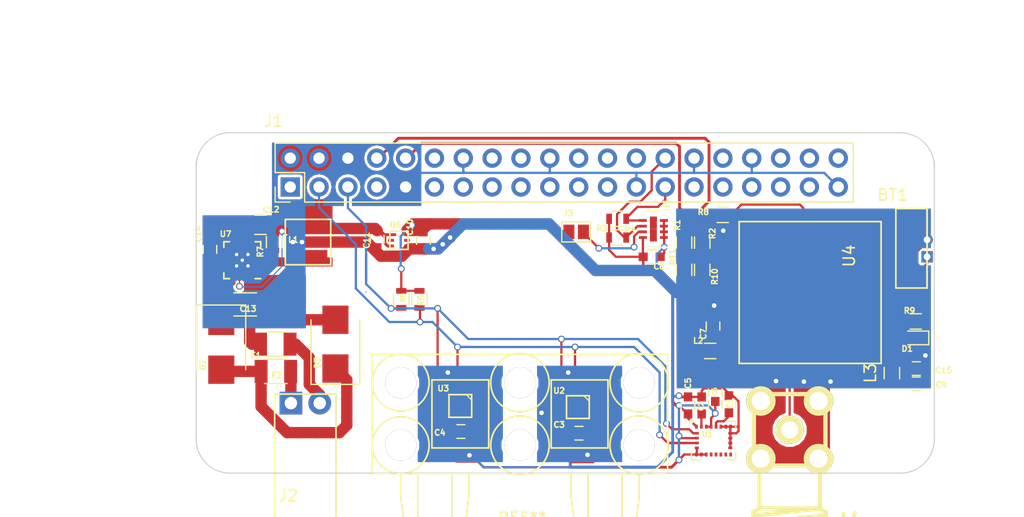
<source format=kicad_pcb>
(kicad_pcb (version 4) (host pcbnew 4.0.7)

  (general
    (links 158)
    (no_connects 0)
    (area 76.589999 77.809999 141.690001 107.920001)
    (thickness 1.6)
    (drawings 14)
    (tracks 662)
    (zones 0)
    (modules 51)
    (nets 27)
  )

  (page A4)
  (title_block
    (title OA_IMU)
    (date 2018-03-10)
    (rev 0)
    (company OpenAvionics)
  )

  (layers
    (0 F.Cu signal hide)
    (31 B.Cu signal)
    (34 B.Paste user)
    (35 F.Paste user)
    (36 B.SilkS user)
    (37 F.SilkS user)
    (38 B.Mask user)
    (39 F.Mask user)
    (40 Dwgs.User user)
    (41 Cmts.User user)
    (44 Edge.Cuts user)
    (48 B.Fab user)
    (49 F.Fab user)
  )

  (setup
    (last_trace_width 1)
    (user_trace_width 0.01)
    (user_trace_width 0.02)
    (user_trace_width 0.05)
    (user_trace_width 0.1)
    (user_trace_width 0.2)
    (user_trace_width 1)
    (trace_clearance 0.1)
    (zone_clearance 0.25)
    (zone_45_only no)
    (trace_min 0.01)
    (segment_width 0.2)
    (edge_width 0.1)
    (via_size 0.6)
    (via_drill 0.4)
    (via_min_size 0.4)
    (via_min_drill 0.3)
    (uvia_size 0.3)
    (uvia_drill 0.1)
    (uvias_allowed no)
    (uvia_min_size 0.2)
    (uvia_min_drill 0.1)
    (pcb_text_width 0.3)
    (pcb_text_size 1.5 1.5)
    (mod_edge_width 0.15)
    (mod_text_size 0.5 0.5)
    (mod_text_width 0.15)
    (pad_size 2.75 2.75)
    (pad_drill 2.75)
    (pad_to_mask_clearance 0)
    (aux_axis_origin 0 0)
    (visible_elements 7FFFFFFF)
    (pcbplotparams
      (layerselection 0x01330_80000001)
      (usegerberextensions false)
      (excludeedgelayer true)
      (linewidth 0.100000)
      (plotframeref false)
      (viasonmask false)
      (mode 1)
      (useauxorigin false)
      (hpglpennumber 1)
      (hpglpenspeed 20)
      (hpglpendiameter 15)
      (hpglpenoverlay 2)
      (psnegative false)
      (psa4output false)
      (plotreference true)
      (plotvalue true)
      (plotinvisibletext false)
      (padsonsilk false)
      (subtractmaskfromsilk false)
      (outputformat 4)
      (mirror false)
      (drillshape 2)
      (scaleselection 1)
      (outputdirectory meta/))
  )

  (net 0 "")
  (net 1 GND)
  (net 2 "Net-(C1-Pad1)")
  (net 3 "Net-(C2-Pad1)")
  (net 4 SCL1)
  (net 5 SDA1)
  (net 6 TX)
  (net 7 RX)
  (net 8 ID_SD)
  (net 9 ID_SC)
  (net 10 +5V)
  (net 11 +3V3)
  (net 12 "Net-(C13-Pad1)")
  (net 13 "Net-(C14-Pad1)")
  (net 14 "Net-(D2-Pad2)")
  (net 15 "Net-(J3-Pad2)")
  (net 16 "Net-(L1-Pad2)")
  (net 17 "Net-(R7-Pad1)")
  (net 18 "Net-(F1-Pad1)")
  (net 19 "Net-(F2-Pad1)")
  (net 20 "Net-(R1-Pad2)")
  (net 21 "Net-(C15-Pad1)")
  (net 22 "Net-(J4-Pad1)")
  (net 23 "Net-(R10-Pad2)")
  (net 24 "Net-(R8-Pad1)")
  (net 25 "Net-(BT1-Pad1)")
  (net 26 "Net-(D1-Pad1)")

  (net_class Default "This is the default net class."
    (clearance 0.1)
    (trace_width 0.25)
    (via_dia 0.6)
    (via_drill 0.4)
    (uvia_dia 0.3)
    (uvia_drill 0.1)
    (add_net +3V3)
    (add_net +5V)
    (add_net GND)
    (add_net ID_SC)
    (add_net ID_SD)
    (add_net "Net-(BT1-Pad1)")
    (add_net "Net-(C1-Pad1)")
    (add_net "Net-(C13-Pad1)")
    (add_net "Net-(C14-Pad1)")
    (add_net "Net-(C15-Pad1)")
    (add_net "Net-(C2-Pad1)")
    (add_net "Net-(D1-Pad1)")
    (add_net "Net-(D2-Pad2)")
    (add_net "Net-(F1-Pad1)")
    (add_net "Net-(F2-Pad1)")
    (add_net "Net-(J3-Pad2)")
    (add_net "Net-(J4-Pad1)")
    (add_net "Net-(L1-Pad2)")
    (add_net "Net-(R1-Pad2)")
    (add_net "Net-(R10-Pad2)")
    (add_net "Net-(R7-Pad1)")
    (add_net "Net-(R8-Pad1)")
    (add_net RX)
    (add_net SCL1)
    (add_net SDA1)
    (add_net TX)
  )

  (module Diodes_SMD:D_SMB (layer F.Cu) (tedit 5AB4E2BA) (tstamp 5AAEAB99)
    (at 78.85 96.6 270)
    (descr "Diode SMB (DO-214AA)")
    (tags "Diode SMB (DO-214AA)")
    (path /5AAD4222)
    (attr smd)
    (fp_text reference D2 (at 1.7188 1.6322 270) (layer F.SilkS)
      (effects (font (size 0.5 0.5) (thickness 0.125)))
    )
    (fp_text value RS2A+ (at -0.9482 1.6322 270) (layer F.Fab)
      (effects (font (size 0.5 0.5) (thickness 0.125)))
    )
    (fp_line (start -3.55 -2.15) (end -3.55 2.15) (layer F.SilkS) (width 0.12))
    (fp_line (start 2.3 2) (end -2.3 2) (layer F.Fab) (width 0.1))
    (fp_line (start -2.3 2) (end -2.3 -2) (layer F.Fab) (width 0.1))
    (fp_line (start 2.3 -2) (end 2.3 2) (layer F.Fab) (width 0.1))
    (fp_line (start 2.3 -2) (end -2.3 -2) (layer F.Fab) (width 0.1))
    (fp_line (start -3.65 -2.25) (end 3.65 -2.25) (layer F.CrtYd) (width 0.05))
    (fp_line (start 3.65 -2.25) (end 3.65 2.25) (layer F.CrtYd) (width 0.05))
    (fp_line (start 3.65 2.25) (end -3.65 2.25) (layer F.CrtYd) (width 0.05))
    (fp_line (start -3.65 2.25) (end -3.65 -2.25) (layer F.CrtYd) (width 0.05))
    (fp_line (start -0.64944 0.00102) (end -1.55114 0.00102) (layer F.Fab) (width 0.1))
    (fp_line (start 0.50118 0.00102) (end 1.4994 0.00102) (layer F.Fab) (width 0.1))
    (fp_line (start -0.64944 -0.79908) (end -0.64944 0.80112) (layer F.Fab) (width 0.1))
    (fp_line (start 0.50118 0.75032) (end 0.50118 -0.79908) (layer F.Fab) (width 0.1))
    (fp_line (start -0.64944 0.00102) (end 0.50118 0.75032) (layer F.Fab) (width 0.1))
    (fp_line (start -0.64944 0.00102) (end 0.50118 -0.79908) (layer F.Fab) (width 0.1))
    (fp_line (start -3.55 2.15) (end 2.15 2.15) (layer F.SilkS) (width 0.12))
    (fp_line (start -3.55 -2.15) (end 2.15 -2.15) (layer F.SilkS) (width 0.12))
    (pad 1 smd rect (at -2.15 0 270) (size 2.5 2.3) (layers F.Cu F.Paste F.Mask)
      (net 12 "Net-(C13-Pad1)"))
    (pad 2 smd rect (at 2.15 0 270) (size 2.5 2.3) (layers F.Cu F.Paste F.Mask)
      (net 14 "Net-(D2-Pad2)"))
    (model ${KISYS3DMOD}/Diodes_SMD.3dshapes/D_SMB.wrl
      (at (xyz 0 0 0))
      (scale (xyz 1 1 1))
      (rotate (xyz 0 0 0))
    )
  )

  (module Resistors_SMD:R_0603 (layer F.Cu) (tedit 5AE765B5) (tstamp 5ACCAC79)
    (at 94.7 92.55 270)
    (descr "Resistor SMD 0603, reflow soldering, Vishay (see dcrcw.pdf)")
    (tags "resistor 0603")
    (path /57AA9C58)
    (attr smd)
    (fp_text reference R5 (at -0.15 -0.15 270) (layer F.SilkS)
      (effects (font (size 0.4 0.4) (thickness 0.1)))
    )
    (fp_text value 4.7k (at -1.9 -0.15 270) (layer F.Fab)
      (effects (font (size 0.5 0.5) (thickness 0.125)))
    )
    (fp_line (start -0.8 0.4) (end -0.8 -0.4) (layer F.Fab) (width 0.1))
    (fp_line (start 0.8 0.4) (end -0.8 0.4) (layer F.Fab) (width 0.1))
    (fp_line (start 0.8 -0.4) (end 0.8 0.4) (layer F.Fab) (width 0.1))
    (fp_line (start -0.8 -0.4) (end 0.8 -0.4) (layer F.Fab) (width 0.1))
    (fp_line (start 0.5 0.68) (end -0.5 0.68) (layer F.SilkS) (width 0.12))
    (fp_line (start -0.5 -0.68) (end 0.5 -0.68) (layer F.SilkS) (width 0.12))
    (fp_line (start -1.25 -0.7) (end 1.25 -0.7) (layer F.CrtYd) (width 0.05))
    (fp_line (start -1.25 -0.7) (end -1.25 0.7) (layer F.CrtYd) (width 0.05))
    (fp_line (start 1.25 0.7) (end 1.25 -0.7) (layer F.CrtYd) (width 0.05))
    (fp_line (start 1.25 0.7) (end -1.25 0.7) (layer F.CrtYd) (width 0.05))
    (pad 1 smd rect (at -0.75 0 270) (size 0.5 0.9) (layers F.Cu F.Paste F.Mask)
      (net 11 +3V3))
    (pad 2 smd rect (at 0.75 0 270) (size 0.5 0.9) (layers F.Cu F.Paste F.Mask)
      (net 4 SCL1))
    (model ${KISYS3DMOD}/Resistors_SMD.3dshapes/R_0603.wrl
      (at (xyz 0 0 0))
      (scale (xyz 1 1 1))
      (rotate (xyz 0 0 0))
    )
  )

  (module OA_pretty:SMA-CONN (layer F.Cu) (tedit 5AEF1021) (tstamp 5AEDE76B)
    (at 128.9 104.05 180)
    (tags "SMA Connector")
    (path /5AEDBBBF)
    (fp_text reference J4 (at -5.25 -8.2 180) (layer F.SilkS)
      (effects (font (thickness 0.3048)))
    )
    (fp_text value Conn_SMA (at -8.95 -5.35 180) (layer F.SilkS) hide
      (effects (font (thickness 0.3048)))
    )
    (fp_line (start 2.65938 -11.65606) (end 2.65938 -12.60094) (layer F.SilkS) (width 0.381))
    (fp_line (start -2.65938 -11.65606) (end -2.65938 -12.60094) (layer F.SilkS) (width 0.381))
    (fp_line (start -2.65938 -3.1496) (end -2.65938 -6.92912) (layer F.SilkS) (width 0.381))
    (fp_line (start 2.65938 -3.1496) (end 2.65938 -6.92912) (layer F.SilkS) (width 0.381))
    (fp_line (start -3.19278 -11.3411) (end 0.2667 -11.65606) (layer F.SilkS) (width 0.381))
    (fp_line (start 3.19278 -7.55904) (end -2.65938 -6.92912) (layer F.SilkS) (width 0.381))
    (fp_line (start -3.19278 -7.55904) (end 3.19278 -8.18896) (layer F.SilkS) (width 0.381))
    (fp_line (start -3.19278 -8.18896) (end 3.19278 -8.81888) (layer F.SilkS) (width 0.381))
    (fp_line (start -3.19278 -8.81888) (end 3.19278 -9.4488) (layer F.SilkS) (width 0.381))
    (fp_line (start -3.19278 -9.4488) (end 3.19278 -10.08126) (layer F.SilkS) (width 0.381))
    (fp_line (start -3.19278 -10.08126) (end 3.19278 -10.71118) (layer F.SilkS) (width 0.381))
    (fp_line (start -3.19278 -10.71118) (end 3.19278 -11.3411) (layer F.SilkS) (width 0.381))
    (fp_line (start -3.19278 -11.3411) (end -2.65938 -11.65606) (layer F.SilkS) (width 0.381))
    (fp_line (start -2.65938 -11.65606) (end 2.65938 -11.65606) (layer F.SilkS) (width 0.381))
    (fp_line (start 2.65938 -11.65606) (end 3.19278 -11.3411) (layer F.SilkS) (width 0.381))
    (fp_line (start 3.19278 -11.3411) (end 3.19278 -7.24408) (layer F.SilkS) (width 0.381))
    (fp_line (start 3.19278 -7.24408) (end 2.65938 -6.92912) (layer F.SilkS) (width 0.381))
    (fp_line (start 2.65938 -6.92912) (end -2.65938 -6.92912) (layer F.SilkS) (width 0.381))
    (fp_line (start -2.65938 -6.92912) (end -3.19278 -7.24408) (layer F.SilkS) (width 0.381))
    (fp_line (start -3.19278 -7.24408) (end -3.19278 -11.3411) (layer F.SilkS) (width 0.381))
    (fp_line (start 2.65938 -12.60094) (end -2.65938 -12.60094) (layer F.SilkS) (width 0.381))
    (fp_line (start -3.1496 -3.1496) (end 3.1496 -3.1496) (layer F.SilkS) (width 0.381))
    (fp_line (start 3.1496 -3.1496) (end 3.1496 3.1496) (layer F.SilkS) (width 0.381))
    (fp_line (start 3.1496 3.1496) (end -3.1496 3.1496) (layer F.SilkS) (width 0.381))
    (fp_line (start -3.1496 3.1496) (end -3.1496 -3.1496) (layer F.SilkS) (width 0.381))
    (pad 1 thru_hole circle (at 0 0 180) (size 2.5 2.5) (drill 1.5) (layers *.Cu *.Mask F.SilkS)
      (net 22 "Net-(J4-Pad1)"))
    (pad 2 thru_hole circle (at 2.54 -2.54 180) (size 2.6 2.6) (drill 1.6) (layers *.Cu *.Mask F.SilkS)
      (net 1 GND))
    (pad 2 thru_hole circle (at -2.54 -2.54 180) (size 2.6 2.6) (drill 1.6) (layers *.Cu *.Mask F.SilkS)
      (net 1 GND))
    (pad 2 thru_hole circle (at -2.54 2.54 180) (size 2.6 2.6) (drill 1.6) (layers *.Cu *.Mask F.SilkS)
      (net 1 GND))
    (pad 2 thru_hole circle (at 2.54 2.54 180) (size 2.6 2.6) (drill 1.6) (layers *.Cu *.Mask F.SilkS)
      (net 1 GND))
    (model connectors/sma.wrl
      (at (xyz 0 0 0))
      (scale (xyz 0.39 0.39 0.39))
      (rotate (xyz -90 0 -90))
    )
  )

  (module Capacitors_SMD:C_0603 (layer F.Cu) (tedit 5AE76563) (tstamp 5ACCAC5B)
    (at 122.35 100.8 90)
    (descr "Capacitor SMD 0603, reflow soldering, AVX (see smccp.pdf)")
    (tags "capacitor 0603")
    (path /578CE6E8)
    (attr smd)
    (fp_text reference C6 (at 0.1002 -0.058 90) (layer F.SilkS)
      (effects (font (size 0.4 0.4) (thickness 0.1)))
    )
    (fp_text value 100n (at -1.1498 -0.058 90) (layer F.Fab)
      (effects (font (size 0.4 0.4) (thickness 0.1)))
    )
    (fp_line (start 1.4 0.65) (end -1.4 0.65) (layer F.CrtYd) (width 0.05))
    (fp_line (start 1.4 0.65) (end 1.4 -0.65) (layer F.CrtYd) (width 0.05))
    (fp_line (start -1.4 -0.65) (end -1.4 0.65) (layer F.CrtYd) (width 0.05))
    (fp_line (start -1.4 -0.65) (end 1.4 -0.65) (layer F.CrtYd) (width 0.05))
    (fp_line (start 0.35 0.6) (end -0.35 0.6) (layer F.SilkS) (width 0.12))
    (fp_line (start -0.35 -0.6) (end 0.35 -0.6) (layer F.SilkS) (width 0.12))
    (fp_line (start -0.8 -0.4) (end 0.8 -0.4) (layer F.Fab) (width 0.1))
    (fp_line (start 0.8 -0.4) (end 0.8 0.4) (layer F.Fab) (width 0.1))
    (fp_line (start 0.8 0.4) (end -0.8 0.4) (layer F.Fab) (width 0.1))
    (fp_line (start -0.8 0.4) (end -0.8 -0.4) (layer F.Fab) (width 0.1))
    (pad 2 smd rect (at 0.75 0 90) (size 0.8 0.75) (layers F.Cu F.Paste F.Mask)
      (net 1 GND))
    (pad 1 smd rect (at -0.75 0 90) (size 0.8 0.75) (layers F.Cu F.Paste F.Mask)
      (net 11 +3V3))
    (model Capacitors_SMD.3dshapes/C_0603.wrl
      (at (xyz 0 0 0))
      (scale (xyz 1 1 1))
      (rotate (xyz 0 0 0))
    )
  )

  (module Resistors_SMD:R_0603 (layer F.Cu) (tedit 5AECB023) (tstamp 5ACCAC6F)
    (at 113.75 87.1)
    (descr "Resistor SMD 0603, reflow soldering, Vishay (see dcrcw.pdf)")
    (tags "resistor 0603")
    (path /57AAA7E0)
    (attr smd)
    (fp_text reference R3 (at -1.4 -0.8) (layer F.SilkS)
      (effects (font (size 0.5 0.5) (thickness 0.125)))
    )
    (fp_text value 4.7k (at 0 0.05) (layer F.Fab)
      (effects (font (size 0.5 0.5) (thickness 0.125)))
    )
    (fp_line (start -0.8 0.4) (end -0.8 -0.4) (layer F.Fab) (width 0.1))
    (fp_line (start 0.8 0.4) (end -0.8 0.4) (layer F.Fab) (width 0.1))
    (fp_line (start 0.8 -0.4) (end 0.8 0.4) (layer F.Fab) (width 0.1))
    (fp_line (start -0.8 -0.4) (end 0.8 -0.4) (layer F.Fab) (width 0.1))
    (fp_line (start 0.5 0.68) (end -0.5 0.68) (layer F.SilkS) (width 0.12))
    (fp_line (start -0.5 -0.68) (end 0.5 -0.68) (layer F.SilkS) (width 0.12))
    (fp_line (start -1.25 -0.7) (end 1.25 -0.7) (layer F.CrtYd) (width 0.05))
    (fp_line (start -1.25 -0.7) (end -1.25 0.7) (layer F.CrtYd) (width 0.05))
    (fp_line (start 1.25 0.7) (end 1.25 -0.7) (layer F.CrtYd) (width 0.05))
    (fp_line (start 1.25 0.7) (end -1.25 0.7) (layer F.CrtYd) (width 0.05))
    (pad 1 smd rect (at -0.75 0) (size 0.5 0.9) (layers F.Cu F.Paste F.Mask)
      (net 11 +3V3))
    (pad 2 smd rect (at 0.75 0) (size 0.5 0.9) (layers F.Cu F.Paste F.Mask)
      (net 9 ID_SC))
    (model ${KISYS3DMOD}/Resistors_SMD.3dshapes/R_0603.wrl
      (at (xyz 0 0 0))
      (scale (xyz 1 1 1))
      (rotate (xyz 0 0 0))
    )
  )

  (module RPi_Hat:RPi_Hat_Mounting_Hole locked (layer F.Cu) (tedit 5ABBBD7C) (tstamp 5ABBBD1F)
    (at 80.14 81.383)
    (descr "Mounting hole, Befestigungsbohrung, 2,7mm, No Annular, Kein Restring,")
    (tags "Mounting hole, Befestigungsbohrung, 2,7mm, No Annular, Kein Restring,")
    (fp_text reference "" (at 0 -4.0005) (layer F.SilkS) hide
      (effects (font (size 1 1) (thickness 0.15)))
    )
    (fp_text value "" (at 0.09906 3.59918) (layer F.Fab) hide
      (effects (font (size 1 1) (thickness 0.15)))
    )
    (fp_circle (center 0 0) (end 1.375 0) (layer F.Fab) (width 0.15))
    (fp_circle (center 0 0) (end 3.1 0) (layer F.Fab) (width 0.15))
    (fp_circle (center 0 0) (end 3.1 0) (layer B.Fab) (width 0.15))
    (fp_circle (center 0 0) (end 1.375 0) (layer B.Fab) (width 0.15))
    (fp_circle (center 0 0) (end 3.1 0) (layer F.CrtYd) (width 0.15))
    (fp_circle (center 0 0) (end 3.1 0) (layer B.CrtYd) (width 0.15))
    (pad "" np_thru_hole circle (at 0 -0.013) (size 2.75 2.75) (drill 2.75) (layers *.Cu *.Mask)
      (solder_mask_margin 1.725) (clearance 1.725))
  )

  (module RPi_Hat:RPi_Hat_Mounting_Hole locked (layer F.Cu) (tedit 55217C7B) (tstamp 5515DEA9)
    (at 138.14 81.37)
    (descr "Mounting hole, Befestigungsbohrung, 2,7mm, No Annular, Kein Restring,")
    (tags "Mounting hole, Befestigungsbohrung, 2,7mm, No Annular, Kein Restring,")
    (fp_text reference "" (at 0 -4.0005) (layer F.SilkS) hide
      (effects (font (size 1 1) (thickness 0.15)))
    )
    (fp_text value "" (at 0.09906 3.59918) (layer F.Fab) hide
      (effects (font (size 1 1) (thickness 0.15)))
    )
    (fp_circle (center 0 0) (end 1.375 0) (layer F.Fab) (width 0.15))
    (fp_circle (center 0 0) (end 3.1 0) (layer F.Fab) (width 0.15))
    (fp_circle (center 0 0) (end 3.1 0) (layer B.Fab) (width 0.15))
    (fp_circle (center 0 0) (end 1.375 0) (layer B.Fab) (width 0.15))
    (fp_circle (center 0 0) (end 3.1 0) (layer F.CrtYd) (width 0.15))
    (fp_circle (center 0 0) (end 3.1 0) (layer B.CrtYd) (width 0.15))
    (pad "" np_thru_hole circle (at 0 0) (size 2.75 2.75) (drill 2.75) (layers *.Cu *.Mask)
      (solder_mask_margin 1.725) (clearance 1.725))
  )

  (module RPi_Hat:RPi_Hat_Mounting_Hole locked (layer F.Cu) (tedit 55217CCB) (tstamp 55169DC9)
    (at 138.14 104.37)
    (descr "Mounting hole, Befestigungsbohrung, 2,7mm, No Annular, Kein Restring,")
    (tags "Mounting hole, Befestigungsbohrung, 2,7mm, No Annular, Kein Restring,")
    (fp_text reference "" (at 0 -4.0005) (layer F.SilkS) hide
      (effects (font (size 1 1) (thickness 0.15)))
    )
    (fp_text value "" (at 0.09906 3.59918) (layer F.Fab) hide
      (effects (font (size 1 1) (thickness 0.15)))
    )
    (fp_circle (center 0 0) (end 1.375 0) (layer F.Fab) (width 0.15))
    (fp_circle (center 0 0) (end 3.1 0) (layer F.Fab) (width 0.15))
    (fp_circle (center 0 0) (end 3.1 0) (layer B.Fab) (width 0.15))
    (fp_circle (center 0 0) (end 1.375 0) (layer B.Fab) (width 0.15))
    (fp_circle (center 0 0) (end 3.1 0) (layer F.CrtYd) (width 0.15))
    (fp_circle (center 0 0) (end 3.1 0) (layer B.CrtYd) (width 0.15))
    (pad "" np_thru_hole circle (at 0 0) (size 2.75 2.75) (drill 2.75) (layers *.Cu *.Mask)
      (solder_mask_margin 1.725) (clearance 1.725))
  )

  (module Pin_Headers:Pin_Header_Straight_2x20_Pitch2.54mm locked (layer F.Cu) (tedit 5ABB9681) (tstamp 5AA3F3F7)
    (at 84.92 82.645 90)
    (descr "Through hole straight pin header, 2x20, 2.54mm pitch, double rows")
    (tags "Through hole pin header THT 2x20 2.54mm double row")
    (path /5AA57474)
    (fp_text reference J1 (at 5.81 -1.481 180) (layer F.SilkS)
      (effects (font (size 1 1) (thickness 0.15)))
    )
    (fp_text value "RPi Zero Headers 02x20" (at 5.75 9.47 180) (layer F.Fab)
      (effects (font (size 1 1) (thickness 0.15)))
    )
    (fp_line (start 0 -1.27) (end 3.81 -1.27) (layer F.Fab) (width 0.1))
    (fp_line (start 3.81 -1.27) (end 3.81 49.53) (layer F.Fab) (width 0.1))
    (fp_line (start 3.81 49.53) (end -1.27 49.53) (layer F.Fab) (width 0.1))
    (fp_line (start -1.27 49.53) (end -1.27 0) (layer F.Fab) (width 0.1))
    (fp_line (start -1.27 0) (end 0 -1.27) (layer F.Fab) (width 0.1))
    (fp_line (start -1.33 49.59) (end 3.87 49.59) (layer F.SilkS) (width 0.12))
    (fp_line (start -1.33 1.27) (end -1.33 49.59) (layer F.SilkS) (width 0.12))
    (fp_line (start 3.87 -1.33) (end 3.87 49.59) (layer F.SilkS) (width 0.12))
    (fp_line (start -1.33 1.27) (end 1.27 1.27) (layer F.SilkS) (width 0.12))
    (fp_line (start 1.27 1.27) (end 1.27 -1.33) (layer F.SilkS) (width 0.12))
    (fp_line (start 1.27 -1.33) (end 3.87 -1.33) (layer F.SilkS) (width 0.12))
    (fp_line (start -1.33 0) (end -1.33 -1.33) (layer F.SilkS) (width 0.12))
    (fp_line (start -1.33 -1.33) (end 0 -1.33) (layer F.SilkS) (width 0.12))
    (fp_line (start -1.8 -1.8) (end -1.8 50.05) (layer F.CrtYd) (width 0.05))
    (fp_line (start -1.8 50.05) (end 4.35 50.05) (layer F.CrtYd) (width 0.05))
    (fp_line (start 4.35 50.05) (end 4.35 -1.8) (layer F.CrtYd) (width 0.05))
    (fp_line (start 4.35 -1.8) (end -1.8 -1.8) (layer F.CrtYd) (width 0.05))
    (pad 1 thru_hole rect (at 0 0 90) (size 1.7 1.7) (drill 1) (layers *.Cu *.Mask))
    (pad 2 thru_hole oval (at 2.54 0 90) (size 1.7 1.7) (drill 1) (layers *.Cu *.Mask)
      (net 10 +5V))
    (pad 3 thru_hole oval (at 0 2.54 90) (size 1.7 1.7) (drill 1) (layers *.Cu *.Mask)
      (net 5 SDA1))
    (pad 4 thru_hole oval (at 2.54 2.54 90) (size 1.7 1.7) (drill 1) (layers *.Cu *.Mask)
      (net 10 +5V))
    (pad 5 thru_hole oval (at 0 5.08 90) (size 1.7 1.7) (drill 1) (layers *.Cu *.Mask)
      (net 4 SCL1))
    (pad 6 thru_hole oval (at 2.54 5.08 90) (size 1.7 1.7) (drill 1) (layers *.Cu *.Mask)
      (net 1 GND))
    (pad 7 thru_hole oval (at 0 7.62 90) (size 1.7 1.7) (drill 1) (layers *.Cu *.Mask))
    (pad 8 thru_hole oval (at 2.54 7.62 90) (size 1.7 1.7) (drill 1) (layers *.Cu *.Mask)
      (net 6 TX))
    (pad 9 thru_hole oval (at 0 10.16 90) (size 1.7 1.7) (drill 1) (layers *.Cu *.Mask)
      (net 1 GND))
    (pad 10 thru_hole oval (at 2.54 10.16 90) (size 1.7 1.7) (drill 1) (layers *.Cu *.Mask)
      (net 7 RX))
    (pad 11 thru_hole oval (at 0 12.7 90) (size 1.7 1.7) (drill 1) (layers *.Cu *.Mask))
    (pad 12 thru_hole oval (at 2.54 12.7 90) (size 1.7 1.7) (drill 1) (layers *.Cu *.Mask))
    (pad 13 thru_hole oval (at 0 15.24 90) (size 1.7 1.7) (drill 1) (layers *.Cu *.Mask))
    (pad 14 thru_hole oval (at 2.54 15.24 90) (size 1.7 1.7) (drill 1) (layers *.Cu *.Mask)
      (net 1 GND))
    (pad 15 thru_hole oval (at 0 17.78 90) (size 1.7 1.7) (drill 1) (layers *.Cu *.Mask))
    (pad 16 thru_hole oval (at 2.54 17.78 90) (size 1.7 1.7) (drill 1) (layers *.Cu *.Mask))
    (pad 17 thru_hole oval (at 0 20.32 90) (size 1.7 1.7) (drill 1) (layers *.Cu *.Mask))
    (pad 18 thru_hole oval (at 2.54 20.32 90) (size 1.7 1.7) (drill 1) (layers *.Cu *.Mask))
    (pad 19 thru_hole oval (at 0 22.86 90) (size 1.7 1.7) (drill 1) (layers *.Cu *.Mask))
    (pad 20 thru_hole oval (at 2.54 22.86 90) (size 1.7 1.7) (drill 1) (layers *.Cu *.Mask)
      (net 1 GND))
    (pad 21 thru_hole oval (at 0 25.4 90) (size 1.7 1.7) (drill 1) (layers *.Cu *.Mask))
    (pad 22 thru_hole oval (at 2.54 25.4 90) (size 1.7 1.7) (drill 1) (layers *.Cu *.Mask))
    (pad 23 thru_hole oval (at 0 27.94 90) (size 1.7 1.7) (drill 1) (layers *.Cu *.Mask))
    (pad 24 thru_hole oval (at 2.54 27.94 90) (size 1.7 1.7) (drill 1) (layers *.Cu *.Mask))
    (pad 25 thru_hole oval (at 0 30.48 90) (size 1.7 1.7) (drill 1) (layers *.Cu *.Mask)
      (net 1 GND))
    (pad 26 thru_hole oval (at 2.54 30.48 90) (size 1.7 1.7) (drill 1) (layers *.Cu *.Mask))
    (pad 27 thru_hole oval (at 0 33.02 90) (size 1.7 1.7) (drill 1) (layers *.Cu *.Mask)
      (net 8 ID_SD))
    (pad 28 thru_hole oval (at 2.54 33.02 90) (size 1.7 1.7) (drill 1) (layers *.Cu *.Mask)
      (net 9 ID_SC))
    (pad 29 thru_hole oval (at 0 35.56 90) (size 1.7 1.7) (drill 1) (layers *.Cu *.Mask))
    (pad 30 thru_hole oval (at 2.54 35.56 90) (size 1.7 1.7) (drill 1) (layers *.Cu *.Mask)
      (net 1 GND))
    (pad 31 thru_hole oval (at 0 38.1 90) (size 1.7 1.7) (drill 1) (layers *.Cu *.Mask))
    (pad 32 thru_hole oval (at 2.54 38.1 90) (size 1.7 1.7) (drill 1) (layers *.Cu *.Mask))
    (pad 33 thru_hole oval (at 0 40.64 90) (size 1.7 1.7) (drill 1) (layers *.Cu *.Mask))
    (pad 34 thru_hole oval (at 2.54 40.64 90) (size 1.7 1.7) (drill 1) (layers *.Cu *.Mask)
      (net 1 GND))
    (pad 35 thru_hole oval (at 0 43.18 90) (size 1.7 1.7) (drill 1) (layers *.Cu *.Mask))
    (pad 36 thru_hole oval (at 2.54 43.18 90) (size 1.7 1.7) (drill 1) (layers *.Cu *.Mask))
    (pad 37 thru_hole oval (at 0 45.72 90) (size 1.7 1.7) (drill 1) (layers *.Cu *.Mask))
    (pad 38 thru_hole oval (at 2.54 45.72 90) (size 1.7 1.7) (drill 1) (layers *.Cu *.Mask))
    (pad 39 thru_hole oval (at 0 48.26 90) (size 1.7 1.7) (drill 1) (layers *.Cu *.Mask)
      (net 1 GND))
    (pad 40 thru_hole oval (at 2.54 48.26 90) (size 1.7 1.7) (drill 1) (layers *.Cu *.Mask))
    (model ${KISYS3DMOD}/Pin_Headers.3dshapes/Pin_Header_Straight_2x20_Pitch2.54mm.wrl
      (at (xyz 0 0 0))
      (scale (xyz 1 1 1))
      (rotate (xyz 0 0 0))
    )
  )

  (module OA_pretty:LGA-24L_3x3.5mm_Pitch0.43mm (layer F.Cu) (tedit 5AECAC90) (tstamp 5AA5886E)
    (at 122.2 105)
    (descr "LGA 24L 3x3.5mm Pitch 0.43mm")
    (tags "LGA 24L 3x3.5mm Pitch 0.43mm")
    (path /5AEDFDFB)
    (attr smd)
    (fp_text reference U1 (at -0.55 -0.55 180) (layer F.SilkS)
      (effects (font (size 0.5 0.5) (thickness 0.125)))
    )
    (fp_text value LSM9DS1 (at 1.25 2.2 180) (layer F.Fab)
      (effects (font (size 0.5 0.5) (thickness 0.125)))
    )
    (fp_circle (center -1.95 -1.7) (end -1.89 -1.7) (layer F.SilkS) (width 0.12))
    (fp_circle (center -1.3 -1) (end -1.3 -0.95) (layer F.Fab) (width 0.1))
    (fp_line (start -2.1 1.85) (end -2.1 -1.85) (layer F.CrtYd) (width 0.05))
    (fp_line (start 2.1 1.85) (end -2.1 1.85) (layer F.CrtYd) (width 0.05))
    (fp_line (start 2.1 -1.85) (end 2.1 1.85) (layer F.CrtYd) (width 0.05))
    (fp_line (start -2.1 -1.85) (end 2.1 -1.85) (layer F.CrtYd) (width 0.05))
    (fp_circle (center -1.95 -1.7) (end -1.8 -1.7) (layer F.SilkS) (width 0.12))
    (fp_line (start -1.95 1.7) (end -1.95 1) (layer F.SilkS) (width 0.12))
    (fp_line (start 1.95 1.7) (end 1.2 1.7) (layer F.SilkS) (width 0.12))
    (fp_line (start 1.95 -1.7) (end 1.95 -1) (layer F.SilkS) (width 0.12))
    (fp_line (start 1.2 -1.7) (end 1.95 -1.7) (layer F.SilkS) (width 0.12))
    (fp_circle (center -1.3 -1) (end -1.3 -0.85) (layer F.Fab) (width 0.1))
    (fp_line (start -1.75 1.5) (end -1.75 -1.5) (layer F.Fab) (width 0.1))
    (fp_line (start 1.75 1.5) (end -1.75 1.5) (layer F.Fab) (width 0.1))
    (fp_line (start 1.75 -1.5) (end 1.75 1.5) (layer F.Fab) (width 0.1))
    (fp_line (start -1.75 -1.5) (end 1.75 -1.5) (layer F.Fab) (width 0.1))
    (fp_line (start 1.95 1) (end 1.95 1.7) (layer F.SilkS) (width 0.12))
    (fp_line (start -1.2 1.7) (end -1.95 1.7) (layer F.SilkS) (width 0.12))
    (pad 1 smd rect (at -1.505 -1.225) (size 0.23 0.35) (layers F.Cu F.Paste F.Mask)
      (net 11 +3V3))
    (pad 2 smd rect (at -1.475 -0.645) (size 0.35 0.23) (layers F.Cu F.Paste F.Mask)
      (net 4 SCL1))
    (pad 17 smd rect (at 1.475 -0.645) (size 0.35 0.23) (layers F.Cu F.Paste F.Mask)
      (net 1 GND))
    (pad 3 smd rect (at -1.475 -0.215) (size 0.35 0.23) (layers F.Cu F.Paste F.Mask)
      (net 11 +3V3))
    (pad 16 smd rect (at 1.475 -0.215) (size 0.35 0.23) (layers F.Cu F.Paste F.Mask)
      (net 1 GND))
    (pad 4 smd rect (at -1.475 0.215) (size 0.35 0.23) (layers F.Cu F.Paste F.Mask)
      (net 5 SDA1))
    (pad 15 smd rect (at 1.475 0.215) (size 0.35 0.23) (layers F.Cu F.Paste F.Mask)
      (net 1 GND))
    (pad 5 smd rect (at -1.475 0.645) (size 0.35 0.23) (layers F.Cu F.Paste F.Mask)
      (net 11 +3V3))
    (pad 14 smd rect (at 1.475 0.645) (size 0.35 0.23) (layers F.Cu F.Paste F.Mask)
      (net 1 GND))
    (pad 24 smd rect (at -1.075 -1.225) (size 0.23 0.35) (layers F.Cu F.Paste F.Mask)
      (net 3 "Net-(C2-Pad1)"))
    (pad 23 smd rect (at -0.645 -1.225) (size 0.23 0.35) (layers F.Cu F.Paste F.Mask)
      (net 11 +3V3))
    (pad 22 smd rect (at -0.215 -1.225) (size 0.23 0.35) (layers F.Cu F.Paste F.Mask)
      (net 11 +3V3))
    (pad 21 smd rect (at 0.215 -1.225) (size 0.23 0.35) (layers F.Cu F.Paste F.Mask)
      (net 2 "Net-(C1-Pad1)"))
    (pad 20 smd rect (at 0.645 -1.225) (size 0.23 0.35) (layers F.Cu F.Paste F.Mask)
      (net 1 GND))
    (pad 19 smd rect (at 1.075 -1.225) (size 0.23 0.35) (layers F.Cu F.Paste F.Mask)
      (net 1 GND))
    (pad 18 smd rect (at 1.505 -1.225) (size 0.23 0.35) (layers F.Cu F.Paste F.Mask)
      (net 1 GND))
    (pad 6 smd rect (at -1.505 1.225) (size 0.23 0.35) (layers F.Cu F.Paste F.Mask)
      (net 11 +3V3))
    (pad 7 smd rect (at -1.075 1.225) (size 0.23 0.35) (layers F.Cu F.Paste F.Mask)
      (net 11 +3V3))
    (pad 8 smd rect (at -0.645 1.225) (size 0.23 0.35) (layers F.Cu F.Paste F.Mask)
      (net 11 +3V3))
    (pad 9 smd rect (at -0.215 1.225) (size 0.23 0.35) (layers F.Cu F.Paste F.Mask))
    (pad 10 smd rect (at 0.215 1.225) (size 0.23 0.35) (layers F.Cu F.Paste F.Mask))
    (pad 11 smd rect (at 0.645 1.225) (size 0.23 0.35) (layers F.Cu F.Paste F.Mask))
    (pad 12 smd rect (at 1.075 1.225) (size 0.23 0.35) (layers F.Cu F.Paste F.Mask))
    (pad 13 smd rect (at 1.505 1.225) (size 0.23 0.35) (layers F.Cu F.Paste F.Mask))
  )

  (module OA_pretty:HLGA-10L (layer F.Cu) (tedit 5AF18B0D) (tstamp 5AA5887C)
    (at 110.25 102.05 270)
    (descr "HLGA Package; 10-Lead Plastic (2mm x 2mm) (see ST TN1198.pdf)")
    (tags HLGA-10L)
    (path /578A9B80)
    (attr smd)
    (fp_text reference U2 (at -1.45 1.65 360) (layer F.SilkS)
      (effects (font (size 0.5 0.5) (thickness 0.125)))
    )
    (fp_text value LPS22HB (at -1.5 -0.7 360) (layer F.Fab)
      (effects (font (size 0.5 0.5) (thickness 0.125)))
    )
    (fp_line (start -1.016 -0.508) (end -0.508 -1.016) (layer F.SilkS) (width 0.1))
    (fp_line (start -1 -1) (end -1 1) (layer F.SilkS) (width 0.15))
    (fp_line (start -1 1) (end 1 1) (layer F.SilkS) (width 0.15))
    (fp_line (start 1 1) (end 1 -1) (layer F.SilkS) (width 0.15))
    (fp_line (start 1 -1) (end -1 -1) (layer F.SilkS) (width 0.15))
    (pad 7 smd rect (at 0.75 -0.25 270) (size 0.375 0.35) (layers F.Cu F.Paste F.Mask))
    (pad 6 smd rect (at 0.75 0.25 270) (size 0.375 0.35) (layers F.Cu F.Paste F.Mask)
      (net 11 +3V3))
    (pad 5 smd rect (at 0.5 0.75 270) (size 0.35 0.375) (layers F.Cu F.Paste F.Mask)
      (net 1 GND))
    (pad 4 smd rect (at 0 0.75 270) (size 0.35 0.375) (layers F.Cu F.Paste F.Mask)
      (net 4 SCL1))
    (pad 3 smd rect (at -0.5 0.75 270) (size 0.35 0.375) (layers F.Cu F.Paste F.Mask)
      (net 1 GND))
    (pad 2 smd rect (at -0.75 0.25 270) (size 0.375 0.35) (layers F.Cu F.Paste F.Mask)
      (net 5 SDA1))
    (pad 1 smd rect (at -0.75 -0.25 270) (size 0.375 0.35) (layers F.Cu F.Paste F.Mask)
      (net 11 +3V3))
    (pad 10 smd rect (at -0.5 -0.75 270) (size 0.35 0.375) (layers F.Cu F.Paste F.Mask)
      (net 11 +3V3))
    (pad 9 smd rect (at 0 -0.75 270) (size 0.35 0.375) (layers F.Cu F.Paste F.Mask)
      (net 1 GND))
    (pad 8 smd rect (at 0.5 -0.75 270) (size 0.35 0.375) (layers F.Cu F.Paste F.Mask)
      (net 1 GND))
    (model Housings_DFN_QFN.3dshapes/DFN-12-1EP_4x4mm_Pitch0.5mm.wrl
      (at (xyz 0 0 0))
      (scale (xyz 1 1 1))
      (rotate (xyz 0 0 0))
    )
  )

  (module OA_pretty:HLGA-10L (layer F.Cu) (tedit 5AF46389) (tstamp 5AA5888A)
    (at 99.9 101.95 270)
    (descr "HLGA Package; 10-Lead Plastic (2mm x 2mm) (see ST TN1198.pdf)")
    (tags HLGA-10L)
    (path /5A9C6228)
    (attr smd)
    (fp_text reference U3 (at -1.55 1.5 360) (layer F.SilkS)
      (effects (font (size 0.5 0.5) (thickness 0.125)))
    )
    (fp_text value LPS22HB (at 1.35 0.4 360) (layer F.Fab)
      (effects (font (size 0.5 0.5) (thickness 0.125)))
    )
    (fp_line (start -1.016 -0.508) (end -0.508 -1.016) (layer F.SilkS) (width 0.1))
    (fp_line (start -1 -1) (end -1 1) (layer F.SilkS) (width 0.15))
    (fp_line (start -1 1) (end 1 1) (layer F.SilkS) (width 0.15))
    (fp_line (start 1 1) (end 1 -1) (layer F.SilkS) (width 0.15))
    (fp_line (start 1 -1) (end -1 -1) (layer F.SilkS) (width 0.15))
    (pad 7 smd rect (at 0.75 -0.25 270) (size 0.375 0.35) (layers F.Cu F.Paste F.Mask))
    (pad 6 smd rect (at 0.75 0.25 270) (size 0.375 0.35) (layers F.Cu F.Paste F.Mask)
      (net 11 +3V3))
    (pad 5 smd rect (at 0.5 0.75 270) (size 0.35 0.375) (layers F.Cu F.Paste F.Mask)
      (net 11 +3V3))
    (pad 4 smd rect (at 0 0.75 270) (size 0.35 0.375) (layers F.Cu F.Paste F.Mask)
      (net 4 SCL1))
    (pad 3 smd rect (at -0.5 0.75 270) (size 0.35 0.375) (layers F.Cu F.Paste F.Mask)
      (net 1 GND))
    (pad 2 smd rect (at -0.75 0.25 270) (size 0.375 0.35) (layers F.Cu F.Paste F.Mask)
      (net 5 SDA1))
    (pad 1 smd rect (at -0.75 -0.25 270) (size 0.375 0.35) (layers F.Cu F.Paste F.Mask)
      (net 11 +3V3))
    (pad 10 smd rect (at -0.5 -0.75 270) (size 0.35 0.375) (layers F.Cu F.Paste F.Mask)
      (net 11 +3V3))
    (pad 9 smd rect (at 0 -0.75 270) (size 0.35 0.375) (layers F.Cu F.Paste F.Mask)
      (net 1 GND))
    (pad 8 smd rect (at 0.5 -0.75 270) (size 0.35 0.375) (layers F.Cu F.Paste F.Mask)
      (net 1 GND))
    (model Housings_DFN_QFN.3dshapes/DFN-12-1EP_4x4mm_Pitch0.5mm.wrl
      (at (xyz 0 0 0))
      (scale (xyz 1 1 1))
      (rotate (xyz 0 0 0))
    )
  )

  (module Capacitors_SMD:C_0805 (layer F.Cu) (tedit 5ABA67D1) (tstamp 5AAD6922)
    (at 82.296 85.979 180)
    (descr "Capacitor SMD 0805, reflow soldering, AVX (see smccp.pdf)")
    (tags "capacitor 0805")
    (path /5AAD5310)
    (attr smd)
    (fp_text reference C12 (at -0.9398 1.3462 180) (layer F.SilkS)
      (effects (font (size 0.5 0.5) (thickness 0.125)))
    )
    (fp_text value 10u (at 1.016 1.3462 180) (layer F.Fab)
      (effects (font (size 0.5 0.5) (thickness 0.125)))
    )
    (fp_line (start -1 0.62) (end -1 -0.62) (layer F.Fab) (width 0.1))
    (fp_line (start 1 0.62) (end -1 0.62) (layer F.Fab) (width 0.1))
    (fp_line (start 1 -0.62) (end 1 0.62) (layer F.Fab) (width 0.1))
    (fp_line (start -1 -0.62) (end 1 -0.62) (layer F.Fab) (width 0.1))
    (fp_line (start 0.5 -0.85) (end -0.5 -0.85) (layer F.SilkS) (width 0.12))
    (fp_line (start -0.5 0.85) (end 0.5 0.85) (layer F.SilkS) (width 0.12))
    (fp_line (start -1.75 -0.88) (end 1.75 -0.88) (layer F.CrtYd) (width 0.05))
    (fp_line (start -1.75 -0.88) (end -1.75 0.87) (layer F.CrtYd) (width 0.05))
    (fp_line (start 1.75 0.87) (end 1.75 -0.88) (layer F.CrtYd) (width 0.05))
    (fp_line (start 1.75 0.87) (end -1.75 0.87) (layer F.CrtYd) (width 0.05))
    (pad 1 smd rect (at -1 0 180) (size 1 1.25) (layers F.Cu F.Paste F.Mask)
      (net 10 +5V))
    (pad 2 smd rect (at 1 0 180) (size 1 1.25) (layers F.Cu F.Paste F.Mask)
      (net 1 GND))
    (model Capacitors_SMD.3dshapes/C_0805.wrl
      (at (xyz 0 0 0))
      (scale (xyz 1 1 1))
      (rotate (xyz 0 0 0))
    )
  )

  (module OA_pretty:UTDFN-6 (layer F.Cu) (tedit 5AECAC4C) (tstamp 5AB4DCFC)
    (at 94.5 87.35 90)
    (path /5AAD8B9D)
    (fp_text reference U6 (at 1.3462 -0.3302 180) (layer F.SilkS)
      (effects (font (size 0.5 0.5) (thickness 0.125)))
    )
    (fp_text value ISL9021A (at 2.6 -1.2 180) (layer F.Fab)
      (effects (font (size 0.5 0.5) (thickness 0.125)))
    )
    (fp_line (start -0.8 -0.8) (end 0.8 -0.8) (layer F.SilkS) (width 0.15))
    (fp_line (start 0.8 -0.8) (end 0.8 0.8) (layer F.SilkS) (width 0.15))
    (fp_line (start 0.8 0.8) (end -0.8 0.8) (layer F.SilkS) (width 0.15))
    (fp_line (start -0.8 0.8) (end -0.8 -0.8) (layer F.SilkS) (width 0.15))
    (pad 1 smd rect (at 0.5 -0.6 90) (size 0.25 0.7) (layers F.Cu F.Paste F.Mask)
      (net 10 +5V))
    (pad 2 smd rect (at 0 -0.7 90) (size 0.25 0.5) (layers F.Cu F.Paste F.Mask))
    (pad 3 smd rect (at -0.5 -0.7 90) (size 0.25 0.5) (layers F.Cu F.Paste F.Mask)
      (net 10 +5V))
    (pad 4 smd rect (at -0.5 0.7 90) (size 0.25 0.5) (layers F.Cu F.Paste F.Mask)
      (net 1 GND))
    (pad 5 smd rect (at 0 0.7 90) (size 0.25 0.5) (layers F.Cu F.Paste F.Mask))
    (pad 6 smd rect (at 0.5 0.7 90) (size 0.25 0.5) (layers F.Cu F.Paste F.Mask)
      (net 11 +3V3))
  )

  (module Capacitors_SMD:C_0603 (layer F.Cu) (tedit 5ABA6796) (tstamp 5AB90B03)
    (at 77.85 88.15 90)
    (descr "Capacitor SMD 0603, reflow soldering, AVX (see smccp.pdf)")
    (tags "capacitor 0603")
    (path /5AB94264)
    (attr smd)
    (fp_text reference C14 (at 1.3462 -1.016 90) (layer F.SilkS)
      (effects (font (size 0.5 0.5) (thickness 0.125)))
    )
    (fp_text value 3.3nF (at -0.5842 -1.1176 90) (layer F.Fab)
      (effects (font (size 0.5 0.5) (thickness 0.125)))
    )
    (fp_line (start 1.4 0.65) (end -1.4 0.65) (layer F.CrtYd) (width 0.05))
    (fp_line (start 1.4 0.65) (end 1.4 -0.65) (layer F.CrtYd) (width 0.05))
    (fp_line (start -1.4 -0.65) (end -1.4 0.65) (layer F.CrtYd) (width 0.05))
    (fp_line (start -1.4 -0.65) (end 1.4 -0.65) (layer F.CrtYd) (width 0.05))
    (fp_line (start 0.35 0.6) (end -0.35 0.6) (layer F.SilkS) (width 0.12))
    (fp_line (start -0.35 -0.6) (end 0.35 -0.6) (layer F.SilkS) (width 0.12))
    (fp_line (start -0.8 -0.4) (end 0.8 -0.4) (layer F.Fab) (width 0.1))
    (fp_line (start 0.8 -0.4) (end 0.8 0.4) (layer F.Fab) (width 0.1))
    (fp_line (start 0.8 0.4) (end -0.8 0.4) (layer F.Fab) (width 0.1))
    (fp_line (start -0.8 0.4) (end -0.8 -0.4) (layer F.Fab) (width 0.1))
    (fp_text user %R (at 0 0 90) (layer F.Fab)
      (effects (font (size 0.3 0.3) (thickness 0.075)))
    )
    (pad 2 smd rect (at 0.75 0 90) (size 0.8 0.75) (layers F.Cu F.Paste F.Mask)
      (net 1 GND))
    (pad 1 smd rect (at -0.75 0 90) (size 0.8 0.75) (layers F.Cu F.Paste F.Mask)
      (net 13 "Net-(C14-Pad1)"))
    (model Capacitors_SMD.3dshapes/C_0603.wrl
      (at (xyz 0 0 0))
      (scale (xyz 1 1 1))
      (rotate (xyz 0 0 0))
    )
  )

  (module Resistors_SMD:R_0603 (layer F.Cu) (tedit 5ABA6806) (tstamp 5AB90B23)
    (at 83.5 87.5 90)
    (descr "Resistor SMD 0603, reflow soldering, Vishay (see dcrcw.pdf)")
    (tags "resistor 0603")
    (path /5AB929C6)
    (attr smd)
    (fp_text reference R7 (at -0.8636 -1.2192 90) (layer F.SilkS)
      (effects (font (size 0.5 0.5) (thickness 0.125)))
    )
    (fp_text value 100k (at 0.9144 -1.2446 90) (layer F.Fab)
      (effects (font (size 0.5 0.5) (thickness 0.125)))
    )
    (fp_text user %R (at 0 0 90) (layer F.Fab)
      (effects (font (size 0.4 0.4) (thickness 0.075)))
    )
    (fp_line (start -0.8 0.4) (end -0.8 -0.4) (layer F.Fab) (width 0.1))
    (fp_line (start 0.8 0.4) (end -0.8 0.4) (layer F.Fab) (width 0.1))
    (fp_line (start 0.8 -0.4) (end 0.8 0.4) (layer F.Fab) (width 0.1))
    (fp_line (start -0.8 -0.4) (end 0.8 -0.4) (layer F.Fab) (width 0.1))
    (fp_line (start 0.5 0.68) (end -0.5 0.68) (layer F.SilkS) (width 0.12))
    (fp_line (start -0.5 -0.68) (end 0.5 -0.68) (layer F.SilkS) (width 0.12))
    (fp_line (start -1.25 -0.7) (end 1.25 -0.7) (layer F.CrtYd) (width 0.05))
    (fp_line (start -1.25 -0.7) (end -1.25 0.7) (layer F.CrtYd) (width 0.05))
    (fp_line (start 1.25 0.7) (end 1.25 -0.7) (layer F.CrtYd) (width 0.05))
    (fp_line (start 1.25 0.7) (end -1.25 0.7) (layer F.CrtYd) (width 0.05))
    (pad 1 smd rect (at -0.75 0 90) (size 0.5 0.9) (layers F.Cu F.Paste F.Mask)
      (net 17 "Net-(R7-Pad1)"))
    (pad 2 smd rect (at 0.75 0 90) (size 0.5 0.9) (layers F.Cu F.Paste F.Mask)
      (net 10 +5V))
    (model ${KISYS3DMOD}/Resistors_SMD.3dshapes/R_0603.wrl
      (at (xyz 0 0 0))
      (scale (xyz 1 1 1))
      (rotate (xyz 0 0 0))
    )
  )

  (module Housings_DFN_QFN:QFN-16-1EP_3x3mm_Pitch0.5mm_ThermalVias (layer F.Cu) (tedit 5ABBB109) (tstamp 5AB90B24)
    (at 80.7 89.1 180)
    (descr "16-Lead Plastic Quad Flat, No Lead Package (NG) - 3x3x0.9 mm Body [QFN]; (see Microchip Packaging Specification 00000049BS.pdf)")
    (tags "QFN 0.5")
    (path /5AB911CF)
    (attr smd)
    (fp_text reference U7 (at 1.4732 2.3114 180) (layer F.SilkS)
      (effects (font (size 0.5 0.5) (thickness 0.125)))
    )
    (fp_text value TPS62143 (at -0.9652 2.3114 180) (layer F.Fab)
      (effects (font (size 0.5 0.5) (thickness 0.125)))
    )
    (fp_line (start -0.5 -1.5) (end 1.5 -1.5) (layer F.Fab) (width 0.15))
    (fp_line (start 1.5 -1.5) (end 1.5 1.5) (layer F.Fab) (width 0.15))
    (fp_line (start 1.5 1.5) (end -1.5 1.5) (layer F.Fab) (width 0.15))
    (fp_line (start -1.5 1.5) (end -1.5 -0.5) (layer F.Fab) (width 0.15))
    (fp_line (start -1.5 -0.5) (end -0.5 -1.5) (layer F.Fab) (width 0.15))
    (fp_line (start -2.1 -2.1) (end -2.1 2.1) (layer F.CrtYd) (width 0.05))
    (fp_line (start 2.1 -2.1) (end 2.1 2.1) (layer F.CrtYd) (width 0.05))
    (fp_line (start -2.1 -2.1) (end 2.1 -2.1) (layer F.CrtYd) (width 0.05))
    (fp_line (start -2.1 2.1) (end 2.1 2.1) (layer F.CrtYd) (width 0.05))
    (fp_line (start 1.625 -1.625) (end 1.625 -1.125) (layer F.SilkS) (width 0.15))
    (fp_line (start -1.625 1.625) (end -1.625 1.125) (layer F.SilkS) (width 0.15))
    (fp_line (start 1.625 1.625) (end 1.625 1.125) (layer F.SilkS) (width 0.15))
    (fp_line (start -1.625 -1.625) (end -1.125 -1.625) (layer F.SilkS) (width 0.15))
    (fp_line (start -1.625 1.625) (end -1.125 1.625) (layer F.SilkS) (width 0.15))
    (fp_line (start 1.625 1.625) (end 1.125 1.625) (layer F.SilkS) (width 0.15))
    (fp_line (start 1.625 -1.625) (end 1.125 -1.625) (layer F.SilkS) (width 0.15))
    (pad 1 smd oval (at -1.475 -0.75 180) (size 0.75 0.3) (layers F.Cu F.Paste F.Mask)
      (net 16 "Net-(L1-Pad2)"))
    (pad 2 smd oval (at -1.475 -0.25 180) (size 0.75 0.3) (layers F.Cu F.Paste F.Mask)
      (net 16 "Net-(L1-Pad2)"))
    (pad 3 smd oval (at -1.475 0.25 180) (size 0.75 0.3) (layers F.Cu F.Paste F.Mask)
      (net 16 "Net-(L1-Pad2)"))
    (pad 4 smd oval (at -1.475 0.75 180) (size 0.75 0.3) (layers F.Cu F.Paste F.Mask)
      (net 17 "Net-(R7-Pad1)"))
    (pad 5 smd oval (at -0.75 1.475 270) (size 0.75 0.3) (layers F.Cu F.Paste F.Mask)
      (net 1 GND))
    (pad 6 smd oval (at -0.25 1.475 270) (size 0.75 0.3) (layers F.Cu F.Paste F.Mask)
      (net 1 GND))
    (pad 7 smd oval (at 0.25 1.475 270) (size 0.75 0.3) (layers F.Cu F.Paste F.Mask)
      (net 1 GND))
    (pad 8 smd oval (at 0.75 1.475 270) (size 0.75 0.3) (layers F.Cu F.Paste F.Mask)
      (net 1 GND))
    (pad 9 smd oval (at 1.475 0.75 180) (size 0.75 0.3) (layers F.Cu F.Paste F.Mask)
      (net 13 "Net-(C14-Pad1)"))
    (pad 10 smd oval (at 1.475 0.25 180) (size 0.75 0.3) (layers F.Cu F.Paste F.Mask)
      (net 12 "Net-(C13-Pad1)"))
    (pad 11 smd oval (at 1.475 -0.25 180) (size 0.75 0.3) (layers F.Cu F.Paste F.Mask)
      (net 12 "Net-(C13-Pad1)"))
    (pad 12 smd oval (at 1.475 -0.75 180) (size 0.75 0.3) (layers F.Cu F.Paste F.Mask)
      (net 12 "Net-(C13-Pad1)"))
    (pad 13 smd oval (at 0.75 -1.475 270) (size 0.75 0.3) (layers F.Cu F.Paste F.Mask)
      (net 12 "Net-(C13-Pad1)"))
    (pad 14 smd oval (at 0.25 -1.475 270) (size 0.75 0.3) (layers F.Cu F.Paste F.Mask)
      (net 10 +5V))
    (pad 15 smd oval (at -0.25 -1.475 270) (size 0.75 0.3) (layers F.Cu F.Paste F.Mask)
      (net 1 GND))
    (pad 16 smd oval (at -0.75 -1.475 270) (size 0.75 0.3) (layers F.Cu F.Paste F.Mask)
      (net 1 GND))
    (pad 17 smd rect (at 0.45 0.45 180) (size 0.9 0.9) (layers F.Cu F.Paste F.Mask)
      (net 1 GND) (solder_paste_margin_ratio -0.2))
    (pad 17 smd rect (at 0.45 -0.45 180) (size 0.9 0.9) (layers F.Cu F.Paste F.Mask)
      (net 1 GND) (solder_paste_margin_ratio -0.2))
    (pad 17 smd rect (at -0.45 0.45 180) (size 0.9 0.9) (layers F.Cu F.Paste F.Mask)
      (net 1 GND) (solder_paste_margin_ratio -0.2))
    (pad 17 smd rect (at -0.45 -0.45 180) (size 0.9 0.9) (layers F.Cu F.Paste F.Mask)
      (net 1 GND) (solder_paste_margin_ratio -0.2))
    (pad 17 thru_hole circle (at 0 0 180) (size 0.6 0.6) (drill 0.3) (layers *.Cu)
      (net 1 GND))
    (pad 17 thru_hole circle (at -0.5 -0.5 180) (size 0.6 0.6) (drill 0.3) (layers *.Cu)
      (net 1 GND))
    (pad 17 thru_hole circle (at 0.5 -0.5 180) (size 0.6 0.6) (drill 0.3) (layers *.Cu)
      (net 1 GND))
    (pad 17 thru_hole circle (at 0.5 0.5 180) (size 0.6 0.6) (drill 0.3) (layers *.Cu)
      (net 1 GND))
    (pad 17 thru_hole circle (at -0.5 0.5 180) (size 0.6 0.6) (drill 0.3) (layers *.Cu)
      (net 1 GND))
    (model Housings_DFN_QFN.3dshapes/QFN-16-1EP_3x3mm_Pitch0.5mm.wrl
      (at (xyz 0 0 0))
      (scale (xyz 1 1 1))
      (rotate (xyz 0 0 0))
    )
  )

  (module OA_pretty:L_Coilcraft_4mmx4mm (layer F.Cu) (tedit 5ABA7CCD) (tstamp 5AB90DFE)
    (at 86.487 87.503 270)
    (path /5AAD43D5)
    (fp_text reference L1 (at -0.2032 1.2954 360) (layer F.SilkS)
      (effects (font (size 0.5 0.5) (thickness 0.125)))
    )
    (fp_text value 2.2uH (at 0.2286 -0.762 360) (layer F.Fab)
      (effects (font (size 0.5 0.5) (thickness 0.125)))
    )
    (fp_line (start -2 -2) (end 2 -2) (layer F.SilkS) (width 0.15))
    (fp_line (start 2 -2) (end 2 2) (layer F.SilkS) (width 0.15))
    (fp_line (start 2 2) (end -2 2) (layer F.SilkS) (width 0.15))
    (fp_line (start -2 2) (end -2 -2) (layer F.SilkS) (width 0.15))
    (pad 1 smd rect (at -1.2 0 270) (size 1 3.4) (layers F.Cu F.Paste F.Mask)
      (net 10 +5V))
    (pad 2 smd rect (at 1.2 0 270) (size 1 3.4) (layers F.Cu F.Paste F.Mask)
      (net 16 "Net-(L1-Pad2)"))
  )

  (module OA_pretty:Molex_2p (layer F.Cu) (tedit 5ABA6C98) (tstamp 5ABA6684)
    (at 86.25 101.7)
    (descr "Bornier d'alimentation 2 pins")
    (tags DEV)
    (path /5AAD3952)
    (fp_text reference J2 (at -1.4986 8.1534) (layer F.SilkS)
      (effects (font (size 1 1) (thickness 0.15)))
    )
    (fp_text value "12V in" (at -0.127 9.7028) (layer F.Fab)
      (effects (font (size 1 1) (thickness 0.15)))
    )
    (fp_line (start 2.7 -0.8) (end 2.7 12.8) (layer F.SilkS) (width 0.15))
    (fp_line (start 2.7 12.8) (end -2.7 12.8) (layer F.SilkS) (width 0.15))
    (fp_line (start -2.7 12.8) (end -2.7 -0.8) (layer F.SilkS) (width 0.15))
    (fp_line (start -2.7 -0.8) (end 2.7 -0.8) (layer F.SilkS) (width 0.15))
    (pad 1 thru_hole rect (at -1.27 0) (size 2 2) (drill 1.1) (layers *.Cu *.Mask)
      (net 18 "Net-(F1-Pad1)"))
    (pad 2 thru_hole circle (at 1.27 0) (size 2 2) (drill 1.1) (layers *.Cu *.Mask)
      (net 19 "Net-(F2-Pad1)"))
    (model Connect.3dshapes/bornier2.wrl
      (at (xyz 0 0 0))
      (scale (xyz 1 1 1))
      (rotate (xyz 0 0 0))
    )
  )

  (module Capacitors_SMD:C_1206 (layer F.Cu) (tedit 5ABBAE7B) (tstamp 5ABB6994)
    (at 80.95 93)
    (descr "Capacitor SMD 1206, reflow soldering, AVX (see smccp.pdf)")
    (tags "capacitor 1206")
    (path /5AAD52AF)
    (attr smd)
    (fp_text reference C13 (at 0.254 0.381) (layer F.SilkS)
      (effects (font (size 0.5 0.5) (thickness 0.125)))
    )
    (fp_text value 47uF (at 0 -0.381) (layer F.Fab)
      (effects (font (size 0.5 0.5) (thickness 0.125)))
    )
    (fp_line (start -1.6 0.8) (end -1.6 -0.8) (layer F.Fab) (width 0.1))
    (fp_line (start 1.6 0.8) (end -1.6 0.8) (layer F.Fab) (width 0.1))
    (fp_line (start 1.6 -0.8) (end 1.6 0.8) (layer F.Fab) (width 0.1))
    (fp_line (start -1.6 -0.8) (end 1.6 -0.8) (layer F.Fab) (width 0.1))
    (fp_line (start 1 -1.02) (end -1 -1.02) (layer F.SilkS) (width 0.12))
    (fp_line (start -1 1.02) (end 1 1.02) (layer F.SilkS) (width 0.12))
    (fp_line (start -2.25 -1.05) (end 2.25 -1.05) (layer F.CrtYd) (width 0.05))
    (fp_line (start -2.25 -1.05) (end -2.25 1.05) (layer F.CrtYd) (width 0.05))
    (fp_line (start 2.25 1.05) (end 2.25 -1.05) (layer F.CrtYd) (width 0.05))
    (fp_line (start 2.25 1.05) (end -2.25 1.05) (layer F.CrtYd) (width 0.05))
    (pad 1 smd rect (at -1.5 0) (size 1 1.6) (layers F.Cu F.Paste F.Mask)
      (net 12 "Net-(C13-Pad1)"))
    (pad 2 smd rect (at 1.5 0) (size 1 1.6) (layers F.Cu F.Paste F.Mask)
      (net 1 GND))
    (model Capacitors_SMD.3dshapes/C_1206.wrl
      (at (xyz 0 0 0))
      (scale (xyz 1 1 1))
      (rotate (xyz 0 0 0))
    )
  )

  (module Diodes_SMD:D_SMB (layer F.Cu) (tedit 5ABB9833) (tstamp 5ABB6999)
    (at 88.9 96.5 90)
    (descr "Diode SMB (DO-214AA)")
    (tags "Diode SMB (DO-214AA)")
    (path /5AAD3945)
    (attr smd)
    (fp_text reference D3 (at -1.651 -1.5748 90) (layer F.SilkS)
      (effects (font (size 0.5 0.5) (thickness 0.125)))
    )
    (fp_text value SMBJ5.0A (at 0.0762 1.5494 90) (layer F.Fab)
      (effects (font (size 0.5 0.5) (thickness 0.125)))
    )
    (fp_line (start -3.55 -2.15) (end -3.55 2.15) (layer F.SilkS) (width 0.12))
    (fp_line (start 2.3 2) (end -2.3 2) (layer F.Fab) (width 0.1))
    (fp_line (start -2.3 2) (end -2.3 -2) (layer F.Fab) (width 0.1))
    (fp_line (start 2.3 -2) (end 2.3 2) (layer F.Fab) (width 0.1))
    (fp_line (start 2.3 -2) (end -2.3 -2) (layer F.Fab) (width 0.1))
    (fp_line (start -3.65 -2.25) (end 3.65 -2.25) (layer F.CrtYd) (width 0.05))
    (fp_line (start 3.65 -2.25) (end 3.65 2.25) (layer F.CrtYd) (width 0.05))
    (fp_line (start 3.65 2.25) (end -3.65 2.25) (layer F.CrtYd) (width 0.05))
    (fp_line (start -3.65 2.25) (end -3.65 -2.25) (layer F.CrtYd) (width 0.05))
    (fp_line (start -0.64944 0.00102) (end -1.55114 0.00102) (layer F.Fab) (width 0.1))
    (fp_line (start 0.50118 0.00102) (end 1.4994 0.00102) (layer F.Fab) (width 0.1))
    (fp_line (start -0.64944 -0.79908) (end -0.64944 0.80112) (layer F.Fab) (width 0.1))
    (fp_line (start 0.50118 0.75032) (end 0.50118 -0.79908) (layer F.Fab) (width 0.1))
    (fp_line (start -0.64944 0.00102) (end 0.50118 0.75032) (layer F.Fab) (width 0.1))
    (fp_line (start -0.64944 0.00102) (end 0.50118 -0.79908) (layer F.Fab) (width 0.1))
    (fp_line (start -3.55 2.15) (end 2.15 2.15) (layer F.SilkS) (width 0.12))
    (fp_line (start -3.55 -2.15) (end 2.15 -2.15) (layer F.SilkS) (width 0.12))
    (pad 1 smd rect (at -2.15 0 90) (size 2.5 2.3) (layers F.Cu F.Paste F.Mask)
      (net 14 "Net-(D2-Pad2)"))
    (pad 2 smd rect (at 2.15 0 90) (size 2.5 2.3) (layers F.Cu F.Paste F.Mask)
      (net 1 GND))
    (model ${KISYS3DMOD}/Diodes_SMD.3dshapes/D_SMB.wrl
      (at (xyz 0 0 0))
      (scale (xyz 1 1 1))
      (rotate (xyz 0 0 0))
    )
  )

  (module Connectors:GS2 (layer F.Cu) (tedit 5AECB002) (tstamp 5ABB9590)
    (at 110.1 86.6 90)
    (descr "2-pin solder bridge")
    (tags "solder bridge")
    (path /5ABB9416)
    (attr smd)
    (fp_text reference J3 (at 1.65 -0.7 180) (layer F.SilkS)
      (effects (font (size 0.5 0.5) (thickness 0.125)))
    )
    (fp_text value GS2 (at 1.65 0.55 180) (layer F.Fab)
      (effects (font (size 0.5 0.5) (thickness 0.125)))
    )
    (fp_line (start 1.1 -1.45) (end 1.1 1.5) (layer F.CrtYd) (width 0.05))
    (fp_line (start 1.1 1.5) (end -1.1 1.5) (layer F.CrtYd) (width 0.05))
    (fp_line (start -1.1 1.5) (end -1.1 -1.45) (layer F.CrtYd) (width 0.05))
    (fp_line (start -1.1 -1.45) (end 1.1 -1.45) (layer F.CrtYd) (width 0.05))
    (fp_line (start -0.89 -1.27) (end -0.89 1.27) (layer F.SilkS) (width 0.12))
    (fp_line (start 0.89 1.27) (end 0.89 -1.27) (layer F.SilkS) (width 0.12))
    (fp_line (start 0.89 1.27) (end -0.89 1.27) (layer F.SilkS) (width 0.12))
    (fp_line (start -0.89 -1.27) (end 0.89 -1.27) (layer F.SilkS) (width 0.12))
    (pad 1 smd rect (at 0 -0.64 90) (size 1.27 0.97) (layers F.Cu F.Paste F.Mask)
      (net 11 +3V3))
    (pad 2 smd rect (at 0 0.64 90) (size 1.27 0.97) (layers F.Cu F.Paste F.Mask)
      (net 15 "Net-(J3-Pad2)"))
  )

  (module Housings_DFN_QFN:DFN-8-1EP_2x3mm_Pitch0.5mm (layer F.Cu) (tedit 5AFACC84) (tstamp 5ABB9595)
    (at 116.9 86.35 180)
    (descr "DDB Package; 8-Lead Plastic DFN (3mm x 2mm) (see Linear Technology DFN_8_05-08-1702.pdf)")
    (tags "DFN 0.5")
    (path /57AA07AF)
    (attr smd)
    (fp_text reference U5 (at -1.2 2.1 270) (layer F.SilkS)
      (effects (font (size 0.5 0.5) (thickness 0.125)))
    )
    (fp_text value M24C16 (at 0.1 -0.05 270) (layer F.Fab)
      (effects (font (size 0.5 0.5) (thickness 0.125)))
    )
    (fp_line (start 0 -1.5) (end 1 -1.5) (layer F.Fab) (width 0.15))
    (fp_line (start 1 -1.5) (end 1 1.5) (layer F.Fab) (width 0.15))
    (fp_line (start 1 1.5) (end -1 1.5) (layer F.Fab) (width 0.15))
    (fp_line (start -1 1.5) (end -1 -0.5) (layer F.Fab) (width 0.15))
    (fp_line (start -1 -0.5) (end 0 -1.5) (layer F.Fab) (width 0.15))
    (fp_line (start -1.55 -1.8) (end -1.55 1.8) (layer F.CrtYd) (width 0.05))
    (fp_line (start 1.55 -1.8) (end 1.55 1.8) (layer F.CrtYd) (width 0.05))
    (fp_line (start -1.55 -1.8) (end 1.55 -1.8) (layer F.CrtYd) (width 0.05))
    (fp_line (start -1.55 1.8) (end 1.55 1.8) (layer F.CrtYd) (width 0.05))
    (fp_line (start -0.575 1.625) (end 0.575 1.625) (layer F.SilkS) (width 0.15))
    (fp_line (start -1.35 -1.625) (end 0.575 -1.625) (layer F.SilkS) (width 0.15))
    (pad 1 smd rect (at -0.925 -0.75 180) (size 0.7 0.25) (layers F.Cu F.Paste F.Mask)
      (net 1 GND))
    (pad 2 smd rect (at -0.925 -0.25 180) (size 0.7 0.25) (layers F.Cu F.Paste F.Mask)
      (net 1 GND))
    (pad 3 smd rect (at -0.925 0.25 180) (size 0.7 0.25) (layers F.Cu F.Paste F.Mask)
      (net 1 GND))
    (pad 4 smd rect (at -0.925 0.75 180) (size 0.7 0.25) (layers F.Cu F.Paste F.Mask)
      (net 1 GND))
    (pad 5 smd rect (at 0.925 0.75 180) (size 0.7 0.25) (layers F.Cu F.Paste F.Mask)
      (net 8 ID_SD))
    (pad 6 smd rect (at 0.925 0.25 180) (size 0.7 0.25) (layers F.Cu F.Paste F.Mask)
      (net 9 ID_SC))
    (pad 7 smd rect (at 0.925 -0.25 180) (size 0.7 0.25) (layers F.Cu F.Paste F.Mask)
      (net 15 "Net-(J3-Pad2)"))
    (pad 8 smd rect (at 0.925 -0.75 180) (size 0.7 0.25) (layers F.Cu F.Paste F.Mask)
      (net 11 +3V3))
    (pad 9 smd rect (at 0 0.55 180) (size 0.61 1.1) (layers F.Cu F.Paste F.Mask)
      (solder_paste_margin_ratio -0.2))
    (pad 9 smd rect (at 0 -0.55 180) (size 0.61 1.1) (layers F.Cu F.Paste F.Mask)
      (solder_paste_margin_ratio -0.2))
    (model ${KISYS3DMOD}/Housings_DFN_QFN.3dshapes/DFN-8-1EP_2x3mm_Pitch0.5mm.wrl
      (at (xyz 0 0 0))
      (scale (xyz 1 1 1))
      (rotate (xyz 0 0 0))
    )
  )

  (module Capacitors_SMD:C_0603 (layer F.Cu) (tedit 5AF189B8) (tstamp 5ABB99CE)
    (at 99.95 104.2)
    (descr "Capacitor SMD 0603, reflow soldering, AVX (see smccp.pdf)")
    (tags "capacitor 0603")
    (path /578BD7DC)
    (attr smd)
    (fp_text reference C4 (at -1.85 0.1 180) (layer F.SilkS)
      (effects (font (size 0.5 0.5) (thickness 0.125)))
    )
    (fp_text value 100n (at -0.1 0 180) (layer F.Fab)
      (effects (font (size 0.5 0.5) (thickness 0.125)))
    )
    (fp_line (start 1.4 0.65) (end -1.4 0.65) (layer F.CrtYd) (width 0.05))
    (fp_line (start 1.4 0.65) (end 1.4 -0.65) (layer F.CrtYd) (width 0.05))
    (fp_line (start -1.4 -0.65) (end -1.4 0.65) (layer F.CrtYd) (width 0.05))
    (fp_line (start -1.4 -0.65) (end 1.4 -0.65) (layer F.CrtYd) (width 0.05))
    (fp_line (start 0.35 0.6) (end -0.35 0.6) (layer F.SilkS) (width 0.12))
    (fp_line (start -0.35 -0.6) (end 0.35 -0.6) (layer F.SilkS) (width 0.12))
    (fp_line (start -0.8 -0.4) (end 0.8 -0.4) (layer F.Fab) (width 0.1))
    (fp_line (start 0.8 -0.4) (end 0.8 0.4) (layer F.Fab) (width 0.1))
    (fp_line (start 0.8 0.4) (end -0.8 0.4) (layer F.Fab) (width 0.1))
    (fp_line (start -0.8 0.4) (end -0.8 -0.4) (layer F.Fab) (width 0.1))
    (pad 2 smd rect (at 0.75 0) (size 0.8 0.75) (layers F.Cu F.Paste F.Mask)
      (net 1 GND))
    (pad 1 smd rect (at -0.75 0) (size 0.8 0.75) (layers F.Cu F.Paste F.Mask)
      (net 11 +3V3))
    (model Capacitors_SMD.3dshapes/C_0603.wrl
      (at (xyz 0 0 0))
      (scale (xyz 1 1 1))
      (rotate (xyz 0 0 0))
    )
  )

  (module Capacitors_SMD:C_0603 (layer F.Cu) (tedit 5AECB073) (tstamp 5ABBAC3A)
    (at 116.75 88.8)
    (descr "Capacitor SMD 0603, reflow soldering, AVX (see smccp.pdf)")
    (tags "capacitor 0603")
    (path /57AA10A6)
    (attr smd)
    (fp_text reference C8 (at 0.65 0.85) (layer F.SilkS)
      (effects (font (size 0.5 0.5) (thickness 0.125)))
    )
    (fp_text value 100n (at 0 0.05) (layer F.Fab)
      (effects (font (size 0.5 0.5) (thickness 0.125)))
    )
    (fp_line (start 1.4 0.65) (end -1.4 0.65) (layer F.CrtYd) (width 0.05))
    (fp_line (start 1.4 0.65) (end 1.4 -0.65) (layer F.CrtYd) (width 0.05))
    (fp_line (start -1.4 -0.65) (end -1.4 0.65) (layer F.CrtYd) (width 0.05))
    (fp_line (start -1.4 -0.65) (end 1.4 -0.65) (layer F.CrtYd) (width 0.05))
    (fp_line (start 0.35 0.6) (end -0.35 0.6) (layer F.SilkS) (width 0.12))
    (fp_line (start -0.35 -0.6) (end 0.35 -0.6) (layer F.SilkS) (width 0.12))
    (fp_line (start -0.8 -0.4) (end 0.8 -0.4) (layer F.Fab) (width 0.1))
    (fp_line (start 0.8 -0.4) (end 0.8 0.4) (layer F.Fab) (width 0.1))
    (fp_line (start 0.8 0.4) (end -0.8 0.4) (layer F.Fab) (width 0.1))
    (fp_line (start -0.8 0.4) (end -0.8 -0.4) (layer F.Fab) (width 0.1))
    (pad 2 smd rect (at 0.75 0) (size 0.8 0.75) (layers F.Cu F.Paste F.Mask)
      (net 1 GND))
    (pad 1 smd rect (at -0.75 0) (size 0.8 0.75) (layers F.Cu F.Paste F.Mask)
      (net 11 +3V3))
    (model Capacitors_SMD.3dshapes/C_0603.wrl
      (at (xyz 0 0 0))
      (scale (xyz 1 1 1))
      (rotate (xyz 0 0 0))
    )
  )

  (module Capacitors_SMD:C_0603 (layer F.Cu) (tedit 5ABE6AD0) (tstamp 5ABBAC3F)
    (at 96.65 87.35 270)
    (descr "Capacitor SMD 0603, reflow soldering, AVX (see smccp.pdf)")
    (tags "capacitor 0603")
    (path /5AAD8DBF)
    (attr smd)
    (fp_text reference C10 (at -1.1656 1.1892 270) (layer F.SilkS)
      (effects (font (size 0.5 0.5) (thickness 0.125)))
    )
    (fp_text value 4.7uF (at 0.0344 -0.3608 270) (layer F.Fab)
      (effects (font (size 0.5 0.5) (thickness 0.125)))
    )
    (fp_line (start 1.4 0.65) (end -1.4 0.65) (layer F.CrtYd) (width 0.05))
    (fp_line (start 1.4 0.65) (end 1.4 -0.65) (layer F.CrtYd) (width 0.05))
    (fp_line (start -1.4 -0.65) (end -1.4 0.65) (layer F.CrtYd) (width 0.05))
    (fp_line (start -1.4 -0.65) (end 1.4 -0.65) (layer F.CrtYd) (width 0.05))
    (fp_line (start 0.35 0.6) (end -0.35 0.6) (layer F.SilkS) (width 0.12))
    (fp_line (start -0.35 -0.6) (end 0.35 -0.6) (layer F.SilkS) (width 0.12))
    (fp_line (start -0.8 -0.4) (end 0.8 -0.4) (layer F.Fab) (width 0.1))
    (fp_line (start 0.8 -0.4) (end 0.8 0.4) (layer F.Fab) (width 0.1))
    (fp_line (start 0.8 0.4) (end -0.8 0.4) (layer F.Fab) (width 0.1))
    (fp_line (start -0.8 0.4) (end -0.8 -0.4) (layer F.Fab) (width 0.1))
    (pad 2 smd rect (at 0.75 0 270) (size 0.8 0.75) (layers F.Cu F.Paste F.Mask)
      (net 1 GND))
    (pad 1 smd rect (at -0.75 0 270) (size 0.8 0.75) (layers F.Cu F.Paste F.Mask)
      (net 11 +3V3))
    (model Capacitors_SMD.3dshapes/C_0603.wrl
      (at (xyz 0 0 0))
      (scale (xyz 1 1 1))
      (rotate (xyz 0 0 0))
    )
  )

  (module Fuse_Holders_and_Fuses:Fuse_SMD1206_Reflow (layer F.Cu) (tedit 5AF2E8BA) (tstamp 5ABBB8D1)
    (at 83.65 98.9 180)
    (descr "Fuse, Sicherung, SMD1206, Littlefuse-Wickmann, Reflow,")
    (tags "Fuse Sicherung SMD1206 Littlefuse-Wickmann Reflow ")
    (path /5ABBC2AA)
    (attr smd)
    (fp_text reference F1 (at 1.75 1.4 180) (layer F.SilkS)
      (effects (font (size 0.5 0.5) (thickness 0.125)))
    )
    (fp_text value 1206L150TH (at -0.2 0.15 180) (layer F.Fab)
      (effects (font (size 0.5 0.5) (thickness 0.125)))
    )
    (fp_line (start -1.6 0.8) (end -1.6 -0.8) (layer F.Fab) (width 0.1))
    (fp_line (start 1.6 0.8) (end -1.6 0.8) (layer F.Fab) (width 0.1))
    (fp_line (start 1.6 -0.8) (end 1.6 0.8) (layer F.Fab) (width 0.1))
    (fp_line (start -1.6 -0.8) (end 1.6 -0.8) (layer F.Fab) (width 0.1))
    (fp_line (start 1 1.07) (end -1 1.07) (layer F.SilkS) (width 0.12))
    (fp_line (start -1 -1.07) (end 1 -1.07) (layer F.SilkS) (width 0.12))
    (fp_line (start -2.47 -1.05) (end 2.47 -1.05) (layer F.CrtYd) (width 0.05))
    (fp_line (start -2.47 -1.05) (end -2.47 1.05) (layer F.CrtYd) (width 0.05))
    (fp_line (start 2.47 1.05) (end 2.47 -1.05) (layer F.CrtYd) (width 0.05))
    (fp_line (start 2.47 1.05) (end -2.47 1.05) (layer F.CrtYd) (width 0.05))
    (pad 1 smd rect (at -1.305 0 270) (size 2.03 1.14) (layers F.Cu F.Paste F.Mask)
      (net 18 "Net-(F1-Pad1)"))
    (pad 2 smd rect (at 1.295 0 270) (size 2.03 1.14) (layers F.Cu F.Paste F.Mask)
      (net 14 "Net-(D2-Pad2)"))
  )

  (module Fuse_Holders_and_Fuses:Fuse_SMD1206_Reflow (layer F.Cu) (tedit 5ABE67E5) (tstamp 5ABBB8DB)
    (at 83.6 96.5 180)
    (descr "Fuse, Sicherung, SMD1206, Littlefuse-Wickmann, Reflow,")
    (tags "Fuse Sicherung SMD1206 Littlefuse-Wickmann Reflow ")
    (path /5ABBC189)
    (attr smd)
    (fp_text reference F2 (at -0.1 -2.75 180) (layer F.SilkS)
      (effects (font (size 0.5 0.5) (thickness 0.125)))
    )
    (fp_text value 1206L150TH (at -0.381 1.524 180) (layer F.Fab)
      (effects (font (size 0.5 0.5) (thickness 0.125)))
    )
    (fp_line (start -1.6 0.8) (end -1.6 -0.8) (layer F.Fab) (width 0.1))
    (fp_line (start 1.6 0.8) (end -1.6 0.8) (layer F.Fab) (width 0.1))
    (fp_line (start 1.6 -0.8) (end 1.6 0.8) (layer F.Fab) (width 0.1))
    (fp_line (start -1.6 -0.8) (end 1.6 -0.8) (layer F.Fab) (width 0.1))
    (fp_line (start 1 1.07) (end -1 1.07) (layer F.SilkS) (width 0.12))
    (fp_line (start -1 -1.07) (end 1 -1.07) (layer F.SilkS) (width 0.12))
    (fp_line (start -2.47 -1.05) (end 2.47 -1.05) (layer F.CrtYd) (width 0.05))
    (fp_line (start -2.47 -1.05) (end -2.47 1.05) (layer F.CrtYd) (width 0.05))
    (fp_line (start 2.47 1.05) (end 2.47 -1.05) (layer F.CrtYd) (width 0.05))
    (fp_line (start 2.47 1.05) (end -2.47 1.05) (layer F.CrtYd) (width 0.05))
    (pad 1 smd rect (at -1.305 0 270) (size 2.03 1.14) (layers F.Cu F.Paste F.Mask)
      (net 19 "Net-(F2-Pad1)"))
    (pad 2 smd rect (at 1.295 0 270) (size 2.03 1.14) (layers F.Cu F.Paste F.Mask)
      (net 1 GND))
  )

  (module Capacitors_SMD:C_0603 (layer F.Cu) (tedit 5ABE6A93) (tstamp 5ABBBB51)
    (at 92.583 87.249 270)
    (descr "Capacitor SMD 0603, reflow soldering, AVX (see smccp.pdf)")
    (tags "capacitor 0603")
    (path /5AAD8D50)
    (attr smd)
    (fp_text reference C11 (at 0.101 0.933 270) (layer F.SilkS)
      (effects (font (size 0.5 0.5) (thickness 0.125)))
    )
    (fp_text value 100n (at -0.099 0.033 270) (layer F.Fab)
      (effects (font (size 0.5 0.5) (thickness 0.125)))
    )
    (fp_line (start 1.4 0.65) (end -1.4 0.65) (layer F.CrtYd) (width 0.05))
    (fp_line (start 1.4 0.65) (end 1.4 -0.65) (layer F.CrtYd) (width 0.05))
    (fp_line (start -1.4 -0.65) (end -1.4 0.65) (layer F.CrtYd) (width 0.05))
    (fp_line (start -1.4 -0.65) (end 1.4 -0.65) (layer F.CrtYd) (width 0.05))
    (fp_line (start 0.35 0.6) (end -0.35 0.6) (layer F.SilkS) (width 0.12))
    (fp_line (start -0.35 -0.6) (end 0.35 -0.6) (layer F.SilkS) (width 0.12))
    (fp_line (start -0.8 -0.4) (end 0.8 -0.4) (layer F.Fab) (width 0.1))
    (fp_line (start 0.8 -0.4) (end 0.8 0.4) (layer F.Fab) (width 0.1))
    (fp_line (start 0.8 0.4) (end -0.8 0.4) (layer F.Fab) (width 0.1))
    (fp_line (start -0.8 0.4) (end -0.8 -0.4) (layer F.Fab) (width 0.1))
    (pad 2 smd rect (at 0.75 0 270) (size 0.8 0.75) (layers F.Cu F.Paste F.Mask)
      (net 1 GND))
    (pad 1 smd rect (at -0.75 0 270) (size 0.8 0.75) (layers F.Cu F.Paste F.Mask)
      (net 10 +5V))
    (model Capacitors_SMD.3dshapes/C_0603.wrl
      (at (xyz 0 0 0))
      (scale (xyz 1 1 1))
      (rotate (xyz 0 0 0))
    )
  )

  (module Capacitors_SMD:C_0603 (layer F.Cu) (tedit 5AF18B3A) (tstamp 5ACB90C8)
    (at 110.35 104.35)
    (descr "Capacitor SMD 0603, reflow soldering, AVX (see smccp.pdf)")
    (tags "capacitor 0603")
    (path /5A9C623A)
    (attr smd)
    (fp_text reference C3 (at -1.75 -0.75 180) (layer F.SilkS)
      (effects (font (size 0.5 0.5) (thickness 0.15)))
    )
    (fp_text value 100n (at 0 0 180) (layer F.Fab)
      (effects (font (size 0.5 0.5) (thickness 0.125)))
    )
    (fp_line (start 1.4 0.65) (end -1.4 0.65) (layer F.CrtYd) (width 0.05))
    (fp_line (start 1.4 0.65) (end 1.4 -0.65) (layer F.CrtYd) (width 0.05))
    (fp_line (start -1.4 -0.65) (end -1.4 0.65) (layer F.CrtYd) (width 0.05))
    (fp_line (start -1.4 -0.65) (end 1.4 -0.65) (layer F.CrtYd) (width 0.05))
    (fp_line (start 0.35 0.6) (end -0.35 0.6) (layer F.SilkS) (width 0.12))
    (fp_line (start -0.35 -0.6) (end 0.35 -0.6) (layer F.SilkS) (width 0.12))
    (fp_line (start -0.8 -0.4) (end 0.8 -0.4) (layer F.Fab) (width 0.1))
    (fp_line (start 0.8 -0.4) (end 0.8 0.4) (layer F.Fab) (width 0.1))
    (fp_line (start 0.8 0.4) (end -0.8 0.4) (layer F.Fab) (width 0.1))
    (fp_line (start -0.8 0.4) (end -0.8 -0.4) (layer F.Fab) (width 0.1))
    (pad 2 smd rect (at 0.75 0) (size 0.8 0.75) (layers F.Cu F.Paste F.Mask)
      (net 1 GND))
    (pad 1 smd rect (at -0.75 0) (size 0.8 0.75) (layers F.Cu F.Paste F.Mask)
      (net 11 +3V3))
    (model Capacitors_SMD.3dshapes/C_0603.wrl
      (at (xyz 0 0 0))
      (scale (xyz 1 1 1))
      (rotate (xyz 0 0 0))
    )
  )

  (module Capacitors_SMD:C_0603 (layer F.Cu) (tedit 5AE7649D) (tstamp 5ACCAC4C)
    (at 123.55 101.8 90)
    (descr "Capacitor SMD 0603, reflow soldering, AVX (see smccp.pdf)")
    (tags "capacitor 0603")
    (path /578CE24D)
    (attr smd)
    (fp_text reference C1 (at 0.1 0.1 90) (layer F.SilkS)
      (effects (font (size 0.5 0.5) (thickness 0.125)))
    )
    (fp_text value 100n (at -0.15 0.85 90) (layer F.Fab)
      (effects (font (size 0.5 0.5) (thickness 0.125)))
    )
    (fp_line (start 1.4 0.65) (end -1.4 0.65) (layer F.CrtYd) (width 0.05))
    (fp_line (start 1.4 0.65) (end 1.4 -0.65) (layer F.CrtYd) (width 0.05))
    (fp_line (start -1.4 -0.65) (end -1.4 0.65) (layer F.CrtYd) (width 0.05))
    (fp_line (start -1.4 -0.65) (end 1.4 -0.65) (layer F.CrtYd) (width 0.05))
    (fp_line (start 0.35 0.6) (end -0.35 0.6) (layer F.SilkS) (width 0.12))
    (fp_line (start -0.35 -0.6) (end 0.35 -0.6) (layer F.SilkS) (width 0.12))
    (fp_line (start -0.8 -0.4) (end 0.8 -0.4) (layer F.Fab) (width 0.1))
    (fp_line (start 0.8 -0.4) (end 0.8 0.4) (layer F.Fab) (width 0.1))
    (fp_line (start 0.8 0.4) (end -0.8 0.4) (layer F.Fab) (width 0.1))
    (fp_line (start -0.8 0.4) (end -0.8 -0.4) (layer F.Fab) (width 0.1))
    (pad 2 smd rect (at 0.75 0 90) (size 0.8 0.75) (layers F.Cu F.Paste F.Mask)
      (net 1 GND))
    (pad 1 smd rect (at -0.75 0 90) (size 0.8 0.75) (layers F.Cu F.Paste F.Mask)
      (net 2 "Net-(C1-Pad1)"))
    (model Capacitors_SMD.3dshapes/C_0603.wrl
      (at (xyz 0 0 0))
      (scale (xyz 1 1 1))
      (rotate (xyz 0 0 0))
    )
  )

  (module Capacitors_SMD:C_0603 (layer F.Cu) (tedit 5AE765D6) (tstamp 5ACCAC51)
    (at 121.15 101.9 90)
    (descr "Capacitor SMD 0603, reflow soldering, AVX (see smccp.pdf)")
    (tags "capacitor 0603")
    (path /578CE1E2)
    (attr smd)
    (fp_text reference C2 (at -0.1 -0.05 90) (layer F.SilkS)
      (effects (font (size 0.4 0.4) (thickness 0.1)))
    )
    (fp_text value 10n (at 1.4 -0.05 90) (layer F.Fab)
      (effects (font (size 0.5 0.5) (thickness 0.15)))
    )
    (fp_line (start 1.4 0.65) (end -1.4 0.65) (layer F.CrtYd) (width 0.05))
    (fp_line (start 1.4 0.65) (end 1.4 -0.65) (layer F.CrtYd) (width 0.05))
    (fp_line (start -1.4 -0.65) (end -1.4 0.65) (layer F.CrtYd) (width 0.05))
    (fp_line (start -1.4 -0.65) (end 1.4 -0.65) (layer F.CrtYd) (width 0.05))
    (fp_line (start 0.35 0.6) (end -0.35 0.6) (layer F.SilkS) (width 0.12))
    (fp_line (start -0.35 -0.6) (end 0.35 -0.6) (layer F.SilkS) (width 0.12))
    (fp_line (start -0.8 -0.4) (end 0.8 -0.4) (layer F.Fab) (width 0.1))
    (fp_line (start 0.8 -0.4) (end 0.8 0.4) (layer F.Fab) (width 0.1))
    (fp_line (start 0.8 0.4) (end -0.8 0.4) (layer F.Fab) (width 0.1))
    (fp_line (start -0.8 0.4) (end -0.8 -0.4) (layer F.Fab) (width 0.1))
    (pad 2 smd rect (at 0.75 0 90) (size 0.8 0.75) (layers F.Cu F.Paste F.Mask)
      (net 1 GND))
    (pad 1 smd rect (at -0.75 0 90) (size 0.8 0.75) (layers F.Cu F.Paste F.Mask)
      (net 3 "Net-(C2-Pad1)"))
    (model Capacitors_SMD.3dshapes/C_0603.wrl
      (at (xyz 0 0 0))
      (scale (xyz 1 1 1))
      (rotate (xyz 0 0 0))
    )
  )

  (module Capacitors_SMD:C_0603 (layer F.Cu) (tedit 5AF460C9) (tstamp 5ACCAC56)
    (at 119.95 101.9 90)
    (descr "Capacitor SMD 0603, reflow soldering, AVX (see smccp.pdf)")
    (tags "capacitor 0603")
    (path /578CE665)
    (attr smd)
    (fp_text reference C5 (at 1.95 0 90) (layer F.SilkS)
      (effects (font (size 0.5 0.5) (thickness 0.125)))
    )
    (fp_text value 100n (at 0.1 0 90) (layer F.Fab)
      (effects (font (size 0.5 0.5) (thickness 0.125)))
    )
    (fp_line (start 1.4 0.65) (end -1.4 0.65) (layer F.CrtYd) (width 0.05))
    (fp_line (start 1.4 0.65) (end 1.4 -0.65) (layer F.CrtYd) (width 0.05))
    (fp_line (start -1.4 -0.65) (end -1.4 0.65) (layer F.CrtYd) (width 0.05))
    (fp_line (start -1.4 -0.65) (end 1.4 -0.65) (layer F.CrtYd) (width 0.05))
    (fp_line (start 0.35 0.6) (end -0.35 0.6) (layer F.SilkS) (width 0.12))
    (fp_line (start -0.35 -0.6) (end 0.35 -0.6) (layer F.SilkS) (width 0.12))
    (fp_line (start -0.8 -0.4) (end 0.8 -0.4) (layer F.Fab) (width 0.1))
    (fp_line (start 0.8 -0.4) (end 0.8 0.4) (layer F.Fab) (width 0.1))
    (fp_line (start 0.8 0.4) (end -0.8 0.4) (layer F.Fab) (width 0.1))
    (fp_line (start -0.8 0.4) (end -0.8 -0.4) (layer F.Fab) (width 0.1))
    (pad 2 smd rect (at 0.75 0 90) (size 0.8 0.75) (layers F.Cu F.Paste F.Mask)
      (net 1 GND))
    (pad 1 smd rect (at -0.75 0 90) (size 0.8 0.75) (layers F.Cu F.Paste F.Mask)
      (net 11 +3V3))
    (model Capacitors_SMD.3dshapes/C_0603.wrl
      (at (xyz 0 0 0))
      (scale (xyz 1 1 1))
      (rotate (xyz 0 0 0))
    )
  )

  (module Resistors_SMD:R_0603 (layer F.Cu) (tedit 5AFAD277) (tstamp 5ACCAC6A)
    (at 119.6 87.55 270)
    (descr "Resistor SMD 0603, reflow soldering, Vishay (see dcrcw.pdf)")
    (tags "resistor 0603")
    (path /5AA983FF)
    (attr smd)
    (fp_text reference R1 (at -1.55 0.6 270) (layer F.SilkS)
      (effects (font (size 0.5 0.5) (thickness 0.15)))
    )
    (fp_text value 470R (at -0.05 0.05 270) (layer F.Fab)
      (effects (font (size 0.5 0.5) (thickness 0.125)))
    )
    (fp_line (start -0.8 0.4) (end -0.8 -0.4) (layer F.Fab) (width 0.1))
    (fp_line (start 0.8 0.4) (end -0.8 0.4) (layer F.Fab) (width 0.1))
    (fp_line (start 0.8 -0.4) (end 0.8 0.4) (layer F.Fab) (width 0.1))
    (fp_line (start -0.8 -0.4) (end 0.8 -0.4) (layer F.Fab) (width 0.1))
    (fp_line (start 0.5 0.68) (end -0.5 0.68) (layer F.SilkS) (width 0.12))
    (fp_line (start -0.5 -0.68) (end 0.5 -0.68) (layer F.SilkS) (width 0.12))
    (fp_line (start -1.25 -0.7) (end 1.25 -0.7) (layer F.CrtYd) (width 0.05))
    (fp_line (start -1.25 -0.7) (end -1.25 0.7) (layer F.CrtYd) (width 0.05))
    (fp_line (start 1.25 0.7) (end 1.25 -0.7) (layer F.CrtYd) (width 0.05))
    (fp_line (start 1.25 0.7) (end -1.25 0.7) (layer F.CrtYd) (width 0.05))
    (pad 1 smd rect (at -0.75 0 270) (size 0.5 0.9) (layers F.Cu F.Paste F.Mask)
      (net 7 RX))
    (pad 2 smd rect (at 0.75 0 270) (size 0.5 0.9) (layers F.Cu F.Paste F.Mask)
      (net 20 "Net-(R1-Pad2)"))
    (model ${KISYS3DMOD}/Resistors_SMD.3dshapes/R_0603.wrl
      (at (xyz 0 0 0))
      (scale (xyz 1 1 1))
      (rotate (xyz 0 0 0))
    )
  )

  (module Resistors_SMD:R_0603 (layer F.Cu) (tedit 5AECB05D) (tstamp 5ACCAC74)
    (at 113.75 85.45)
    (descr "Resistor SMD 0603, reflow soldering, Vishay (see dcrcw.pdf)")
    (tags "resistor 0603")
    (path /57AAA791)
    (attr smd)
    (fp_text reference R4 (at 1.1 0.95) (layer F.SilkS)
      (effects (font (size 0.5 0.5) (thickness 0.125)))
    )
    (fp_text value 4.7k (at -0.05 0) (layer F.Fab)
      (effects (font (size 0.5 0.5) (thickness 0.125)))
    )
    (fp_line (start -0.8 0.4) (end -0.8 -0.4) (layer F.Fab) (width 0.1))
    (fp_line (start 0.8 0.4) (end -0.8 0.4) (layer F.Fab) (width 0.1))
    (fp_line (start 0.8 -0.4) (end 0.8 0.4) (layer F.Fab) (width 0.1))
    (fp_line (start -0.8 -0.4) (end 0.8 -0.4) (layer F.Fab) (width 0.1))
    (fp_line (start 0.5 0.68) (end -0.5 0.68) (layer F.SilkS) (width 0.12))
    (fp_line (start -0.5 -0.68) (end 0.5 -0.68) (layer F.SilkS) (width 0.12))
    (fp_line (start -1.25 -0.7) (end 1.25 -0.7) (layer F.CrtYd) (width 0.05))
    (fp_line (start -1.25 -0.7) (end -1.25 0.7) (layer F.CrtYd) (width 0.05))
    (fp_line (start 1.25 0.7) (end 1.25 -0.7) (layer F.CrtYd) (width 0.05))
    (fp_line (start 1.25 0.7) (end -1.25 0.7) (layer F.CrtYd) (width 0.05))
    (pad 1 smd rect (at -0.75 0) (size 0.5 0.9) (layers F.Cu F.Paste F.Mask)
      (net 11 +3V3))
    (pad 2 smd rect (at 0.75 0) (size 0.5 0.9) (layers F.Cu F.Paste F.Mask)
      (net 8 ID_SD))
    (model ${KISYS3DMOD}/Resistors_SMD.3dshapes/R_0603.wrl
      (at (xyz 0 0 0))
      (scale (xyz 1 1 1))
      (rotate (xyz 0 0 0))
    )
  )

  (module Resistors_SMD:R_0603 (layer F.Cu) (tedit 5AE765C8) (tstamp 5ACCAC7E)
    (at 96.3 92.55 270)
    (descr "Resistor SMD 0603, reflow soldering, Vishay (see dcrcw.pdf)")
    (tags "resistor 0603")
    (path /57AA9CC5)
    (attr smd)
    (fp_text reference R6 (at 0.1 -0.15 270) (layer F.SilkS)
      (effects (font (size 0.5 0.5) (thickness 0.15)))
    )
    (fp_text value 4.7k (at -1.9 0.1 270) (layer F.Fab)
      (effects (font (size 0.5 0.5) (thickness 0.125)))
    )
    (fp_line (start -0.8 0.4) (end -0.8 -0.4) (layer F.Fab) (width 0.1))
    (fp_line (start 0.8 0.4) (end -0.8 0.4) (layer F.Fab) (width 0.1))
    (fp_line (start 0.8 -0.4) (end 0.8 0.4) (layer F.Fab) (width 0.1))
    (fp_line (start -0.8 -0.4) (end 0.8 -0.4) (layer F.Fab) (width 0.1))
    (fp_line (start 0.5 0.68) (end -0.5 0.68) (layer F.SilkS) (width 0.12))
    (fp_line (start -0.5 -0.68) (end 0.5 -0.68) (layer F.SilkS) (width 0.12))
    (fp_line (start -1.25 -0.7) (end 1.25 -0.7) (layer F.CrtYd) (width 0.05))
    (fp_line (start -1.25 -0.7) (end -1.25 0.7) (layer F.CrtYd) (width 0.05))
    (fp_line (start 1.25 0.7) (end 1.25 -0.7) (layer F.CrtYd) (width 0.05))
    (fp_line (start 1.25 0.7) (end -1.25 0.7) (layer F.CrtYd) (width 0.05))
    (pad 1 smd rect (at -0.75 0 270) (size 0.5 0.9) (layers F.Cu F.Paste F.Mask)
      (net 11 +3V3))
    (pad 2 smd rect (at 0.75 0 270) (size 0.5 0.9) (layers F.Cu F.Paste F.Mask)
      (net 5 SDA1))
    (model ${KISYS3DMOD}/Resistors_SMD.3dshapes/R_0603.wrl
      (at (xyz 0 0 0))
      (scale (xyz 1 1 1))
      (rotate (xyz 0 0 0))
    )
  )

  (module OA_pretty:XA1100 (layer F.Cu) (tedit 5AECB08E) (tstamp 5AECAAD2)
    (at 130.7 91.95 90)
    (path /5AEB5D02)
    (fp_text reference U4 (at 3.2316 3.437 90) (layer F.SilkS)
      (effects (font (size 1 1) (thickness 0.15)))
    )
    (fp_text value XA1100 (at -0.25 1 90) (layer F.Fab)
      (effects (font (size 1 1) (thickness 0.15)))
    )
    (fp_line (start -6.25 -6.25) (end 6.25 -6.25) (layer F.SilkS) (width 0.15))
    (fp_line (start 6.25 -6.25) (end 6.25 6.25) (layer F.SilkS) (width 0.15))
    (fp_line (start 6.25 6.25) (end -6.25 6.25) (layer F.SilkS) (width 0.15))
    (fp_line (start -6.25 6.25) (end -6.25 -6.25) (layer F.SilkS) (width 0.15))
    (pad 19 smd rect (at 3.6 -6.25 90) (size 0.6 2) (layers F.Cu F.Paste F.Mask)
      (net 20 "Net-(R1-Pad2)"))
    (pad 20 smd rect (at 2.4 -6.25 90) (size 0.6 2) (layers F.Cu F.Paste F.Mask)
      (net 23 "Net-(R10-Pad2)"))
    (pad 21 smd rect (at 1.2 -6.25 90) (size 0.6 2) (layers F.Cu F.Paste F.Mask))
    (pad 22 smd rect (at -1.2 -6.25 90) (size 0.6 2) (layers F.Cu F.Paste F.Mask))
    (pad 23 smd rect (at -2.4 -6.25 90) (size 0.6 2) (layers F.Cu F.Paste F.Mask))
    (pad 24 smd rect (at -3.6 -6.25 90) (size 0.6 2) (layers F.Cu F.Paste F.Mask)
      (net 1 GND))
    (pad 18 smd rect (at 6.25 -3 90) (size 2 0.6) (layers F.Cu F.Paste F.Mask))
    (pad 17 smd rect (at 6.25 -1.8 90) (size 2 0.6) (layers F.Cu F.Paste F.Mask))
    (pad 16 smd rect (at 6.25 -0.6 90) (size 2 0.6) (layers F.Cu F.Paste F.Mask)
      (net 24 "Net-(R8-Pad1)"))
    (pad 15 smd rect (at 6.25 0.6 90) (size 2 0.6) (layers F.Cu F.Paste F.Mask))
    (pad 14 smd rect (at 6.25 1.8 90) (size 2 0.6) (layers F.Cu F.Paste F.Mask))
    (pad 1 smd rect (at -6.25 -3 90) (size 2 0.6) (layers F.Cu F.Paste F.Mask)
      (net 1 GND))
    (pad 2 smd rect (at -6.25 -1.8 90) (size 2 0.6) (layers F.Cu F.Paste F.Mask)
      (net 22 "Net-(J4-Pad1)"))
    (pad 3 smd rect (at -6.25 -0.6 90) (size 2 0.6) (layers F.Cu F.Paste F.Mask)
      (net 1 GND))
    (pad 4 smd rect (at -6.25 0.6 90) (size 2 0.6) (layers F.Cu F.Paste F.Mask)
      (net 1 GND))
    (pad 5 smd rect (at -6.25 1.8 90) (size 2 0.6) (layers F.Cu F.Paste F.Mask)
      (net 1 GND))
    (pad 6 smd rect (at -6.25 3 90) (size 2 0.6) (layers F.Cu F.Paste F.Mask)
      (net 1 GND))
    (pad 8 smd rect (at -2.4 6.25 90) (size 0.6 2) (layers F.Cu F.Paste F.Mask)
      (net 25 "Net-(BT1-Pad1)"))
    (pad 7 smd rect (at -3.6 6.25 90) (size 0.6 2) (layers F.Cu F.Paste F.Mask)
      (net 21 "Net-(C15-Pad1)"))
    (pad 9 smd rect (at -1.2 6.25 90) (size 0.6 2) (layers F.Cu F.Paste F.Mask)
      (net 1 GND))
    (pad 10 smd rect (at 1.2 6.25 90) (size 0.6 2) (layers F.Cu F.Paste F.Mask)
      (net 1 GND))
    (pad 11 smd rect (at 2.4 6.25 90) (size 0.6 2) (layers F.Cu F.Paste F.Mask)
      (net 1 GND))
    (pad 12 smd rect (at 3.6 6.25 90) (size 0.6 2) (layers F.Cu F.Paste F.Mask))
    (pad 13 smd rect (at 6.25 3 90) (size 2 0.6) (layers F.Cu F.Paste F.Mask))
  )

  (module Capacitors_SMD:C_0603 (layer F.Cu) (tedit 5AEF47C4) (tstamp 5AEDDC0B)
    (at 140.05 98.65)
    (descr "Capacitor SMD 0603, reflow soldering, AVX (see smccp.pdf)")
    (tags "capacitor 0603")
    (path /5AEDBEBA)
    (attr smd)
    (fp_text reference C15 (at 2.4 0.15) (layer F.SilkS)
      (effects (font (size 0.5 0.5) (thickness 0.15)))
    )
    (fp_text value 100n (at -0.05 0) (layer F.Fab)
      (effects (font (size 0.5 0.5) (thickness 0.15)))
    )
    (fp_line (start 1.4 0.65) (end -1.4 0.65) (layer F.CrtYd) (width 0.05))
    (fp_line (start 1.4 0.65) (end 1.4 -0.65) (layer F.CrtYd) (width 0.05))
    (fp_line (start -1.4 -0.65) (end -1.4 0.65) (layer F.CrtYd) (width 0.05))
    (fp_line (start -1.4 -0.65) (end 1.4 -0.65) (layer F.CrtYd) (width 0.05))
    (fp_line (start 0.35 0.6) (end -0.35 0.6) (layer F.SilkS) (width 0.12))
    (fp_line (start -0.35 -0.6) (end 0.35 -0.6) (layer F.SilkS) (width 0.12))
    (fp_line (start -0.8 -0.4) (end 0.8 -0.4) (layer F.Fab) (width 0.1))
    (fp_line (start 0.8 -0.4) (end 0.8 0.4) (layer F.Fab) (width 0.1))
    (fp_line (start 0.8 0.4) (end -0.8 0.4) (layer F.Fab) (width 0.1))
    (fp_line (start -0.8 0.4) (end -0.8 -0.4) (layer F.Fab) (width 0.1))
    (pad 2 smd rect (at 0.75 0) (size 0.8 0.75) (layers F.Cu F.Paste F.Mask)
      (net 1 GND))
    (pad 1 smd rect (at -0.75 0) (size 0.8 0.75) (layers F.Cu F.Paste F.Mask)
      (net 21 "Net-(C15-Pad1)"))
    (model Capacitors_SMD.3dshapes/C_0603.wrl
      (at (xyz 0 0 0))
      (scale (xyz 1 1 1))
      (rotate (xyz 0 0 0))
    )
  )

  (module Inductors_SMD:L_0603 (layer F.Cu) (tedit 5AEF2E49) (tstamp 5AEDDC3E)
    (at 121.9 97.1)
    (descr "Resistor SMD 0603, reflow soldering, Vishay (see dcrcw.pdf)")
    (tags "resistor 0603")
    (path /5AEDBD21)
    (attr smd)
    (fp_text reference L2 (at -1.05 -0.9) (layer F.SilkS)
      (effects (font (size 0.5 0.5) (thickness 0.125)))
    )
    (fp_text value 33nF (at 0.05 0.05) (layer F.Fab)
      (effects (font (size 0.5 0.5) (thickness 0.125)))
    )
    (fp_line (start -0.8 0.4) (end -0.8 -0.4) (layer F.Fab) (width 0.1))
    (fp_line (start 0.8 0.4) (end -0.8 0.4) (layer F.Fab) (width 0.1))
    (fp_line (start 0.8 -0.4) (end 0.8 0.4) (layer F.Fab) (width 0.1))
    (fp_line (start -0.8 -0.4) (end 0.8 -0.4) (layer F.Fab) (width 0.1))
    (fp_line (start -1.3 -0.8) (end 1.3 -0.8) (layer F.CrtYd) (width 0.05))
    (fp_line (start -1.3 0.8) (end 1.3 0.8) (layer F.CrtYd) (width 0.05))
    (fp_line (start -1.3 -0.8) (end -1.3 0.8) (layer F.CrtYd) (width 0.05))
    (fp_line (start 1.3 -0.8) (end 1.3 0.8) (layer F.CrtYd) (width 0.05))
    (fp_line (start 0.5 0.68) (end -0.5 0.68) (layer F.SilkS) (width 0.12))
    (fp_line (start -0.5 -0.68) (end 0.5 -0.68) (layer F.SilkS) (width 0.12))
    (pad 1 smd rect (at -0.75 0) (size 0.5 0.9) (layers F.Cu F.Paste F.Mask)
      (net 11 +3V3))
    (pad 2 smd rect (at 0.75 0) (size 0.5 0.9) (layers F.Cu F.Paste F.Mask)
      (net 22 "Net-(J4-Pad1)"))
    (model ${KISYS3DMOD}/Inductors_SMD.3dshapes/L_0603.wrl
      (at (xyz 0 0 0))
      (scale (xyz 1 1 1))
      (rotate (xyz 0 0 0))
    )
  )

  (module Resistors_SMD:R_0603 (layer F.Cu) (tedit 5AEF46DB) (tstamp 5AEDDC4F)
    (at 123 85.1 180)
    (descr "Resistor SMD 0603, reflow soldering, Vishay (see dcrcw.pdf)")
    (tags "resistor 0603")
    (path /5AECB460)
    (attr smd)
    (fp_text reference R8 (at 1.7 0.25 180) (layer F.SilkS)
      (effects (font (size 0.5 0.5) (thickness 0.15)))
    )
    (fp_text value 10k (at -0.05 0.05 180) (layer F.Fab)
      (effects (font (size 0.5 0.5) (thickness 0.15)))
    )
    (fp_line (start -0.8 0.4) (end -0.8 -0.4) (layer F.Fab) (width 0.1))
    (fp_line (start 0.8 0.4) (end -0.8 0.4) (layer F.Fab) (width 0.1))
    (fp_line (start 0.8 -0.4) (end 0.8 0.4) (layer F.Fab) (width 0.1))
    (fp_line (start -0.8 -0.4) (end 0.8 -0.4) (layer F.Fab) (width 0.1))
    (fp_line (start 0.5 0.68) (end -0.5 0.68) (layer F.SilkS) (width 0.12))
    (fp_line (start -0.5 -0.68) (end 0.5 -0.68) (layer F.SilkS) (width 0.12))
    (fp_line (start -1.25 -0.7) (end 1.25 -0.7) (layer F.CrtYd) (width 0.05))
    (fp_line (start -1.25 -0.7) (end -1.25 0.7) (layer F.CrtYd) (width 0.05))
    (fp_line (start 1.25 0.7) (end 1.25 -0.7) (layer F.CrtYd) (width 0.05))
    (fp_line (start 1.25 0.7) (end -1.25 0.7) (layer F.CrtYd) (width 0.05))
    (pad 1 smd rect (at -0.75 0 180) (size 0.5 0.9) (layers F.Cu F.Paste F.Mask)
      (net 24 "Net-(R8-Pad1)"))
    (pad 2 smd rect (at 0.75 0 180) (size 0.5 0.9) (layers F.Cu F.Paste F.Mask)
      (net 1 GND))
    (model ${KISYS3DMOD}/Resistors_SMD.3dshapes/R_0603.wrl
      (at (xyz 0 0 0))
      (scale (xyz 1 1 1))
      (rotate (xyz 0 0 0))
    )
  )

  (module Resistors_SMD:R_0603 (layer F.Cu) (tedit 5AFAD04A) (tstamp 5AEDDC60)
    (at 140 94.5)
    (descr "Resistor SMD 0603, reflow soldering, Vishay (see dcrcw.pdf)")
    (tags "resistor 0603")
    (path /5AEDDA37)
    (attr smd)
    (fp_text reference R9 (at -0.55 -0.95) (layer F.SilkS)
      (effects (font (size 0.5 0.5) (thickness 0.15)))
    )
    (fp_text value 1k (at -0.1 0) (layer F.Fab)
      (effects (font (size 0.5 0.5) (thickness 0.15)))
    )
    (fp_line (start -0.8 0.4) (end -0.8 -0.4) (layer F.Fab) (width 0.1))
    (fp_line (start 0.8 0.4) (end -0.8 0.4) (layer F.Fab) (width 0.1))
    (fp_line (start 0.8 -0.4) (end 0.8 0.4) (layer F.Fab) (width 0.1))
    (fp_line (start -0.8 -0.4) (end 0.8 -0.4) (layer F.Fab) (width 0.1))
    (fp_line (start 0.5 0.68) (end -0.5 0.68) (layer F.SilkS) (width 0.12))
    (fp_line (start -0.5 -0.68) (end 0.5 -0.68) (layer F.SilkS) (width 0.12))
    (fp_line (start -1.25 -0.7) (end 1.25 -0.7) (layer F.CrtYd) (width 0.05))
    (fp_line (start -1.25 -0.7) (end -1.25 0.7) (layer F.CrtYd) (width 0.05))
    (fp_line (start 1.25 0.7) (end 1.25 -0.7) (layer F.CrtYd) (width 0.05))
    (fp_line (start 1.25 0.7) (end -1.25 0.7) (layer F.CrtYd) (width 0.05))
    (pad 1 smd rect (at -0.75 0) (size 0.5 0.9) (layers F.Cu F.Paste F.Mask)
      (net 25 "Net-(BT1-Pad1)"))
    (pad 2 smd rect (at 0.75 0) (size 0.5 0.9) (layers F.Cu F.Paste F.Mask)
      (net 26 "Net-(D1-Pad1)"))
    (model ${KISYS3DMOD}/Resistors_SMD.3dshapes/R_0603.wrl
      (at (xyz 0 0 0))
      (scale (xyz 1 1 1))
      (rotate (xyz 0 0 0))
    )
  )

  (module Resistors_SMD:R_0603 (layer F.Cu) (tedit 5AFAD28C) (tstamp 5AEDDC71)
    (at 121.2 89.95 90)
    (descr "Resistor SMD 0603, reflow soldering, Vishay (see dcrcw.pdf)")
    (tags "resistor 0603")
    (path /5AEDE003)
    (attr smd)
    (fp_text reference R10 (at -0.6 1.1 90) (layer F.SilkS)
      (effects (font (size 0.5 0.5) (thickness 0.125)))
    )
    (fp_text value 10k (at -0.05 0 90) (layer F.Fab)
      (effects (font (size 0.5 0.5) (thickness 0.125)))
    )
    (fp_line (start -0.8 0.4) (end -0.8 -0.4) (layer F.Fab) (width 0.1))
    (fp_line (start 0.8 0.4) (end -0.8 0.4) (layer F.Fab) (width 0.1))
    (fp_line (start 0.8 -0.4) (end 0.8 0.4) (layer F.Fab) (width 0.1))
    (fp_line (start -0.8 -0.4) (end 0.8 -0.4) (layer F.Fab) (width 0.1))
    (fp_line (start 0.5 0.68) (end -0.5 0.68) (layer F.SilkS) (width 0.12))
    (fp_line (start -0.5 -0.68) (end 0.5 -0.68) (layer F.SilkS) (width 0.12))
    (fp_line (start -1.25 -0.7) (end 1.25 -0.7) (layer F.CrtYd) (width 0.05))
    (fp_line (start -1.25 -0.7) (end -1.25 0.7) (layer F.CrtYd) (width 0.05))
    (fp_line (start 1.25 0.7) (end 1.25 -0.7) (layer F.CrtYd) (width 0.05))
    (fp_line (start 1.25 0.7) (end -1.25 0.7) (layer F.CrtYd) (width 0.05))
    (pad 1 smd rect (at -0.75 0 90) (size 0.5 0.9) (layers F.Cu F.Paste F.Mask)
      (net 11 +3V3))
    (pad 2 smd rect (at 0.75 0 90) (size 0.5 0.9) (layers F.Cu F.Paste F.Mask)
      (net 23 "Net-(R10-Pad2)"))
    (model ${KISYS3DMOD}/Resistors_SMD.3dshapes/R_0603.wrl
      (at (xyz 0 0 0))
      (scale (xyz 1 1 1))
      (rotate (xyz 0 0 0))
    )
  )

  (module Resistors_SMD:R_0603 (layer F.Cu) (tedit 5AFAD283) (tstamp 5AEDDC82)
    (at 119.6 89.95 90)
    (descr "Resistor SMD 0603, reflow soldering, Vishay (see dcrcw.pdf)")
    (tags "resistor 0603")
    (path /5AEDE0EA)
    (attr smd)
    (fp_text reference R11 (at 1.15 -1 90) (layer F.SilkS)
      (effects (font (size 0.5 0.5) (thickness 0.15)))
    )
    (fp_text value 10k (at 0 0.05 90) (layer F.Fab)
      (effects (font (size 0.5 0.5) (thickness 0.125)))
    )
    (fp_line (start -0.8 0.4) (end -0.8 -0.4) (layer F.Fab) (width 0.1))
    (fp_line (start 0.8 0.4) (end -0.8 0.4) (layer F.Fab) (width 0.1))
    (fp_line (start 0.8 -0.4) (end 0.8 0.4) (layer F.Fab) (width 0.1))
    (fp_line (start -0.8 -0.4) (end 0.8 -0.4) (layer F.Fab) (width 0.1))
    (fp_line (start 0.5 0.68) (end -0.5 0.68) (layer F.SilkS) (width 0.12))
    (fp_line (start -0.5 -0.68) (end 0.5 -0.68) (layer F.SilkS) (width 0.12))
    (fp_line (start -1.25 -0.7) (end 1.25 -0.7) (layer F.CrtYd) (width 0.05))
    (fp_line (start -1.25 -0.7) (end -1.25 0.7) (layer F.CrtYd) (width 0.05))
    (fp_line (start 1.25 0.7) (end 1.25 -0.7) (layer F.CrtYd) (width 0.05))
    (fp_line (start 1.25 0.7) (end -1.25 0.7) (layer F.CrtYd) (width 0.05))
    (pad 1 smd rect (at -0.75 0 90) (size 0.5 0.9) (layers F.Cu F.Paste F.Mask)
      (net 11 +3V3))
    (pad 2 smd rect (at 0.75 0 90) (size 0.5 0.9) (layers F.Cu F.Paste F.Mask)
      (net 20 "Net-(R1-Pad2)"))
    (model ${KISYS3DMOD}/Resistors_SMD.3dshapes/R_0603.wrl
      (at (xyz 0 0 0))
      (scale (xyz 1 1 1))
      (rotate (xyz 0 0 0))
    )
  )

  (module Capacitors_SMD:C_0603 (layer F.Cu) (tedit 5AEF2E78) (tstamp 5AEDE327)
    (at 122.15 94.9 90)
    (descr "Capacitor SMD 0603, reflow soldering, AVX (see smccp.pdf)")
    (tags "capacitor 0603")
    (path /5AEDBE35)
    (attr smd)
    (fp_text reference C7 (at -0.7 -0.85 90) (layer F.SilkS)
      (effects (font (size 0.5 0.5) (thickness 0.125)))
    )
    (fp_text value 4.7u (at 0.05 0.05 90) (layer F.Fab)
      (effects (font (size 0.5 0.5) (thickness 0.125)))
    )
    (fp_line (start 1.4 0.65) (end -1.4 0.65) (layer F.CrtYd) (width 0.05))
    (fp_line (start 1.4 0.65) (end 1.4 -0.65) (layer F.CrtYd) (width 0.05))
    (fp_line (start -1.4 -0.65) (end -1.4 0.65) (layer F.CrtYd) (width 0.05))
    (fp_line (start -1.4 -0.65) (end 1.4 -0.65) (layer F.CrtYd) (width 0.05))
    (fp_line (start 0.35 0.6) (end -0.35 0.6) (layer F.SilkS) (width 0.12))
    (fp_line (start -0.35 -0.6) (end 0.35 -0.6) (layer F.SilkS) (width 0.12))
    (fp_line (start -0.8 -0.4) (end 0.8 -0.4) (layer F.Fab) (width 0.1))
    (fp_line (start 0.8 -0.4) (end 0.8 0.4) (layer F.Fab) (width 0.1))
    (fp_line (start 0.8 0.4) (end -0.8 0.4) (layer F.Fab) (width 0.1))
    (fp_line (start -0.8 0.4) (end -0.8 -0.4) (layer F.Fab) (width 0.1))
    (pad 2 smd rect (at 0.75 0 90) (size 0.8 0.75) (layers F.Cu F.Paste F.Mask)
      (net 1 GND))
    (pad 1 smd rect (at -0.75 0 90) (size 0.8 0.75) (layers F.Cu F.Paste F.Mask)
      (net 11 +3V3))
    (model Capacitors_SMD.3dshapes/C_0603.wrl
      (at (xyz 0 0 0))
      (scale (xyz 1 1 1))
      (rotate (xyz 0 0 0))
    )
  )

  (module Capacitors_SMD:C_0603 (layer F.Cu) (tedit 5AEF47C8) (tstamp 5AEDE338)
    (at 140.05 100)
    (descr "Capacitor SMD 0603, reflow soldering, AVX (see smccp.pdf)")
    (tags "capacitor 0603")
    (path /5AEDBF6B)
    (attr smd)
    (fp_text reference C9 (at 2.2 0.1) (layer F.SilkS)
      (effects (font (size 0.5 0.5) (thickness 0.15)))
    )
    (fp_text value 4.7u (at 0 0.05) (layer F.Fab)
      (effects (font (size 0.5 0.5) (thickness 0.15)))
    )
    (fp_line (start 1.4 0.65) (end -1.4 0.65) (layer F.CrtYd) (width 0.05))
    (fp_line (start 1.4 0.65) (end 1.4 -0.65) (layer F.CrtYd) (width 0.05))
    (fp_line (start -1.4 -0.65) (end -1.4 0.65) (layer F.CrtYd) (width 0.05))
    (fp_line (start -1.4 -0.65) (end 1.4 -0.65) (layer F.CrtYd) (width 0.05))
    (fp_line (start 0.35 0.6) (end -0.35 0.6) (layer F.SilkS) (width 0.12))
    (fp_line (start -0.35 -0.6) (end 0.35 -0.6) (layer F.SilkS) (width 0.12))
    (fp_line (start -0.8 -0.4) (end 0.8 -0.4) (layer F.Fab) (width 0.1))
    (fp_line (start 0.8 -0.4) (end 0.8 0.4) (layer F.Fab) (width 0.1))
    (fp_line (start 0.8 0.4) (end -0.8 0.4) (layer F.Fab) (width 0.1))
    (fp_line (start -0.8 0.4) (end -0.8 -0.4) (layer F.Fab) (width 0.1))
    (pad 2 smd rect (at 0.75 0) (size 0.8 0.75) (layers F.Cu F.Paste F.Mask)
      (net 1 GND))
    (pad 1 smd rect (at -0.75 0) (size 0.8 0.75) (layers F.Cu F.Paste F.Mask)
      (net 21 "Net-(C15-Pad1)"))
    (model Capacitors_SMD.3dshapes/C_0603.wrl
      (at (xyz 0 0 0))
      (scale (xyz 1 1 1))
      (rotate (xyz 0 0 0))
    )
  )

  (module Resistors_SMD:R_0603 (layer F.Cu) (tedit 5AFACCAD) (tstamp 5AEDE339)
    (at 121.2 87.55 270)
    (descr "Resistor SMD 0603, reflow soldering, Vishay (see dcrcw.pdf)")
    (tags "resistor 0603")
    (path /5AA985EE)
    (attr smd)
    (fp_text reference R2 (at -0.8 -0.9 270) (layer F.SilkS)
      (effects (font (size 0.5 0.5) (thickness 0.125)))
    )
    (fp_text value 470R (at 0 0 270) (layer F.Fab)
      (effects (font (size 0.5 0.5) (thickness 0.125)))
    )
    (fp_line (start -0.8 0.4) (end -0.8 -0.4) (layer F.Fab) (width 0.1))
    (fp_line (start 0.8 0.4) (end -0.8 0.4) (layer F.Fab) (width 0.1))
    (fp_line (start 0.8 -0.4) (end 0.8 0.4) (layer F.Fab) (width 0.1))
    (fp_line (start -0.8 -0.4) (end 0.8 -0.4) (layer F.Fab) (width 0.1))
    (fp_line (start 0.5 0.68) (end -0.5 0.68) (layer F.SilkS) (width 0.12))
    (fp_line (start -0.5 -0.68) (end 0.5 -0.68) (layer F.SilkS) (width 0.12))
    (fp_line (start -1.25 -0.7) (end 1.25 -0.7) (layer F.CrtYd) (width 0.05))
    (fp_line (start -1.25 -0.7) (end -1.25 0.7) (layer F.CrtYd) (width 0.05))
    (fp_line (start 1.25 0.7) (end 1.25 -0.7) (layer F.CrtYd) (width 0.05))
    (fp_line (start 1.25 0.7) (end -1.25 0.7) (layer F.CrtYd) (width 0.05))
    (pad 1 smd rect (at -0.75 0 270) (size 0.5 0.9) (layers F.Cu F.Paste F.Mask)
      (net 6 TX))
    (pad 2 smd rect (at 0.75 0 270) (size 0.5 0.9) (layers F.Cu F.Paste F.Mask)
      (net 23 "Net-(R10-Pad2)"))
    (model ${KISYS3DMOD}/Resistors_SMD.3dshapes/R_0603.wrl
      (at (xyz 0 0 0))
      (scale (xyz 1 1 1))
      (rotate (xyz 0 0 0))
    )
  )

  (module Inductors_SMD:L_0603 (layer F.Cu) (tedit 5AEF477C) (tstamp 5AEF08EE)
    (at 137.9 99.05 90)
    (descr "Resistor SMD 0603, reflow soldering, Vishay (see dcrcw.pdf)")
    (tags "resistor 0603")
    (path /5AEDBDC4)
    (attr smd)
    (fp_text reference L3 (at 0 -1.9 90) (layer F.SilkS)
      (effects (font (size 1 1) (thickness 0.15)))
    )
    (fp_text value Bead (at 0 -0.9 90) (layer F.Fab)
      (effects (font (size 0.5 0.5) (thickness 0.15)))
    )
    (fp_text user %R (at 0 0 90) (layer F.Fab)
      (effects (font (size 0.4 0.4) (thickness 0.075)))
    )
    (fp_line (start -0.8 0.4) (end -0.8 -0.4) (layer F.Fab) (width 0.1))
    (fp_line (start 0.8 0.4) (end -0.8 0.4) (layer F.Fab) (width 0.1))
    (fp_line (start 0.8 -0.4) (end 0.8 0.4) (layer F.Fab) (width 0.1))
    (fp_line (start -0.8 -0.4) (end 0.8 -0.4) (layer F.Fab) (width 0.1))
    (fp_line (start -1.3 -0.8) (end 1.3 -0.8) (layer F.CrtYd) (width 0.05))
    (fp_line (start -1.3 0.8) (end 1.3 0.8) (layer F.CrtYd) (width 0.05))
    (fp_line (start -1.3 -0.8) (end -1.3 0.8) (layer F.CrtYd) (width 0.05))
    (fp_line (start 1.3 -0.8) (end 1.3 0.8) (layer F.CrtYd) (width 0.05))
    (fp_line (start 0.5 0.68) (end -0.5 0.68) (layer F.SilkS) (width 0.12))
    (fp_line (start -0.5 -0.68) (end 0.5 -0.68) (layer F.SilkS) (width 0.12))
    (pad 1 smd rect (at -0.75 0 90) (size 0.5 0.9) (layers F.Cu F.Paste F.Mask)
      (net 11 +3V3))
    (pad 2 smd rect (at 0.75 0 90) (size 0.5 0.9) (layers F.Cu F.Paste F.Mask)
      (net 21 "Net-(C15-Pad1)"))
    (model ${KISYS3DMOD}/Inductors_SMD.3dshapes/L_0603.wrl
      (at (xyz 0 0 0))
      (scale (xyz 1 1 1))
      (rotate (xyz 0 0 0))
    )
  )

  (module Diodes_SMD:D_SOD-523 (layer F.Cu) (tedit 5AFAD056) (tstamp 5AF2B4F0)
    (at 140 95.95 180)
    (descr "http://www.diodes.com/datasheets/ap02001.pdf p.144")
    (tags "Diode SOD523")
    (path /5AEDDABE)
    (attr smd)
    (fp_text reference D1 (at 0.75 -0.95 180) (layer F.SilkS)
      (effects (font (size 0.5 0.5) (thickness 0.15)))
    )
    (fp_text value CDBU70 (at -3.25 -0.15 180) (layer F.Fab)
      (effects (font (size 0.5 0.5) (thickness 0.15)))
    )
    (fp_line (start -1.15 -0.6) (end -1.15 0.6) (layer F.SilkS) (width 0.12))
    (fp_line (start 1.25 -0.7) (end 1.25 0.7) (layer F.CrtYd) (width 0.05))
    (fp_line (start -1.25 -0.7) (end 1.25 -0.7) (layer F.CrtYd) (width 0.05))
    (fp_line (start -1.25 0.7) (end -1.25 -0.7) (layer F.CrtYd) (width 0.05))
    (fp_line (start 1.25 0.7) (end -1.25 0.7) (layer F.CrtYd) (width 0.05))
    (fp_line (start 0.1 0) (end 0.25 0) (layer F.Fab) (width 0.1))
    (fp_line (start 0.1 -0.2) (end -0.2 0) (layer F.Fab) (width 0.1))
    (fp_line (start 0.1 0.2) (end 0.1 -0.2) (layer F.Fab) (width 0.1))
    (fp_line (start -0.2 0) (end 0.1 0.2) (layer F.Fab) (width 0.1))
    (fp_line (start -0.2 0) (end -0.35 0) (layer F.Fab) (width 0.1))
    (fp_line (start -0.2 0.2) (end -0.2 -0.2) (layer F.Fab) (width 0.1))
    (fp_line (start 0.65 -0.45) (end 0.65 0.45) (layer F.Fab) (width 0.1))
    (fp_line (start -0.65 -0.45) (end 0.65 -0.45) (layer F.Fab) (width 0.1))
    (fp_line (start -0.65 0.45) (end -0.65 -0.45) (layer F.Fab) (width 0.1))
    (fp_line (start 0.65 0.45) (end -0.65 0.45) (layer F.Fab) (width 0.1))
    (fp_line (start 0.7 -0.6) (end -1.15 -0.6) (layer F.SilkS) (width 0.12))
    (fp_line (start 0.7 0.6) (end -1.15 0.6) (layer F.SilkS) (width 0.12))
    (pad 2 smd rect (at 0.7 0) (size 0.6 0.7) (layers F.Cu F.Paste F.Mask)
      (net 21 "Net-(C15-Pad1)"))
    (pad 1 smd rect (at -0.7 0) (size 0.6 0.7) (layers F.Cu F.Paste F.Mask)
      (net 26 "Net-(D1-Pad1)"))
    (model ${KISYS3DMOD}/Diodes_SMD.3dshapes/D_SOD-523.wrl
      (at (xyz 0 0 0))
      (scale (xyz 1 1 1))
      (rotate (xyz 0 0 0))
    )
  )

  (module OA_pretty:P2Case (layer F.Cu) (tedit 5AF30BEF) (tstamp 5AF2DDB5)
    (at 105.15 107.9)
    (fp_text reference REF** (at 0.2 3.9) (layer F.SilkS)
      (effects (font (size 1 1) (thickness 0.15)))
    )
    (fp_text value P2Case (at 0.25 2) (layer F.Fab)
      (effects (font (size 1 1) (thickness 0.15)))
    )
    (fp_circle (center 10.5 -2.5) (end 12.75 -1.25) (layer F.SilkS) (width 0.15))
    (fp_circle (center 10.5 -2.5) (end 11.25 -1.5) (layer F.SilkS) (width 0.15))
    (fp_circle (center 10.5 -8) (end 12.75 -6.75) (layer F.SilkS) (width 0.15))
    (fp_circle (center 10.5 -8) (end 11.25 -7) (layer F.SilkS) (width 0.15))
    (fp_circle (center 0 -2.5) (end 2.25 -1.25) (layer F.SilkS) (width 0.15))
    (fp_circle (center 0 -2.5) (end 1 -1.75) (layer F.SilkS) (width 0.15))
    (fp_circle (center 0 -8) (end 2.25 -6.75) (layer F.SilkS) (width 0.15))
    (fp_circle (center 0 -8) (end 1 -7.25) (layer F.SilkS) (width 0.15))
    (fp_circle (center -10.5 -8) (end -9.5 -7.25) (layer F.SilkS) (width 0.15))
    (fp_circle (center -10.5 -8) (end -9 -6) (layer F.SilkS) (width 0.15))
    (fp_circle (center -10.5 -2.5) (end -10.25 -3.75) (layer F.SilkS) (width 0.15))
    (fp_circle (center -10.5 -2.5) (end -8.5 -1) (layer F.SilkS) (width 0.15))
    (fp_line (start 13 0) (end 13 -10.5) (layer F.SilkS) (width 0.15))
    (fp_line (start -13 0) (end -13 -10.5) (layer F.SilkS) (width 0.15))
    (fp_line (start -10.5 6) (end -10.5 7) (layer F.SilkS) (width 0.15))
    (fp_line (start 4.5 0) (end 4.5 2) (layer F.SilkS) (width 0.15))
    (fp_line (start 4.5 12) (end 5 16) (layer F.SilkS) (width 0.15))
    (fp_line (start 4.5 11) (end 4.5 12) (layer F.SilkS) (width 0.15))
    (fp_line (start 5 11) (end 4.5 11) (layer F.SilkS) (width 0.15))
    (fp_line (start 4.5 7) (end 5 11) (layer F.SilkS) (width 0.15))
    (fp_line (start 4.5 6) (end 4.5 7) (layer F.SilkS) (width 0.15))
    (fp_line (start 5 6) (end 4.5 6) (layer F.SilkS) (width 0.15))
    (fp_line (start 4.5 2) (end 5 6) (layer F.SilkS) (width 0.15))
    (fp_line (start 10 6) (end 10.5 2) (layer F.SilkS) (width 0.15))
    (fp_line (start 10.5 6) (end 10 6) (layer F.SilkS) (width 0.15))
    (fp_line (start 10.5 7) (end 10.5 6) (layer F.SilkS) (width 0.15))
    (fp_line (start 10 11) (end 10.5 7) (layer F.SilkS) (width 0.15))
    (fp_line (start 10.5 11) (end 10 11) (layer F.SilkS) (width 0.15))
    (fp_line (start 10 16) (end 10.5 11) (layer F.SilkS) (width 0.15))
    (fp_line (start 10 17) (end 10 16) (layer F.SilkS) (width 0.15))
    (fp_line (start 5 17) (end 10 17) (layer F.SilkS) (width 0.15))
    (fp_line (start 5 16) (end 5 17) (layer F.SilkS) (width 0.15))
    (fp_line (start 10.5 2) (end 10.5 0) (layer F.SilkS) (width 0.15))
    (fp_line (start 6 17) (end 6 0) (layer F.SilkS) (width 0.15))
    (fp_line (start 9 17) (end 9 0) (layer F.SilkS) (width 0.15))
    (fp_line (start -10.5 12) (end -10 16) (layer F.SilkS) (width 0.15))
    (fp_line (start -10.5 11) (end -10.5 12) (layer F.SilkS) (width 0.15))
    (fp_line (start -10 11) (end -10.5 11) (layer F.SilkS) (width 0.15))
    (fp_line (start -10.5 7) (end -10 11) (layer F.SilkS) (width 0.15))
    (fp_line (start -10 6) (end -10.5 6) (layer F.SilkS) (width 0.15))
    (fp_line (start -10.5 2) (end -10 6) (layer F.SilkS) (width 0.15))
    (fp_line (start -5 6) (end -4.5 2) (layer F.SilkS) (width 0.15))
    (fp_line (start -4.5 6) (end -5 6) (layer F.SilkS) (width 0.15))
    (fp_line (start -4.5 7) (end -4.5 6) (layer F.SilkS) (width 0.15))
    (fp_line (start -5 11) (end -4.5 7) (layer F.SilkS) (width 0.15))
    (fp_line (start -4.5 11) (end -5 11) (layer F.SilkS) (width 0.15))
    (fp_line (start -5 16) (end -4.5 11) (layer F.SilkS) (width 0.15))
    (fp_line (start -5 17) (end -5 16) (layer F.SilkS) (width 0.15))
    (fp_line (start -10 17) (end -5 17) (layer F.SilkS) (width 0.15))
    (fp_line (start -10 16) (end -10 17) (layer F.SilkS) (width 0.15))
    (fp_line (start -6 17) (end -6 0) (layer F.SilkS) (width 0.15))
    (fp_line (start -9 17) (end -9 0) (layer F.SilkS) (width 0.15))
    (fp_line (start -4.5 2) (end -4.5 0) (layer F.SilkS) (width 0.15))
    (fp_line (start -10.5 0) (end -10.5 2) (layer F.SilkS) (width 0.15))
    (fp_line (start -13 0) (end 13 0) (layer F.SilkS) (width 0.15))
    (fp_line (start 13 -10.5) (end -13 -10.5) (layer F.SilkS) (width 0.15))
    (fp_line (start 2.75 -2.25) (end 7.75 -2.25) (layer F.SilkS) (width 0.15))
    (fp_line (start 7.75 -2.25) (end 7.75 -8.25) (layer F.SilkS) (width 0.15))
    (fp_line (start 7.75 -8.25) (end 2.75 -8.25) (layer F.SilkS) (width 0.15))
    (fp_line (start 2.75 -2.25) (end 2.75 -8.25) (layer F.SilkS) (width 0.15))
    (fp_line (start -2.75 -2.25) (end -2.75 -8.25) (layer F.SilkS) (width 0.15))
    (fp_line (start -2.75 -8.25) (end -7.75 -8.25) (layer F.SilkS) (width 0.15))
    (fp_line (start -7.75 -8.25) (end -7.75 -2.25) (layer F.SilkS) (width 0.15))
    (fp_line (start -7.75 -2.25) (end -2.75 -2.25) (layer F.SilkS) (width 0.15))
    (pad "" thru_hole circle (at 0 -8) (size 2.75 2.75) (drill 2.75) (layers *.Cu *.Mask))
    (pad "" thru_hole circle (at 0 -2.5) (size 2.75 2.75) (drill 2.75) (layers *.Cu *.Mask))
    (pad "" thru_hole circle (at 10.5 -8) (size 2.75 2.75) (drill 2.75) (layers *.Cu *.Mask))
    (pad "" thru_hole circle (at 10.5 -2.5) (size 2.75 2.75) (drill 2.75) (layers *.Cu *.Mask))
    (pad "" thru_hole circle (at -10.5 -2.5) (size 2.75 2.75) (drill 2.75) (layers *.Cu *.Mask))
    (pad "" thru_hole circle (at -10.5 -8) (size 2.75 2.75) (drill 2.75) (layers *.Cu *.Mask))
  )

  (module OA_pretty:RPi_pHat_Mounting_Hole locked (layer F.Cu) (tedit 5AF3147C) (tstamp 5AF314C1)
    (at 80.15 104.35)
    (descr "Mounting hole, Befestigungsbohrung, 2,7mm, No Annular, Kein Restring,")
    (tags "Mounting hole, Befestigungsbohrung, 2,7mm, No Annular, Kein Restring,")
    (fp_text reference "" (at 0 -4.0005) (layer F.SilkS) hide
      (effects (font (size 1 1) (thickness 0.15)))
    )
    (fp_text value "" (at 0.09906 3.59918) (layer F.Fab) hide
      (effects (font (size 1 1) (thickness 0.15)))
    )
    (fp_circle (center 0 0) (end 1.375 0) (layer F.Fab) (width 0.15))
    (fp_circle (center 0 0) (end 2.6 0) (layer F.Fab) (width 0.15))
    (fp_circle (center 0 0) (end 2.6 0) (layer B.Fab) (width 0.15))
    (fp_circle (center 0 0) (end 1.375 0) (layer B.Fab) (width 0.15))
    (fp_circle (center 0 0) (end 2.6 0) (layer F.CrtYd) (width 0.15))
    (fp_circle (center 0 0) (end 2.6 0) (layer B.CrtYd) (width 0.15))
    (pad "" np_thru_hole circle (at 0 0) (size 2.75 2.75) (drill 2.75) (layers *.Cu *.Mask))
  )

  (module OA_pretty:BatCellLi3V (layer F.Cu) (tedit 5AFAC975) (tstamp 5AFACBF5)
    (at 141 88.05 180)
    (path /5AEDD982)
    (fp_text reference BT1 (at 3.05 4.7 180) (layer F.SilkS)
      (effects (font (size 1 1) (thickness 0.15)))
    )
    (fp_text value Li3V (at -2.15 -0.55 270) (layer F.Fab)
      (effects (font (size 1 1) (thickness 0.15)))
    )
    (fp_line (start 0 3.5) (end 0 -3.5) (layer F.SilkS) (width 0.15))
    (fp_line (start 2.75 -3.5) (end 0 -3.5) (layer F.SilkS) (width 0.15))
    (fp_line (start 2.75 -3.5) (end 2.75 3.5) (layer F.SilkS) (width 0.15))
    (fp_line (start 0 3.5) (end 2.75 3.5) (layer F.SilkS) (width 0.15))
    (fp_line (start 0 -3.5) (end 0 3.5) (layer F.SilkS) (width 0.15))
    (pad 1 thru_hole rect (at 0 -0.75 180) (size 1 1) (drill 0.6) (layers *.Cu *.Mask)
      (net 25 "Net-(BT1-Pad1)"))
    (pad 2 thru_hole circle (at 0 0.75 180) (size 1 1) (drill 0.6) (layers *.Cu *.Mask)
      (net 1 GND))
  )

  (gr_arc (start 79.64 104.87) (end 79.64 107.87) (angle 90) (layer Edge.Cuts) (width 0.1) (tstamp 55157FCE))
  (dimension 3.5 (width 0.3) (layer Dwgs.User)
    (gr_text "3,5 mm" (at 150 105 90) (layer Dwgs.User)
      (effects (font (size 1.5 1.5) (thickness 0.3)))
    )
    (feature1 (pts (xy 144 104.5) (xy 148.2 104.5)))
    (feature2 (pts (xy 144 108) (xy 148.2 108)))
    (crossbar (pts (xy 145.5 108) (xy 145.5 104.5)))
    (arrow1a (pts (xy 145.5 104.5) (xy 146.086421 105.626504)))
    (arrow1b (pts (xy 145.5 104.5) (xy 144.913579 105.626504)))
    (arrow2a (pts (xy 145.5 108) (xy 146.086421 106.873496)))
    (arrow2b (pts (xy 145.5 108) (xy 144.913579 106.873496)))
  )
  (dimension 3.5 (width 0.3) (layer Dwgs.User)
    (gr_text "3,5 mm" (at 141 115.5) (layer Dwgs.User)
      (effects (font (size 1.5 1.5) (thickness 0.3)))
    )
    (feature1 (pts (xy 141.5 109.5) (xy 141.5 113.7)))
    (feature2 (pts (xy 138 109.5) (xy 138 113.7)))
    (crossbar (pts (xy 138 111) (xy 141.5 111)))
    (arrow1a (pts (xy 141.5 111) (xy 140.373496 111.586421)))
    (arrow1b (pts (xy 141.5 111) (xy 140.373496 110.413579)))
    (arrow2a (pts (xy 138 111) (xy 139.126504 111.586421)))
    (arrow2b (pts (xy 138 111) (xy 139.126504 110.413579)))
  )
  (dimension 30 (width 0.3) (layer Dwgs.User)
    (gr_text "30 mm" (at 65.65 93 90) (layer Dwgs.User)
      (effects (font (size 1.5 1.5) (thickness 0.3)))
    )
    (feature1 (pts (xy 76 78) (xy 64.3 78)))
    (feature2 (pts (xy 76 108) (xy 64.3 108)))
    (crossbar (pts (xy 67 108) (xy 67 78)))
    (arrow1a (pts (xy 67 78) (xy 67.586421 79.126504)))
    (arrow1b (pts (xy 67 78) (xy 66.413579 79.126504)))
    (arrow2a (pts (xy 67 108) (xy 67.586421 106.873496)))
    (arrow2b (pts (xy 67 108) (xy 66.413579 106.873496)))
  )
  (dimension 23 (width 0.3) (layer Dwgs.User)
    (gr_text "23 mm" (at 71.85 92.87 90) (layer Dwgs.User)
      (effects (font (size 1.5 1.5) (thickness 0.3)))
    )
    (feature1 (pts (xy 75.64 81.37) (xy 71.04 81.37)))
    (feature2 (pts (xy 75.64 104.37) (xy 71.04 104.37)))
    (crossbar (pts (xy 73.14 104.37) (xy 73.14 81.37)))
    (arrow1a (pts (xy 73.14 81.37) (xy 73.726421 82.496504)))
    (arrow1b (pts (xy 73.14 81.37) (xy 72.553579 82.496504)))
    (arrow2a (pts (xy 73.14 104.37) (xy 73.726421 103.243496)))
    (arrow2b (pts (xy 73.14 104.37) (xy 72.553579 103.243496)))
  )
  (gr_arc (start 138.64 80.87) (end 138.64 77.87) (angle 90) (layer Edge.Cuts) (width 0.1) (tstamp 5516A74C))
  (gr_line (start 79.64 77.87) (end 138.64 77.87) (angle 90) (layer Edge.Cuts) (width 0.1) (tstamp 5516A726))
  (gr_arc (start 79.64 80.86) (end 76.64 80.86) (angle 90) (layer Edge.Cuts) (width 0.1) (tstamp 5516A6F0))
  (dimension 58 (width 0.3) (layer Dwgs.User)
    (gr_text "58 mm" (at 109.14 72.52) (layer Dwgs.User)
      (effects (font (size 1.5 1.5) (thickness 0.3)))
    )
    (feature1 (pts (xy 138.14 76.37) (xy 138.14 71.17)))
    (feature2 (pts (xy 80.14 76.37) (xy 80.14 71.17)))
    (crossbar (pts (xy 80.14 73.87) (xy 138.14 73.87)))
    (arrow1a (pts (xy 138.14 73.87) (xy 137.013496 74.456421)))
    (arrow1b (pts (xy 138.14 73.87) (xy 137.013496 73.283579)))
    (arrow2a (pts (xy 80.14 73.87) (xy 81.266504 74.456421)))
    (arrow2b (pts (xy 80.14 73.87) (xy 81.266504 73.283579)))
  )
  (dimension 65 (width 0.3) (layer Dwgs.User)
    (gr_text "65 mm" (at 109.14 68) (layer Dwgs.User)
      (effects (font (size 1.5 1.5) (thickness 0.3)))
    )
    (feature1 (pts (xy 141.64 76.37) (xy 141.64 66.67)))
    (feature2 (pts (xy 76.64 76.37) (xy 76.64 66.67)))
    (crossbar (pts (xy 76.64 69.37) (xy 141.64 69.37)))
    (arrow1a (pts (xy 141.64 69.37) (xy 140.513496 69.956421)))
    (arrow1b (pts (xy 141.64 69.37) (xy 140.513496 68.783579)))
    (arrow2a (pts (xy 76.64 69.37) (xy 77.766504 69.956421)))
    (arrow2b (pts (xy 76.64 69.37) (xy 77.766504 68.783579)))
  )
  (gr_arc (start 138.64 104.87) (end 141.64 104.87) (angle 90) (layer Edge.Cuts) (width 0.1) (tstamp 55157FFB))
  (gr_line (start 76.64 80.37) (end 76.64 104.87) (layer Edge.Cuts) (width 0.1))
  (gr_line (start 79.64 107.87) (end 138.64 107.87) (angle 90) (layer Edge.Cuts) (width 0.1))
  (gr_line (start 141.64 80.37) (end 141.64 104.87) (angle 90) (layer Edge.Cuts) (width 0.1))

  (segment (start 117.1 85.5) (end 117.05 85.45) (width 0.25) (layer F.Cu) (net 0) (tstamp 5ACCACB0) (status 30))
  (segment (start 91.6 91.9) (end 91.6 91.9) (width 0.1) (layer B.Cu) (net 0) (tstamp 5AE766BC))
  (segment (start 136.95 93.15) (end 136.95 90.75) (width 1) (layer F.Cu) (net 1) (status C00000))
  (segment (start 136.95 90.75) (end 136.95 89.55) (width 1) (layer F.Cu) (net 1) (tstamp 5AFAD2D3) (status C00000))
  (segment (start 136.95 89.55) (end 138.35 89.55) (width 1) (layer F.Cu) (net 1) (tstamp 5AFAD2D5) (status 400000))
  (segment (start 138.35 89.55) (end 140.6 87.3) (width 1) (layer F.Cu) (net 1) (tstamp 5AFAD2D6) (status 800000))
  (segment (start 140.6 87.3) (end 141 87.3) (width 1) (layer F.Cu) (net 1) (tstamp 5AFAD2D8) (status C00000))
  (segment (start 122.25 85.1) (end 122.25 85.7) (width 0.2) (layer F.Cu) (net 1) (status 400000))
  (via (at 123.05 86.5) (size 0.6) (drill 0.4) (layers F.Cu B.Cu) (net 1))
  (segment (start 122.25 85.7) (end 123.05 86.5) (width 0.2) (layer F.Cu) (net 1) (tstamp 5AFAD259))
  (segment (start 136.95 89.55) (end 138.35 89.55) (width 0.2) (layer F.Cu) (net 1))
  (segment (start 138.35 89.55) (end 140.6 87.3) (width 0.2) (layer F.Cu) (net 1) (tstamp 5AFACC8A))
  (segment (start 140.6 87.3) (end 141 87.3) (width 0.2) (layer F.Cu) (net 1) (tstamp 5AFACC8B))
  (segment (start 132.5 98.2) (end 132.5 99.8) (width 0.2) (layer F.Cu) (net 1))
  (via (at 132.5 99.8) (size 0.6) (drill 0.4) (layers F.Cu B.Cu) (net 1))
  (segment (start 119.95 101.15) (end 119.25 101.15) (width 0.25) (layer F.Cu) (net 1))
  (segment (start 119.1 101.1) (end 118.6 101.1) (width 0.25) (layer B.Cu) (net 1) (tstamp 5AF46956))
  (segment (start 119.15 101.05) (end 119.1 101.1) (width 0.25) (layer B.Cu) (net 1) (tstamp 5AF46955))
  (via (at 119.15 101.05) (size 0.6) (drill 0.4) (layers F.Cu B.Cu) (net 1))
  (segment (start 119.25 101.15) (end 119.15 101.05) (width 0.25) (layer F.Cu) (net 1) (tstamp 5AF4694B))
  (segment (start 118.6 92.85) (end 118.6 92.6) (width 0.25) (layer B.Cu) (net 1))
  (segment (start 118.6 101.1) (end 118.6 92.85) (width 0.25) (layer B.Cu) (net 1) (tstamp 5AF4695C))
  (segment (start 118.6 92.6) (end 118.6 92.3) (width 0.25) (layer B.Cu) (net 1) (tstamp 5AF467BE))
  (segment (start 118.6 92.3) (end 118.6 91.6) (width 0.25) (layer B.Cu) (net 1) (tstamp 5AF467C4))
  (segment (start 118.6 91.6) (end 118.55 91.55) (width 0.25) (layer B.Cu) (net 1) (tstamp 5AF467CA))
  (segment (start 112.5 101.1) (end 112.95 101.55) (width 0.2) (layer B.Cu) (net 1))
  (segment (start 112.95 101.55) (end 112.95 103.35) (width 0.2) (layer B.Cu) (net 1) (tstamp 5AF46204))
  (segment (start 116.65 107.35) (end 117.25 107.35) (width 0.25) (layer B.Cu) (net 1))
  (segment (start 118.6 106) (end 118.6 101.1) (width 0.25) (layer B.Cu) (net 1) (tstamp 5AF447A8))
  (segment (start 117.25 107.35) (end 118.6 106) (width 0.25) (layer B.Cu) (net 1) (tstamp 5AF447A7))
  (segment (start 118.6 92.3) (end 118.95 91.95) (width 0.25) (layer B.Cu) (net 1) (tstamp 5AF447AC))
  (segment (start 111.1 104.35) (end 111.1 106.25) (width 0.2) (layer F.Cu) (net 1))
  (via (at 111.1 106.25) (size 0.6) (drill 0.4) (layers F.Cu B.Cu) (net 1))
  (segment (start 109.4 99) (end 110.4 99) (width 0.2) (layer B.Cu) (net 1))
  (segment (start 110.4 99) (end 112.5 101.1) (width 0.2) (layer B.Cu) (net 1) (tstamp 5AF44441))
  (segment (start 112.95 101.55) (end 112.95 102.45) (width 0.2) (layer B.Cu) (net 1) (tstamp 5AF44444))
  (segment (start 109.5 101.55) (end 109.5 99.1) (width 0.2) (layer F.Cu) (net 1))
  (via (at 109.4 99) (size 0.6) (drill 0.4) (layers F.Cu B.Cu) (net 1))
  (segment (start 109.5 99.1) (end 109.4 99) (width 0.2) (layer F.Cu) (net 1) (tstamp 5AF443F8))
  (segment (start 112.3 106.25) (end 111.1 106.25) (width 0.2) (layer B.Cu) (net 1) (tstamp 5AF44448))
  (segment (start 112.95 105.6) (end 112.3 106.25) (width 0.2) (layer B.Cu) (net 1) (tstamp 5AF44446))
  (segment (start 112.95 102.45) (end 112.95 103.35) (width 0.2) (layer B.Cu) (net 1) (tstamp 5AF44451))
  (segment (start 112.95 103.35) (end 112.95 105.6) (width 0.2) (layer B.Cu) (net 1) (tstamp 5AF4620A))
  (segment (start 111.1 106.25) (end 109.55 106.25) (width 0.2) (layer B.Cu) (net 1) (tstamp 5AF444FF))
  (segment (start 109.5 102.55) (end 107.05 102.55) (width 0.2) (layer F.Cu) (net 1))
  (segment (start 109.55 104.45) (end 109.55 106.25) (width 0.2) (layer B.Cu) (net 1) (tstamp 5AF44432))
  (segment (start 109.55 106.25) (end 109.55 107.35) (width 0.2) (layer B.Cu) (net 1) (tstamp 5AF4444C))
  (segment (start 109.35 104.25) (end 109.55 104.45) (width 0.2) (layer B.Cu) (net 1) (tstamp 5AF4442E))
  (segment (start 108.75 104.25) (end 109.35 104.25) (width 0.2) (layer B.Cu) (net 1) (tstamp 5AF44422))
  (segment (start 107.05 102.55) (end 108.75 104.25) (width 0.2) (layer B.Cu) (net 1) (tstamp 5AF44421))
  (via (at 107.05 102.55) (size 0.6) (drill 0.4) (layers F.Cu B.Cu) (net 1))
  (segment (start 104.15 107.35) (end 109.55 107.35) (width 0.2) (layer B.Cu) (net 1))
  (segment (start 109.55 107.35) (end 116.65 107.35) (width 0.25) (layer B.Cu) (net 1) (tstamp 5AF4443B))
  (segment (start 116.65 107.35) (end 117.15 107.35) (width 0.2) (layer B.Cu) (net 1) (tstamp 5AF447A5))
  (segment (start 101.5 106.3) (end 100.7 106.3) (width 0.2) (layer B.Cu) (net 1))
  (via (at 100.7 106.3) (size 0.6) (drill 0.4) (layers F.Cu B.Cu) (net 1))
  (segment (start 100.7 106.3) (end 100.7 104.2) (width 0.2) (layer F.Cu) (net 1))
  (segment (start 101.5 106.3) (end 101.45 106.3) (width 0.2) (layer B.Cu) (net 1) (tstamp 5AF4411B))
  (segment (start 101.45 106.3) (end 101.5 106.3) (width 0.2) (layer B.Cu) (net 1) (tstamp 5AF4411E))
  (segment (start 98.8 99) (end 100.9 99) (width 0.2) (layer B.Cu) (net 1))
  (segment (start 99.15 99.35) (end 98.8 99) (width 0.2) (layer F.Cu) (net 1) (tstamp 5AF43F76))
  (via (at 98.8 99) (size 0.6) (drill 0.4) (layers F.Cu B.Cu) (net 1))
  (segment (start 99.15 101.45) (end 99.15 99.35) (width 0.2) (layer F.Cu) (net 1))
  (segment (start 101.95 107.35) (end 104.15 107.35) (width 0.2) (layer B.Cu) (net 1) (tstamp 5AF44114))
  (segment (start 104.15 107.35) (end 104.3 107.35) (width 0.2) (layer B.Cu) (net 1) (tstamp 5AF44375))
  (segment (start 101.5 106.9) (end 101.95 107.35) (width 0.2) (layer B.Cu) (net 1) (tstamp 5AF44112))
  (segment (start 101.5 99.6) (end 101.5 106.3) (width 0.2) (layer B.Cu) (net 1) (tstamp 5AF44104))
  (segment (start 101.5 106.3) (end 101.5 106.9) (width 0.2) (layer B.Cu) (net 1) (tstamp 5AF4411F))
  (segment (start 100.9 99) (end 101.5 99.6) (width 0.2) (layer B.Cu) (net 1) (tstamp 5AF44100))
  (segment (start 111 102.55) (end 111 104.25) (width 0.2) (layer F.Cu) (net 1))
  (segment (start 111 104.25) (end 111.1 104.35) (width 0.2) (layer F.Cu) (net 1) (tstamp 5AF43B16))
  (segment (start 100.65 102.45) (end 100.65 104.15) (width 0.2) (layer F.Cu) (net 1))
  (segment (start 100.65 104.15) (end 100.7 104.2) (width 0.2) (layer F.Cu) (net 1) (tstamp 5AF43948))
  (segment (start 95.2 87.85) (end 95.2 88.3) (width 0.2) (layer F.Cu) (net 1))
  (segment (start 95.2 88.3) (end 94.75 88.75) (width 0.2) (layer F.Cu) (net 1) (tstamp 5AF30C5E))
  (segment (start 94.75 88.75) (end 92.9 88.75) (width 0.2) (layer F.Cu) (net 1) (tstamp 5AF30C5F))
  (segment (start 92.9 88.75) (end 92.583 88.433) (width 0.2) (layer F.Cu) (net 1) (tstamp 5AF30C60))
  (segment (start 92.583 88.433) (end 92.583 87.999) (width 0.2) (layer F.Cu) (net 1) (tstamp 5AF30C61))
  (segment (start 92.583 87.999) (end 92.351 87.999) (width 0.2) (layer F.Cu) (net 1))
  (segment (start 92.351 87.999) (end 92.25 88.1) (width 0.2) (layer F.Cu) (net 1) (tstamp 5AF3083B))
  (segment (start 92.25 88.1) (end 92.583 87.999) (width 0.2) (layer F.Cu) (net 1) (tstamp 5AF30843))
  (via (at 85.95 87.5) (size 0.6) (drill 0.4) (layers F.Cu B.Cu) (net 1))
  (segment (start 92.9 88.75) (end 91.65 87.5) (width 1) (layer F.Cu) (net 1) (tstamp 5AF30769))
  (segment (start 85.95 87.5) (end 85.15 87.5) (width 1) (layer F.Cu) (net 1) (tstamp 5AF3079D))
  (segment (start 91.65 87.5) (end 85.95 87.5) (width 1) (layer F.Cu) (net 1) (tstamp 5AF3076A))
  (via (at 85.15 87.5) (size 0.6) (drill 0.4) (layers F.Cu B.Cu) (net 1))
  (segment (start 96.65 88.1) (end 95.4 88.1) (width 1) (layer F.Cu) (net 1))
  (segment (start 94.75 88.75) (end 92.9 88.75) (width 1) (layer F.Cu) (net 1) (tstamp 5AF30765))
  (segment (start 95.4 88.1) (end 94.75 88.75) (width 1) (layer F.Cu) (net 1) (tstamp 5AF30761))
  (segment (start 82.305 96.5) (end 81.55 96.5) (width 1) (layer F.Cu) (net 1))
  (segment (start 81.35 96.3) (end 81.35 94.4) (width 1) (layer F.Cu) (net 1) (tstamp 5AF2FED9))
  (segment (start 81.55 96.5) (end 81.35 96.3) (width 1) (layer F.Cu) (net 1) (tstamp 5AF2FED7))
  (segment (start 82.45 93) (end 83.5 93) (width 0.2) (layer F.Cu) (net 1))
  (segment (start 85.45 94.35) (end 88.9 94.35) (width 1) (layer F.Cu) (net 1))
  (segment (start 121.15 101.15) (end 119.95 101.15) (width 0.2) (layer F.Cu) (net 1))
  (segment (start 123.55 101.05) (end 123.55 100.85) (width 0.2) (layer F.Cu) (net 1))
  (segment (start 123.55 100.85) (end 123.1 100.4) (width 0.2) (layer F.Cu) (net 1) (tstamp 5AF210A9))
  (segment (start 121.15 100.6) (end 121.15 101.15) (width 0.2) (layer F.Cu) (net 1) (tstamp 5AF210AC))
  (segment (start 121.35 100.4) (end 121.15 100.6) (width 0.2) (layer F.Cu) (net 1) (tstamp 5AF210AB))
  (segment (start 123.1 100.4) (end 122.35 100.4) (width 0.2) (layer F.Cu) (net 1) (tstamp 5AF210AA))
  (segment (start 122.35 100.4) (end 121.35 100.4) (width 0.2) (layer F.Cu) (net 1) (tstamp 5AF210B3))
  (via (at 98.35 87.7) (size 0.6) (drill 0.4) (layers F.Cu B.Cu) (net 1))
  (segment (start 96.65 88.1) (end 97.95 88.1) (width 1) (layer F.Cu) (net 1))
  (via (at 99 87.1) (size 0.6) (drill 0.4) (layers F.Cu B.Cu) (net 1))
  (segment (start 98.95 87.1) (end 99 87.1) (width 1) (layer F.Cu) (net 1) (tstamp 5AF20EDB))
  (segment (start 97.95 88.1) (end 98.35 87.7) (width 1) (layer F.Cu) (net 1) (tstamp 5AF20ED9))
  (segment (start 98.35 87.7) (end 98.95 87.1) (width 1) (layer F.Cu) (net 1) (tstamp 5AF20EF6))
  (segment (start 99 87.1) (end 98.975 87.075) (width 1) (layer B.Cu) (net 1) (tstamp 5AF20EE7))
  (segment (start 98.975 87.075) (end 99 87.1) (width 1) (layer B.Cu) (net 1) (tstamp 5AF20EE8))
  (segment (start 99 87.1) (end 99 87.05) (width 1) (layer B.Cu) (net 1) (tstamp 5AF20EEA))
  (segment (start 100.9 85.9) (end 100.15 85.9) (width 1) (layer B.Cu) (net 1))
  (segment (start 100.15 85.9) (end 99 87.05) (width 1) (layer B.Cu) (net 1) (tstamp 5AF20E90))
  (segment (start 99 87.05) (end 98.35 87.7) (width 1) (layer B.Cu) (net 1) (tstamp 5AF20EEB))
  (segment (start 98.35 87.7) (end 97.95 88.1) (width 1) (layer B.Cu) (net 1) (tstamp 5AF20EEE))
  (segment (start 97.95 88.1) (end 97.1 88.1) (width 1) (layer B.Cu) (net 1) (tstamp 5AF20E94))
  (segment (start 125.56 80.105) (end 125.56 81.4) (width 0.2) (layer B.Cu) (net 1))
  (segment (start 125.6 81.35) (end 125.6 81.4) (width 0.2) (layer B.Cu) (net 1) (tstamp 5AF20B66))
  (segment (start 125.6 81.36) (end 125.6 81.35) (width 0.2) (layer B.Cu) (net 1) (tstamp 5AF20B65))
  (segment (start 125.56 81.4) (end 125.6 81.36) (width 0.2) (layer B.Cu) (net 1) (tstamp 5AF20B63))
  (segment (start 111 102.55) (end 111 102.05) (width 0.2) (layer F.Cu) (net 1) (status 30))
  (segment (start 100.65 102.45) (end 100.65 101.95) (width 0.2) (layer F.Cu) (net 1) (status 30))
  (segment (start 100.6 104.1) (end 100.7 104.2) (width 0.2) (layer F.Cu) (net 1) (tstamp 5AF20A94) (status 30))
  (segment (start 130.1 98.2) (end 130.1 99.75) (width 0.2) (layer F.Cu) (net 1))
  (via (at 130.15 99.8) (size 0.6) (drill 0.4) (layers F.Cu B.Cu) (net 1))
  (segment (start 130.1 99.75) (end 130.15 99.8) (width 0.2) (layer F.Cu) (net 1) (tstamp 5AF1EFCF))
  (segment (start 127.7 98.2) (end 127.7 99.75) (width 0.2) (layer F.Cu) (net 1))
  (via (at 127.7 99.75) (size 0.6) (drill 0.4) (layers F.Cu B.Cu) (net 1))
  (segment (start 117.2 90) (end 111.8 90) (width 1) (layer B.Cu) (net 1) (tstamp 5AF1EFA4))
  (via (at 117.85 87.95) (size 0.6) (drill 0.4) (layers F.Cu B.Cu) (net 1))
  (segment (start 117.2 90) (end 117.2 90.2) (width 0.2) (layer B.Cu) (net 1) (tstamp 5AF1EFA3))
  (segment (start 117.2 88.6) (end 117.2 90.2) (width 0.2) (layer B.Cu) (net 1) (tstamp 5AF1EFA1))
  (segment (start 117.2 88.6) (end 117.85 87.95) (width 0.2) (layer B.Cu) (net 1) (tstamp 5AF1EFA0))
  (segment (start 120.5 91.95) (end 118.95 91.95) (width 1) (layer B.Cu) (net 1))
  (segment (start 120.5 91.95) (end 122.85 91.95) (width 1) (layer B.Cu) (net 1) (tstamp 5AF1EF6C))
  (segment (start 111.8 90) (end 107.7 85.9) (width 1) (layer B.Cu) (net 1) (tstamp 5AF1EF70))
  (segment (start 118.95 91.95) (end 117.9 90.9) (width 1) (layer B.Cu) (net 1) (tstamp 5AF1EF6E))
  (segment (start 117.9 90.9) (end 117 90) (width 1) (layer B.Cu) (net 1) (tstamp 5AF467D1))
  (segment (start 117.825 85.6) (end 117.825 86.1) (width 0.2) (layer F.Cu) (net 1))
  (segment (start 117.825 86.1) (end 117.825 86.6) (width 0.2) (layer F.Cu) (net 1) (tstamp 5AF1EEFE))
  (segment (start 117.825 86.6) (end 117.825 87.1) (width 0.2) (layer F.Cu) (net 1) (tstamp 5AF1EEFF))
  (segment (start 117.825 87.1) (end 117.85 87.125) (width 0.2) (layer F.Cu) (net 1) (tstamp 5AF1EF00))
  (segment (start 117.85 87.125) (end 117.85 87.95) (width 0.2) (layer F.Cu) (net 1) (tstamp 5AF1EF01))
  (segment (start 117.85 87.95) (end 117.85 88.45) (width 0.2) (layer F.Cu) (net 1) (tstamp 5AF1EF9D))
  (segment (start 117.85 88.45) (end 117.5 88.8) (width 0.2) (layer F.Cu) (net 1) (tstamp 5AF1EF02))
  (segment (start 105.95 85.9) (end 107.25 85.9) (width 1) (layer B.Cu) (net 1))
  (segment (start 102.6 85.9) (end 105.95 85.9) (width 1) (layer B.Cu) (net 1) (tstamp 5AE83870))
  (segment (start 107.25 85.9) (end 107.7 85.9) (width 1) (layer B.Cu) (net 1) (tstamp 5AEF4E8A))
  (segment (start 120.48 80.105) (end 120.48 81.4) (width 0.2) (layer B.Cu) (net 1))
  (segment (start 120.45 81.35) (end 120.45 81.4) (width 0.2) (layer B.Cu) (net 1) (tstamp 5AEF4D29))
  (segment (start 120.45 81.37) (end 120.45 81.35) (width 0.2) (layer B.Cu) (net 1) (tstamp 5AEF4D28))
  (segment (start 120.48 81.4) (end 120.45 81.37) (width 0.2) (layer B.Cu) (net 1) (tstamp 5AEF4D21))
  (segment (start 100.16 80.105) (end 100.16 81.4) (width 0.2) (layer B.Cu) (net 1))
  (segment (start 100.2 81.3) (end 100.2 81.4) (width 0.2) (layer B.Cu) (net 1) (tstamp 5AEF4D17))
  (segment (start 100.2 81.36) (end 100.2 81.3) (width 0.2) (layer B.Cu) (net 1) (tstamp 5AEF4D16))
  (segment (start 100.16 81.4) (end 100.2 81.36) (width 0.2) (layer B.Cu) (net 1) (tstamp 5AEF4D12))
  (segment (start 107.78 80.105) (end 107.78 81.4) (width 0.2) (layer B.Cu) (net 1))
  (segment (start 107.75 81.3) (end 107.75 81.4) (width 0.2) (layer B.Cu) (net 1) (tstamp 5AEF4D0E))
  (segment (start 107.75 81.37) (end 107.75 81.3) (width 0.2) (layer B.Cu) (net 1) (tstamp 5AEF4D0D))
  (segment (start 107.78 81.4) (end 107.75 81.37) (width 0.2) (layer B.Cu) (net 1) (tstamp 5AEF4D0A))
  (segment (start 115.4 82.645) (end 115.4 81.4) (width 0.2) (layer B.Cu) (net 1))
  (segment (start 95.08 82.645) (end 95.08 82.62) (width 0.2) (layer B.Cu) (net 1))
  (segment (start 95.08 82.62) (end 96.3 81.4) (width 0.2) (layer B.Cu) (net 1) (tstamp 5AEF4CDA))
  (segment (start 96.3 81.4) (end 100.2 81.4) (width 0.2) (layer B.Cu) (net 1) (tstamp 5AEF4CDE))
  (segment (start 100.2 81.4) (end 107.75 81.4) (width 0.2) (layer B.Cu) (net 1) (tstamp 5AEF4D18))
  (segment (start 107.75 81.4) (end 115.4 81.4) (width 0.2) (layer B.Cu) (net 1) (tstamp 5AEF4D0F))
  (segment (start 115.4 81.4) (end 120.45 81.4) (width 0.2) (layer B.Cu) (net 1) (tstamp 5AEF4D08))
  (segment (start 120.45 81.4) (end 125.45 81.4) (width 0.2) (layer B.Cu) (net 1) (tstamp 5AEF4D2A))
  (segment (start 125.45 81.4) (end 125.6 81.4) (width 0.2) (layer B.Cu) (net 1) (tstamp 5AEF4CF4))
  (segment (start 125.6 81.4) (end 131.935 81.4) (width 0.2) (layer B.Cu) (net 1) (tstamp 5AF20B67))
  (segment (start 131.935 81.4) (end 133.18 82.645) (width 0.2) (layer B.Cu) (net 1) (tstamp 5AEF4CF0))
  (segment (start 133.7 98.2) (end 132.5 98.2) (width 0.2) (layer F.Cu) (net 1))
  (segment (start 132.5 98.2) (end 131.3 98.2) (width 0.2) (layer F.Cu) (net 1) (tstamp 5AEF4B58))
  (segment (start 131.3 98.2) (end 130.1 98.2) (width 0.2) (layer F.Cu) (net 1) (tstamp 5AEF4B59))
  (segment (start 122.25 93.1) (end 122.25 92.55) (width 0.2) (layer B.Cu) (net 1))
  (segment (start 122.25 92.55) (end 122.85 91.95) (width 0.2) (layer B.Cu) (net 1) (tstamp 5AEF4B26))
  (segment (start 140.85 97.5) (end 140.85 95.1) (width 0.2) (layer B.Cu) (net 1))
  (segment (start 140.85 95.1) (end 138.85 93.1) (width 0.2) (layer B.Cu) (net 1) (tstamp 5AEF4B1A))
  (segment (start 141.15 85.4) (end 138.85 87.7) (width 0.2) (layer B.Cu) (net 1) (tstamp 5AEF4AFF))
  (segment (start 138.85 87.7) (end 138.85 93.1) (width 0.2) (layer B.Cu) (net 1) (tstamp 5AEF4B00))
  (segment (start 122.85 91.95) (end 132 91.95) (width 1) (layer B.Cu) (net 1) (tstamp 5AEF4B37))
  (segment (start 132 91.95) (end 137.7 91.95) (width 1) (layer B.Cu) (net 1) (tstamp 5AEF4B79))
  (segment (start 137.7 91.95) (end 138.85 93.1) (width 1) (layer B.Cu) (net 1) (tstamp 5AEF4ACF))
  (segment (start 140.8 100) (end 140.8 98.65) (width 0.2) (layer F.Cu) (net 1))
  (segment (start 140.8 98.65) (end 140.85 98.6) (width 0.2) (layer F.Cu) (net 1) (tstamp 5AEF30B2))
  (segment (start 140.85 98.6) (end 140.85 97.5) (width 0.2) (layer F.Cu) (net 1) (tstamp 5AEF30B3))
  (via (at 140.85 97.5) (size 0.6) (drill 0.4) (layers F.Cu B.Cu) (net 1))
  (segment (start 140.85 97.5) (end 140.85 97.55) (width 0.2) (layer B.Cu) (net 1) (tstamp 5AEF30C2))
  (segment (start 122.15 94.15) (end 122.15 93.2) (width 0.2) (layer F.Cu) (net 1))
  (segment (start 122.25 93.1) (end 122.15 93.1) (width 0.2) (layer B.Cu) (net 1) (tstamp 5AEF3073))
  (via (at 122.25 93.1) (size 0.6) (drill 0.4) (layers F.Cu B.Cu) (net 1))
  (segment (start 122.15 93.2) (end 122.25 93.1) (width 0.2) (layer F.Cu) (net 1) (tstamp 5AEF3070))
  (segment (start 124.45 95.55) (end 123.25 95.55) (width 0.2) (layer F.Cu) (net 1))
  (segment (start 122.6 94.15) (end 122.15 94.15) (width 0.2) (layer F.Cu) (net 1) (tstamp 5AEF3063))
  (segment (start 123 94.55) (end 122.6 94.15) (width 0.2) (layer F.Cu) (net 1) (tstamp 5AEF3061))
  (segment (start 123 95.3) (end 123 94.55) (width 0.2) (layer F.Cu) (net 1) (tstamp 5AEF305E))
  (segment (start 123.25 95.55) (end 123 95.3) (width 0.2) (layer F.Cu) (net 1) (tstamp 5AEF305D))
  (segment (start 136.95 89.55) (end 136.95 90.75) (width 0.25) (layer F.Cu) (net 1))
  (segment (start 137 93.1) (end 136.95 93.15) (width 0.25) (layer F.Cu) (net 1) (tstamp 5AEE01E4))
  (segment (start 123.705 103.775) (end 124.4 103.775) (width 0.2) (layer F.Cu) (net 1))
  (segment (start 123.55 101.05) (end 123.9 101.05) (width 0.2) (layer F.Cu) (net 1))
  (segment (start 123.9 101.05) (end 124.4 101.55) (width 0.2) (layer F.Cu) (net 1) (tstamp 5AE85875))
  (segment (start 124.4 101.55) (end 124.4 103.75) (width 0.2) (layer F.Cu) (net 1) (tstamp 5AE85877))
  (segment (start 124.195 104.355) (end 123.675 104.355) (width 0.2) (layer F.Cu) (net 1) (tstamp 5AE8587D))
  (segment (start 124.4 103.75) (end 124.4 104.15) (width 0.2) (layer F.Cu) (net 1) (tstamp 5AE85883))
  (segment (start 124.4 104.15) (end 124.195 104.355) (width 0.2) (layer F.Cu) (net 1) (tstamp 5AE8587B))
  (via (at 97.55 88.1) (size 0.6) (drill 0.4) (layers F.Cu B.Cu) (net 1))
  (segment (start 102.6 85.9) (end 100.9 85.9) (width 1) (layer B.Cu) (net 1))
  (segment (start 96.65 88.1) (end 97.55 88.1) (width 1) (layer F.Cu) (net 1))
  (segment (start 123.675 105.215) (end 123.675 105.645) (width 0.2) (layer F.Cu) (net 1))
  (segment (start 123.675 104.785) (end 123.675 105.215) (width 0.2) (layer F.Cu) (net 1))
  (segment (start 122.845 103.775) (end 123.275 103.775) (width 0.2) (layer F.Cu) (net 1))
  (segment (start 123.275 103.775) (end 123.705 103.775) (width 0.2) (layer F.Cu) (net 1) (tstamp 5AE832FF))
  (segment (start 123.705 103.775) (end 123.675 103.805) (width 0.2) (layer F.Cu) (net 1) (tstamp 5AE83300))
  (segment (start 123.675 103.805) (end 123.675 104.355) (width 0.2) (layer F.Cu) (net 1) (tstamp 5AE83302))
  (segment (start 123.675 104.355) (end 123.675 104.785) (width 0.2) (layer F.Cu) (net 1) (tstamp 5AE83304))
  (segment (start 96.35 87.85) (end 96.65 88.15) (width 0.25) (layer F.Cu) (net 1) (tstamp 5ACBB496))
  (segment (start 81.45 87.625) (end 80.95 87.625) (width 0.1) (layer F.Cu) (net 1))
  (segment (start 80.95 87.625) (end 80.45 87.625) (width 0.1) (layer F.Cu) (net 1) (tstamp 5ABE666B))
  (segment (start 80.45 87.625) (end 79.95 87.625) (width 0.1) (layer F.Cu) (net 1) (tstamp 5ABE666C))
  (segment (start 81.45 90.575) (end 80.95 90.575) (width 0.1) (layer F.Cu) (net 1))
  (segment (start 80.95 90.575) (end 81.15 90.375) (width 0.1) (layer F.Cu) (net 1) (tstamp 5ABE6659))
  (segment (start 81.15 90.375) (end 81.15 89.55) (width 0.1) (layer F.Cu) (net 1) (tstamp 5ABE665A))
  (segment (start 79.95 87.625) (end 80.45 87.625) (width 0.1) (layer F.Cu) (net 1))
  (segment (start 80.45 87.625) (end 80.95 87.625) (width 0.1) (layer F.Cu) (net 1) (tstamp 5ABE6638))
  (segment (start 81.45 87.625) (end 81.15 87.925) (width 0.1) (layer F.Cu) (net 1) (tstamp 5ABE663A))
  (segment (start 81.15 87.925) (end 81.15 89.55) (width 0.1) (layer F.Cu) (net 1) (tstamp 5ABE663E))
  (segment (start 81.15 89.55) (end 80.25 89.55) (width 0.1) (layer F.Cu) (net 1) (tstamp 5ABE663F))
  (segment (start 80.25 89.55) (end 80.25 88.65) (width 0.1) (layer F.Cu) (net 1) (tstamp 5ABE6640))
  (segment (start 81.15 89.55) (end 80.25 88.65) (width 0.1) (layer F.Cu) (net 1) (tstamp 5ABE6642))
  (segment (start 80.95 87.625) (end 80.95 86.325) (width 0.1) (layer F.Cu) (net 1))
  (segment (start 80.95 86.325) (end 81.296 85.979) (width 0.1) (layer F.Cu) (net 1) (tstamp 5ABCF49E))
  (segment (start 81.45 87.625) (end 80.95 87.625) (width 0.1) (layer F.Cu) (net 1))
  (segment (start 80.95 87.625) (end 80.45 87.625) (width 0.1) (layer F.Cu) (net 1) (tstamp 5ABCF497))
  (segment (start 80.45 87.625) (end 80.425 87.6) (width 0.1) (layer F.Cu) (net 1) (tstamp 5ABCF498))
  (segment (start 80.425 87.6) (end 79.975 87.6) (width 0.1) (layer F.Cu) (net 1) (tstamp 5ABCF499))
  (segment (start 79.975 87.6) (end 79.775 87.4) (width 0.1) (layer F.Cu) (net 1) (tstamp 5ABCF49A))
  (segment (start 79.775 87.4) (end 77.85 87.4) (width 0.1) (layer F.Cu) (net 1) (tstamp 5ABCF49B))
  (segment (start 123.55 102.55) (end 123.55 102.85) (width 0.2) (layer F.Cu) (net 2))
  (segment (start 123.55 102.85) (end 123.1 103.3) (width 0.2) (layer F.Cu) (net 2) (tstamp 5AE832EF))
  (segment (start 123.1 103.3) (end 122.55 103.3) (width 0.2) (layer F.Cu) (net 2) (tstamp 5AE832F0))
  (segment (start 122.55 103.3) (end 122.415 103.435) (width 0.2) (layer F.Cu) (net 2) (tstamp 5AE832F5))
  (segment (start 122.415 103.435) (end 122.415 103.775) (width 0.2) (layer F.Cu) (net 2) (tstamp 5AE832F7))
  (segment (start 121.125 103.775) (end 121.125 102.675) (width 0.2) (layer F.Cu) (net 3))
  (segment (start 121.125 102.675) (end 121.15 102.65) (width 0.2) (layer F.Cu) (net 3) (tstamp 5AE832E6))
  (segment (start 117.95 102.2) (end 117.95 101.1) (width 0.2) (layer B.Cu) (net 4))
  (segment (start 119.85 104) (end 118.55 104) (width 0.2) (layer F.Cu) (net 4))
  (segment (start 117.95 103.4) (end 117.95 102.2) (width 0.2) (layer B.Cu) (net 4) (tstamp 5AF44AD5))
  (segment (start 118.05 103.5) (end 117.95 103.4) (width 0.2) (layer B.Cu) (net 4) (tstamp 5AF44AD4))
  (via (at 118.05 103.5) (size 0.6) (drill 0.4) (layers F.Cu B.Cu) (net 4))
  (segment (start 118.55 104) (end 118.05 103.5) (width 0.2) (layer F.Cu) (net 4) (tstamp 5AF44ACA))
  (segment (start 114.7 96.05) (end 115.55 96.05) (width 0.2) (layer B.Cu) (net 4))
  (segment (start 117.95 98.45) (end 117.95 101.1) (width 0.2) (layer B.Cu) (net 4) (tstamp 5AF44780))
  (segment (start 115.55 96.05) (end 117.95 98.45) (width 0.2) (layer B.Cu) (net 4) (tstamp 5AF4477C))
  (segment (start 108.8 96.05) (end 114.7 96.05) (width 0.2) (layer B.Cu) (net 4) (tstamp 5AF43D52))
  (segment (start 109.5 102.05) (end 109.2 102.05) (width 0.2) (layer F.Cu) (net 4))
  (via (at 108.8 96.05) (size 0.6) (drill 0.4) (layers F.Cu B.Cu) (net 4))
  (segment (start 108.8 101.65) (end 108.8 96.05) (width 0.2) (layer F.Cu) (net 4) (tstamp 5AF43D47))
  (segment (start 109.2 102.05) (end 108.8 101.65) (width 0.2) (layer F.Cu) (net 4) (tstamp 5AF43D46))
  (segment (start 99.15 101.95) (end 98.65 101.95) (width 0.2) (layer F.Cu) (net 4))
  (via (at 97.9 93.35) (size 0.6) (drill 0.4) (layers F.Cu B.Cu) (net 4))
  (segment (start 97.9 101.2) (end 97.9 93.35) (width 0.2) (layer F.Cu) (net 4) (tstamp 5AF43D1B))
  (segment (start 98.65 101.95) (end 97.9 101.2) (width 0.2) (layer F.Cu) (net 4) (tstamp 5AF43D18))
  (segment (start 93.8 93.35) (end 97.9 93.35) (width 0.2) (layer B.Cu) (net 4))
  (segment (start 120.405 104.355) (end 120.725 104.355) (width 0.2) (layer F.Cu) (net 4) (tstamp 5AF43CBD))
  (segment (start 97.9 93.35) (end 100.6 96.05) (width 0.2) (layer B.Cu) (net 4) (tstamp 5AF43C9B))
  (segment (start 100.6 96.05) (end 108.8 96.05) (width 0.2) (layer B.Cu) (net 4) (tstamp 5AF43CA1))
  (segment (start 119.85 104) (end 120.05 104) (width 0.2) (layer F.Cu) (net 4) (tstamp 5AF44AC8))
  (segment (start 120.05 104) (end 120.405 104.355) (width 0.2) (layer F.Cu) (net 4) (tstamp 5AF43CBC))
  (segment (start 93.8 93.35) (end 93.9 93.35) (width 0.2) (layer F.Cu) (net 4))
  (segment (start 93.8 93.35) (end 94.65 93.35) (width 0.2) (layer F.Cu) (net 4))
  (segment (start 94.65 93.35) (end 94.7 93.3) (width 0.2) (layer F.Cu) (net 4) (tstamp 5AF4379F))
  (segment (start 99.1 101.95) (end 99.25 102.1) (width 0.2) (layer F.Cu) (net 4) (tstamp 5AF2F446))
  (segment (start 99.1 101.95) (end 99.1 101.95) (width 0.2) (layer F.Cu) (net 4) (tstamp 5AF2F4D5))
  (via (at 93.8 93.35) (size 0.6) (drill 0.4) (layers F.Cu B.Cu) (net 4))
  (segment (start 93.825 93.325) (end 93.8 93.35) (width 0.2) (layer F.Cu) (net 4) (tstamp 5AF2F415))
  (segment (start 91.6 88.6) (end 91.6 91.2) (width 0.2) (layer B.Cu) (net 4))
  (segment (start 91.6 91.2) (end 93.8 93.35) (width 0.2) (layer B.Cu) (net 4) (tstamp 5AF2F345))
  (segment (start 90 82.645) (end 90 84.5) (width 0.2) (layer B.Cu) (net 4))
  (segment (start 91.6 88.85) (end 91.6 90.9) (width 0.2) (layer B.Cu) (net 4))
  (segment (start 91.6 88.85) (end 91.6 88.6) (width 0.2) (layer B.Cu) (net 4) (tstamp 5AF2EE83))
  (segment (start 91.6 88.6) (end 91.6 86.1) (width 0.2) (layer B.Cu) (net 4) (tstamp 5AF2F343))
  (segment (start 90 84.5) (end 91.6 86.1) (width 0.2) (layer B.Cu) (net 4) (tstamp 5ACBC8FF))
  (segment (start 99.25 102.1) (end 99.15 101.95) (width 0.2) (layer F.Cu) (net 4) (tstamp 5AF20CA9) (status 20))
  (segment (start 90 82.645) (end 90 82.8118) (width 0.25) (layer F.Cu) (net 4))
  (segment (start 119.8 105.215) (end 118.165 105.215) (width 0.2) (layer F.Cu) (net 5))
  (segment (start 117.45 99) (end 117.45 104.5) (width 0.2) (layer B.Cu) (net 5))
  (via (at 117.45 104.5) (size 0.6) (drill 0.4) (layers F.Cu B.Cu) (net 5))
  (segment (start 117.45 104.5) (end 118.165 105.215) (width 0.2) (layer F.Cu) (net 5) (tstamp 5AF46687))
  (segment (start 118.165 105.215) (end 119.065 105.215) (width 0.2) (layer F.Cu) (net 5) (tstamp 5AF46688))
  (segment (start 120.725 105.215) (end 119.8 105.215) (width 0.2) (layer F.Cu) (net 5))
  (segment (start 119.8 105.215) (end 119.1 105.215) (width 0.2) (layer F.Cu) (net 5) (tstamp 5AF466AA))
  (segment (start 116.925 98.475) (end 117.45 99) (width 0.2) (layer B.Cu) (net 5))
  (segment (start 114.55 96.75) (end 115.2 96.75) (width 0.2) (layer B.Cu) (net 5))
  (segment (start 115.2 96.75) (end 116.925 98.475) (width 0.2) (layer B.Cu) (net 5) (tstamp 5AF44729))
  (segment (start 110 101.3) (end 110 96.75) (width 0.2) (layer F.Cu) (net 5))
  (via (at 110 96.75) (size 0.6) (drill 0.4) (layers F.Cu B.Cu) (net 5))
  (segment (start 100.55 96.75) (end 99.65 96.75) (width 0.2) (layer B.Cu) (net 5))
  (segment (start 99.65 96.75) (end 97.5 94.6) (width 0.2) (layer B.Cu) (net 5) (tstamp 5AF43CEE))
  (segment (start 97.45 94.55) (end 96.35 94.55) (width 0.2) (layer B.Cu) (net 5) (tstamp 5AF43CF3))
  (segment (start 97.5 94.6) (end 97.45 94.55) (width 0.2) (layer B.Cu) (net 5) (tstamp 5AF43CEF))
  (segment (start 99.65 101.2) (end 99.65 96.75) (width 0.2) (layer F.Cu) (net 5))
  (via (at 99.65 96.75) (size 0.6) (drill 0.4) (layers F.Cu B.Cu) (net 5))
  (segment (start 100.15 96.75) (end 100.55 96.75) (width 0.2) (layer B.Cu) (net 5) (tstamp 5AF43C36))
  (segment (start 100.55 96.75) (end 110 96.75) (width 0.2) (layer B.Cu) (net 5) (tstamp 5AF43CEC))
  (segment (start 110 96.75) (end 114.55 96.75) (width 0.2) (layer B.Cu) (net 5) (tstamp 5AF43D3E))
  (segment (start 96.35 94.55) (end 96.35 93.35) (width 0.2) (layer F.Cu) (net 5))
  (segment (start 96.35 93.35) (end 96.3 93.3) (width 0.2) (layer F.Cu) (net 5) (tstamp 5AF4379B))
  (segment (start 90.7 91.4) (end 90.7 91.6) (width 0.2) (layer B.Cu) (net 5))
  (via (at 96.35 94.55) (size 0.6) (drill 0.4) (layers F.Cu B.Cu) (net 5))
  (segment (start 93.65 94.55) (end 96.35 94.55) (width 0.2) (layer B.Cu) (net 5) (tstamp 5AF2F2E8))
  (segment (start 90.7 91.6) (end 93.65 94.55) (width 0.2) (layer B.Cu) (net 5) (tstamp 5AF2F2E7))
  (segment (start 90.2 87.2) (end 90.7 87.7) (width 0.2) (layer B.Cu) (net 5))
  (segment (start 90.7 87.7) (end 90.7 91.4) (width 0.2) (layer B.Cu) (net 5) (tstamp 5AE766EB))
  (segment (start 87.46 82.645) (end 87.46 84.46) (width 0.2) (layer B.Cu) (net 5))
  (segment (start 87.46 84.46) (end 90.2 87.2) (width 0.2) (layer B.Cu) (net 5) (tstamp 5ACBC716))
  (segment (start 96.365 94.565) (end 96.35 94.55) (width 0.2) (layer F.Cu) (net 5) (tstamp 5AF21157))
  (segment (start 87.46 82.645) (end 87.46 82.66) (width 0.1) (layer B.Cu) (net 5))
  (segment (start 87.46 82.645) (end 87.46 83.3452) (width 0.25) (layer F.Cu) (net 5))
  (segment (start 121.25 85.3) (end 121.25 86.75) (width 0.25) (layer F.Cu) (net 6))
  (segment (start 121.25 86.75) (end 121.2 86.8) (width 0.25) (layer F.Cu) (net 6) (tstamp 5AFAD19B))
  (segment (start 121.8 82.8) (end 121.8 83.9) (width 0.25) (layer F.Cu) (net 6))
  (segment (start 121.25 84.45) (end 121.25 85.3) (width 0.25) (layer F.Cu) (net 6) (tstamp 5AFACF69))
  (segment (start 121.25 85.3) (end 121.25 85.45) (width 0.25) (layer F.Cu) (net 6) (tstamp 5AFAD199))
  (segment (start 121.8 83.9) (end 121.25 84.45) (width 0.25) (layer F.Cu) (net 6) (tstamp 5AFACF65))
  (segment (start 121.8 83.25) (end 121.8 82.8) (width 0.25) (layer F.Cu) (net 6) (tstamp 5AEF0F00))
  (segment (start 121.8 82.8) (end 121.8 82.7) (width 0.25) (layer F.Cu) (net 6) (tstamp 5AFACF63))
  (segment (start 92.54 80.105) (end 92.695 80.105) (width 0.25) (layer F.Cu) (net 6))
  (segment (start 92.695 80.105) (end 94.45 78.35) (width 0.25) (layer F.Cu) (net 6) (tstamp 5AEF0F62))
  (segment (start 121.45 78.35) (end 121.8 78.7) (width 0.25) (layer F.Cu) (net 6) (tstamp 5AEF0F70))
  (segment (start 94.45 78.35) (end 121.45 78.35) (width 0.25) (layer F.Cu) (net 6) (tstamp 5AEF0F64))
  (segment (start 121.8 82.7) (end 121.8 78.7) (width 0.25) (layer F.Cu) (net 6) (tstamp 5AFACF3A))
  (segment (start 92.54 80.105) (end 92.655 80.105) (width 0.2) (layer F.Cu) (net 6))
  (segment (start 92.54 80.105) (end 92.514917 80.105) (width 0.25) (layer B.Cu) (net 6))
  (segment (start 119.7 86.7) (end 119.7 85.4) (width 0.25) (layer F.Cu) (net 7))
  (segment (start 119.2 79.1) (end 118.9 78.8) (width 0.25) (layer F.Cu) (net 7) (tstamp 5AEF0EAA))
  (segment (start 119.2 84.5) (end 119.2 79.1) (width 0.25) (layer F.Cu) (net 7) (tstamp 5AEF0EA5))
  (segment (start 119.7 85) (end 119.2 84.5) (width 0.25) (layer F.Cu) (net 7) (tstamp 5AEF0E9F))
  (segment (start 119.7 85.4) (end 119.7 85) (width 0.25) (layer F.Cu) (net 7))
  (segment (start 96.5 78.8) (end 118.9 78.8) (width 0.25) (layer F.Cu) (net 7) (tstamp 5AEF0F2C))
  (segment (start 96.5 78.8) (end 95.195 80.105) (width 0.25) (layer F.Cu) (net 7) (tstamp 5AEF0F29))
  (segment (start 119.7 86.7) (end 119.6 86.8) (width 0.25) (layer F.Cu) (net 7) (tstamp 5AFAD193))
  (segment (start 95.08 80.105) (end 95.195 80.105) (width 0.25) (layer F.Cu) (net 7))
  (segment (start 95.08 79.87) (end 95.08 80.105) (width 0.25) (layer F.Cu) (net 7) (tstamp 5AEF0EB5))
  (segment (start 95.08 80.105) (end 95.08 80.13) (width 0.2) (layer F.Cu) (net 7))
  (segment (start 95.08 80.105) (end 95.155 80.105) (width 0.2) (layer F.Cu) (net 7))
  (segment (start 95.08 80.105) (end 95.08 80.33) (width 0.2) (layer F.Cu) (net 7))
  (segment (start 95.08 80.105) (end 95.08 80.18) (width 0.25) (layer B.Cu) (net 7))
  (segment (start 95.08 80.105) (end 95.08 80.2689) (width 0.25) (layer B.Cu) (net 7))
  (segment (start 115.25 84.65) (end 115.5 84.4) (width 0.2) (layer F.Cu) (net 8))
  (segment (start 117.3 84.4) (end 117.55 84.15) (width 0.2) (layer F.Cu) (net 8) (tstamp 5AF1EF20))
  (segment (start 115.5 84.4) (end 117.3 84.4) (width 0.2) (layer F.Cu) (net 8) (tstamp 5AF1EF1F))
  (segment (start 114.5 85.45) (end 114.5 85.4) (width 0.2) (layer F.Cu) (net 8))
  (segment (start 114.5 85.4) (end 115.25 84.65) (width 0.2) (layer F.Cu) (net 8) (tstamp 5AF1EF05))
  (segment (start 117.94 83.76) (end 117.94 82.645) (width 0.2) (layer F.Cu) (net 8) (tstamp 5AF1EF09))
  (segment (start 117.55 84.15) (end 117.94 83.76) (width 0.2) (layer F.Cu) (net 8) (tstamp 5AF1EF08))
  (segment (start 115.975 85.6) (end 114.65 85.6) (width 0.2) (layer F.Cu) (net 8))
  (segment (start 114.65 85.6) (end 114.5 85.45) (width 0.2) (layer F.Cu) (net 8) (tstamp 5AF1EEE5))
  (segment (start 117.94 82.645) (end 117.94 83.31) (width 0.25) (layer F.Cu) (net 8))
  (segment (start 117.94 82.645) (end 117.94 83.36) (width 0.2) (layer F.Cu) (net 8))
  (segment (start 117.94 82.645) (end 117.94 83.01) (width 0.2) (layer F.Cu) (net 8))
  (segment (start 117.79 82.795) (end 117.94 82.645) (width 0.1) (layer F.Cu) (net 8) (tstamp 5AB106C7))
  (segment (start 115.35 83.95) (end 115.75 83.95) (width 0.2) (layer F.Cu) (net 9))
  (segment (start 115.75 83.95) (end 115.95 83.75) (width 0.2) (layer F.Cu) (net 9) (tstamp 5AF1EF2F))
  (segment (start 114.65 84.1) (end 114.8 83.95) (width 0.2) (layer F.Cu) (net 9))
  (segment (start 114.8 83.95) (end 115.35 83.95) (width 0.2) (layer F.Cu) (net 9) (tstamp 5AF1EF25))
  (segment (start 114.5 87.1) (end 114.35 87.1) (width 0.2) (layer F.Cu) (net 9))
  (segment (start 114.35 87.1) (end 113.7 86.45) (width 0.2) (layer F.Cu) (net 9) (tstamp 5AF1EF10))
  (segment (start 116.75 81.295) (end 117.94 80.105) (width 0.2) (layer F.Cu) (net 9) (tstamp 5AF1EF19))
  (segment (start 115.95 83.75) (end 116.75 82.95) (width 0.2) (layer F.Cu) (net 9) (tstamp 5AF1EF16))
  (segment (start 116.75 82.95) (end 116.75 81.295) (width 0.2) (layer F.Cu) (net 9) (tstamp 5AF1EF17))
  (segment (start 113.7 85.05) (end 114.65 84.1) (width 0.2) (layer F.Cu) (net 9) (tstamp 5AF1EF12))
  (segment (start 113.7 86.45) (end 113.7 85.05) (width 0.2) (layer F.Cu) (net 9) (tstamp 5AF1EF11))
  (segment (start 115.975 86.1) (end 115.5 86.1) (width 0.2) (layer F.Cu) (net 9))
  (segment (start 115.5 86.1) (end 114.5 87.1) (width 0.2) (layer F.Cu) (net 9) (tstamp 5AF1EEE8))
  (segment (start 117.94 80.105) (end 117.845 80.105) (width 0.2) (layer F.Cu) (net 9))
  (segment (start 117.94 80.105) (end 117.895 80.105) (width 0.2) (layer F.Cu) (net 9))
  (segment (start 117.94 80.105) (end 117.955 80.105) (width 0.2) (layer F.Cu) (net 9))
  (segment (start 117.94 80.105) (end 117.94 80.2054) (width 0.1) (layer F.Cu) (net 9))
  (via (at 84.2 86.55) (size 0.6) (drill 0.4) (layers F.Cu B.Cu) (net 10))
  (segment (start 84.2 89.65) (end 84.2 86.55) (width 0.1) (layer B.Cu) (net 10) (tstamp 5ABDF1F2))
  (segment (start 82.4 91.45) (end 84.2 89.65) (width 0.1) (layer B.Cu) (net 10) (tstamp 5ABDF1F0))
  (segment (start 80.5 91.45) (end 82.4 91.45) (width 0.1) (layer B.Cu) (net 10) (tstamp 5ABDF1ED))
  (segment (start 80.45 91.4) (end 80.5 91.45) (width 0.1) (layer B.Cu) (net 10) (tstamp 5ABDF1EC))
  (via (at 80.45 91.4) (size 0.6) (drill 0.4) (layers F.Cu B.Cu) (net 10))
  (segment (start 80.45 90.575) (end 80.45 91.4) (width 0.1) (layer F.Cu) (net 10))
  (segment (start 92.583 86.499) (end 92.899 86.499) (width 0.2) (layer F.Cu) (net 10))
  (segment (start 92.899 86.499) (end 93.25 86.85) (width 0.2) (layer F.Cu) (net 10) (tstamp 5ACBB9AF))
  (segment (start 93.25 86.85) (end 93.9 86.85) (width 0.2) (layer F.Cu) (net 10) (tstamp 5ACBB9B3))
  (segment (start 92.583 86.499) (end 92.649 86.499) (width 0.2) (layer F.Cu) (net 10))
  (segment (start 92.649 86.499) (end 93.25 87.1) (width 0.2) (layer F.Cu) (net 10) (tstamp 5ACBB9A9))
  (segment (start 92.583 86.499) (end 92.799 86.499) (width 0.2) (layer F.Cu) (net 10))
  (segment (start 93.8 87.85) (end 93.5 87.85) (width 0.25) (layer F.Cu) (net 10))
  (segment (start 93.25 87.6) (end 93.25 87.2) (width 0.25) (layer F.Cu) (net 10) (tstamp 5ACBB4D1))
  (segment (start 93.25 87.2) (end 93.25 87.1) (width 0.25) (layer F.Cu) (net 10) (tstamp 5ACBB968))
  (segment (start 93.25 87.1) (end 93.25 86.9) (width 0.25) (layer F.Cu) (net 10) (tstamp 5ACBB954))
  (segment (start 93.25 86.9) (end 93.25 86.85) (width 0.25) (layer F.Cu) (net 10) (tstamp 5ACBB940))
  (segment (start 93.5 87.85) (end 93.25 87.6) (width 0.25) (layer F.Cu) (net 10) (tstamp 5ACBB4CC))
  (segment (start 93.9 86.85) (end 93.45 86.85) (width 0.25) (layer F.Cu) (net 10))
  (segment (start 93.45 86.85) (end 93.25 86.85) (width 0.25) (layer F.Cu) (net 10) (tstamp 5ACBB965))
  (segment (start 83.5 86.75) (end 86.04 86.75) (width 0.1) (layer F.Cu) (net 10))
  (segment (start 86.04 86.75) (end 86.487 86.303) (width 0.1) (layer F.Cu) (net 10) (tstamp 5ABDF2CE))
  (segment (start 86.487 86.303) (end 92.387 86.303) (width 1) (layer F.Cu) (net 10))
  (segment (start 92.387 86.303) (end 92.583 86.499) (width 1) (layer F.Cu) (net 10) (tstamp 5ABDF001))
  (segment (start 86.487 86.303) (end 83.947 86.303) (width 0.1) (layer F.Cu) (net 10))
  (segment (start 83.947 86.303) (end 83.623 85.979) (width 0.1) (layer F.Cu) (net 10) (tstamp 5ABCF47F))
  (segment (start 83.623 85.979) (end 83.296 85.979) (width 0.1) (layer F.Cu) (net 10) (tstamp 5ABCF482))
  (segment (start 87.46 80.105) (end 87.46 79.9768) (width 1) (layer F.Cu) (net 10))
  (segment (start 119.6 90.7) (end 121.2 90.7) (width 0.2) (layer F.Cu) (net 11))
  (segment (start 121.2 90.7) (end 121.05 90.85) (width 0.2) (layer F.Cu) (net 11) (tstamp 5AFAD1D0))
  (segment (start 121.05 90.85) (end 121.05 91.95) (width 0.2) (layer F.Cu) (net 11) (tstamp 5AFAD1D1))
  (segment (start 119.15 106.7) (end 119.15 104.6) (width 0.2) (layer B.Cu) (net 11))
  (segment (start 120.695 106.225) (end 119.625 106.225) (width 0.2) (layer F.Cu) (net 11))
  (segment (start 119.625 106.225) (end 119.15 106.7) (width 0.2) (layer F.Cu) (net 11) (tstamp 5AF46BEA))
  (segment (start 120.725 105.645) (end 120.725 106.195) (width 0.2) (layer F.Cu) (net 11))
  (segment (start 120.725 106.195) (end 120.695 106.225) (width 0.2) (layer F.Cu) (net 11) (tstamp 5AF46BE4))
  (segment (start 120.725 104.785) (end 119.335 104.785) (width 0.2) (layer F.Cu) (net 11))
  (segment (start 119.335 104.785) (end 119.15 104.6) (width 0.2) (layer F.Cu) (net 11) (tstamp 5AF46BDC))
  (segment (start 119.15 101.9) (end 118.9 101.9) (width 0.25) (layer F.Cu) (net 11))
  (segment (start 118.9 101.9) (end 118.6 101.6) (width 0.25) (layer F.Cu) (net 11) (tstamp 5AF4686A))
  (segment (start 118.6 91.8) (end 118.55 91.75) (width 0.25) (layer F.Cu) (net 11) (tstamp 5AF467A0))
  (segment (start 118.6 101.6) (end 118.6 91.8) (width 0.25) (layer F.Cu) (net 11) (tstamp 5AF4678F))
  (segment (start 118.9 101.9) (end 118.6 101.6) (width 0.25) (layer F.Cu) (net 11) (tstamp 5AF46784))
  (segment (start 119.15 104.6) (end 119.25 104.5) (width 0.2) (layer B.Cu) (net 11) (tstamp 5AF46718))
  (via (at 119.15 104.6) (size 0.6) (drill 0.4) (layers F.Cu B.Cu) (net 11))
  (segment (start 119.335 104.785) (end 119.15 104.6) (width 0.2) (layer F.Cu) (net 11) (tstamp 5AF4670F))
  (segment (start 119.625 106.225) (end 119.15 106.7) (width 0.2) (layer F.Cu) (net 11) (tstamp 5AF46708))
  (segment (start 119.15 101.9) (end 119.15 103.95) (width 0.2) (layer B.Cu) (net 11))
  (segment (start 119.15 103.95) (end 119.15 106.7) (width 0.2) (layer B.Cu) (net 11) (tstamp 5AF4671C))
  (via (at 119.15 106.7) (size 0.6) (drill 0.4) (layers F.Cu B.Cu) (net 11))
  (segment (start 119.95 102.65) (end 119.95 102.6) (width 0.25) (layer F.Cu) (net 11))
  (segment (start 118.65 91.65) (end 118.55 91.75) (width 0.25) (layer F.Cu) (net 11) (tstamp 5AF45FA5))
  (segment (start 118.65 91.65) (end 118.7 91.7) (width 0.25) (layer F.Cu) (net 11) (tstamp 5AF44816))
  (segment (start 118.55 91.75) (end 118.5 91.75) (width 0.25) (layer F.Cu) (net 11) (tstamp 5AF45FAA))
  (segment (start 118.5 91.75) (end 118.5 91.5) (width 0.25) (layer F.Cu) (net 11) (tstamp 5AF45FAB))
  (segment (start 119.95 102.65) (end 119.9 102.65) (width 0.2) (layer F.Cu) (net 11))
  (segment (start 119.9 102.65) (end 119.15 101.9) (width 0.2) (layer F.Cu) (net 11) (tstamp 5AF448B1))
  (segment (start 122.35 102.6) (end 122.35 102.55) (width 0.2) (layer B.Cu) (net 11))
  (segment (start 122.35 102.6) (end 122.35 102.65) (width 0.2) (layer F.Cu) (net 11) (tstamp 5AECAC2D))
  (via (at 122.35 102.6) (size 0.6) (drill 0.4) (layers F.Cu B.Cu) (net 11))
  (segment (start 122.35 102.55) (end 121.7 101.9) (width 0.2) (layer B.Cu) (net 11) (tstamp 5AF44863))
  (segment (start 121.7 101.9) (end 119.15 101.9) (width 0.2) (layer B.Cu) (net 11) (tstamp 5AF4486B))
  (via (at 119.15 101.9) (size 0.6) (drill 0.4) (layers F.Cu B.Cu) (net 11))
  (segment (start 118.7 91.7) (end 118.7 91.75) (width 0.2) (layer F.Cu) (net 11) (tstamp 5AF44821))
  (segment (start 118.7 91.75) (end 118.7 91.7) (width 0.2) (layer F.Cu) (net 11) (tstamp 5AF44822))
  (segment (start 109.6 104.35) (end 109.6 107.35) (width 0.2) (layer F.Cu) (net 11))
  (segment (start 109.6 107.35) (end 109.6 107.3) (width 0.2) (layer F.Cu) (net 11) (tstamp 5AF4469C))
  (segment (start 109.6 107.3) (end 109.6 107.35) (width 0.2) (layer F.Cu) (net 11) (tstamp 5AF446A2))
  (segment (start 119.15 106.7) (end 118.5 107.35) (width 0.25) (layer F.Cu) (net 11) (tstamp 5AF466F9))
  (segment (start 118.5 107.35) (end 109.6 107.35) (width 0.25) (layer F.Cu) (net 11) (tstamp 5AF44672))
  (segment (start 102.5 107.35) (end 104.05 107.35) (width 0.2) (layer F.Cu) (net 11) (tstamp 5AF44140))
  (segment (start 109.6 107.35) (end 104.05 107.35) (width 0.2) (layer F.Cu) (net 11) (tstamp 5AF446A3))
  (segment (start 102.5 107.35) (end 101.95 107.35) (width 0.2) (layer F.Cu) (net 11))
  (segment (start 101.5 106.9) (end 101.5 106.6) (width 0.2) (layer F.Cu) (net 11) (tstamp 5AF44143))
  (segment (start 101.95 107.35) (end 101.5 106.9) (width 0.2) (layer F.Cu) (net 11) (tstamp 5AF44142))
  (segment (start 109.6 104.35) (end 109.6 106.85) (width 0.2) (layer F.Cu) (net 11))
  (segment (start 111.6 106.9) (end 109.55 106.9) (width 0.2) (layer F.Cu) (net 11) (tstamp 5AF444DF))
  (segment (start 111.95 106.55) (end 111.6 106.9) (width 0.2) (layer F.Cu) (net 11) (tstamp 5AF444B6))
  (segment (start 111.95 102.2) (end 111.95 106.55) (width 0.2) (layer F.Cu) (net 11) (tstamp 5AF444B3))
  (segment (start 111.35 101.6) (end 111.95 102.2) (width 0.2) (layer F.Cu) (net 11) (tstamp 5AF444B2))
  (segment (start 111.35 101.6) (end 111.05 101.6) (width 0.2) (layer F.Cu) (net 11) (tstamp 5AF444AC))
  (segment (start 109.6 106.85) (end 109.55 106.9) (width 0.2) (layer F.Cu) (net 11) (tstamp 5AF44504))
  (segment (start 110.5 101.3) (end 110.75 101.3) (width 0.2) (layer F.Cu) (net 11))
  (segment (start 110.75 101.3) (end 111.05 101.6) (width 0.2) (layer F.Cu) (net 11) (tstamp 5AF444AB))
  (segment (start 99.2 106.35) (end 99.2 106.5) (width 0.2) (layer F.Cu) (net 11))
  (segment (start 99.2 104.2) (end 99.2 106.35) (width 0.2) (layer F.Cu) (net 11))
  (segment (start 101.5 106.6) (end 101.5 106.85) (width 0.2) (layer F.Cu) (net 11) (tstamp 5AF44146))
  (segment (start 99.2 106.5) (end 99.55 106.85) (width 0.2) (layer F.Cu) (net 11) (tstamp 5AF440C7))
  (segment (start 99.55 106.85) (end 101.5 106.85) (width 0.2) (layer F.Cu) (net 11) (tstamp 5AF440CB))
  (segment (start 100.15 101.2) (end 100.4 101.2) (width 0.2) (layer F.Cu) (net 11))
  (segment (start 100.4 101.2) (end 100.65 101.45) (width 0.2) (layer F.Cu) (net 11) (tstamp 5AF43FF6))
  (segment (start 100.65 101.45) (end 101.1 101.45) (width 0.2) (layer F.Cu) (net 11) (tstamp 5AF43FFA))
  (segment (start 101.5 101.85) (end 101.5 106.6) (width 0.2) (layer F.Cu) (net 11) (tstamp 5AF44004))
  (segment (start 101.1 101.45) (end 101.5 101.85) (width 0.2) (layer F.Cu) (net 11) (tstamp 5AF44001))
  (segment (start 110 102.8) (end 110 103.3) (width 0.2) (layer F.Cu) (net 11))
  (segment (start 109.6 103.7) (end 109.6 104.35) (width 0.2) (layer F.Cu) (net 11) (tstamp 5AF43B13))
  (segment (start 110 103.3) (end 109.6 103.7) (width 0.2) (layer F.Cu) (net 11) (tstamp 5AF43B12))
  (segment (start 99.65 102.7) (end 99.2 102.7) (width 0.2) (layer F.Cu) (net 11))
  (segment (start 99.2 104.2) (end 99.2 102.7) (width 0.2) (layer F.Cu) (net 11))
  (segment (start 99.2 102.7) (end 99.2 102.5) (width 0.2) (layer F.Cu) (net 11) (tstamp 5AF4393F))
  (segment (start 99.2 102.5) (end 99.15 102.45) (width 0.2) (layer F.Cu) (net 11) (tstamp 5AF43919))
  (segment (start 96.05 91.8) (end 94.7 91.8) (width 0.2) (layer F.Cu) (net 11) (tstamp 5AF2F07C))
  (segment (start 94.7 91.75) (end 94.7 89.85) (width 0.2) (layer F.Cu) (net 11))
  (segment (start 94.65 87) (end 94.8 86.85) (width 0.2) (layer B.Cu) (net 11) (tstamp 5AF2C24C))
  (segment (start 94.65 89.8) (end 94.65 87) (width 0.2) (layer B.Cu) (net 11) (tstamp 5AF2C244))
  (segment (start 94.7 89.85) (end 94.65 89.8) (width 0.2) (layer B.Cu) (net 11) (tstamp 5AF2C243))
  (via (at 94.7 89.85) (size 0.6) (drill 0.4) (layers F.Cu B.Cu) (net 11))
  (segment (start 94.8 86.85) (end 95.65 86) (width 0.2) (layer B.Cu) (net 11) (tstamp 5AF2C250))
  (via (at 95.65 86) (size 0.6) (drill 0.4) (layers F.Cu B.Cu) (net 11))
  (segment (start 95.65 86) (end 95.7 86) (width 0.25) (layer F.Cu) (net 11) (tstamp 5AF2C1E7))
  (segment (start 95.7 86) (end 95.65 86) (width 0.25) (layer F.Cu) (net 11) (tstamp 5AF2C1E8))
  (segment (start 111 101.55) (end 111 101.45) (width 0.2) (layer F.Cu) (net 11) (status 30))
  (segment (start 99.1 104.1) (end 99.2 104.2) (width 0.2) (layer F.Cu) (net 11) (tstamp 5AF20A90) (status 30))
  (segment (start 109.46 86.6) (end 109.46 86.99) (width 0.2) (layer F.Cu) (net 11))
  (segment (start 109.46 86.99) (end 109.125 87.325) (width 0.2) (layer F.Cu) (net 11) (tstamp 5AF1EFBB))
  (segment (start 116 88.8) (end 116 90) (width 0.2) (layer F.Cu) (net 11))
  (segment (start 116 90) (end 115.95 89.95) (width 0.2) (layer F.Cu) (net 11) (tstamp 5AF1EFB6))
  (segment (start 115.95 89.85) (end 116 89.85) (width 0.2) (layer F.Cu) (net 11) (tstamp 5AF1EFB8))
  (segment (start 115.95 89.95) (end 115.95 89.85) (width 0.2) (layer F.Cu) (net 11) (tstamp 5AF1EFB7))
  (segment (start 104.4 85.9) (end 107.7 85.9) (width 1) (layer F.Cu) (net 11))
  (segment (start 111.8 90) (end 113 90) (width 1) (layer F.Cu) (net 11) (tstamp 5AF1EF8D))
  (segment (start 107.7 85.9) (end 109.125 87.325) (width 1) (layer F.Cu) (net 11) (tstamp 5AF1EF8C))
  (segment (start 109.125 87.325) (end 111.8 90) (width 1) (layer F.Cu) (net 11) (tstamp 5AF1EFBE))
  (segment (start 109.46 86.6) (end 109.46 87.09) (width 0.2) (layer F.Cu) (net 11))
  (segment (start 116 88.8) (end 116 89.85) (width 0.2) (layer F.Cu) (net 11))
  (segment (start 116 89.85) (end 116 90) (width 0.2) (layer F.Cu) (net 11) (tstamp 5AF1EFB9))
  (segment (start 116.15 89.85) (end 116.15 90) (width 0.2) (layer F.Cu) (net 11) (tstamp 5AF1EF63))
  (segment (start 116 90) (end 116.15 89.85) (width 0.2) (layer F.Cu) (net 11) (tstamp 5AF1EF61))
  (segment (start 104.4 85.9) (end 97.35 85.9) (width 1) (layer F.Cu) (net 11) (tstamp 5AF1EF8A))
  (segment (start 113 90) (end 116.15 90) (width 1) (layer F.Cu) (net 11) (tstamp 5AF1EF90))
  (segment (start 117 90) (end 117.5 90.5) (width 1) (layer F.Cu) (net 11) (tstamp 5AF1EF49))
  (segment (start 116.15 90) (end 117 90) (width 1) (layer F.Cu) (net 11) (tstamp 5AF1EF64))
  (segment (start 118.7 91.7) (end 118.5 91.5) (width 1) (layer F.Cu) (net 11) (tstamp 5AF44823))
  (segment (start 118.5 91.5) (end 117.5 90.5) (width 1) (layer F.Cu) (net 11) (tstamp 5AF45FAC))
  (segment (start 118.95 91.95) (end 118.7 91.7) (width 1) (layer F.Cu) (net 11) (tstamp 5AEF2CD9))
  (segment (start 121.05 91.95) (end 118.95 91.95) (width 1) (layer F.Cu) (net 11) (tstamp 5AEF2D81))
  (segment (start 116 88.8) (end 113.6 88.8) (width 0.2) (layer F.Cu) (net 11))
  (segment (start 113 88.2) (end 113 87.1) (width 0.2) (layer F.Cu) (net 11) (tstamp 5AF1EEFB))
  (segment (start 113.6 88.8) (end 113 88.2) (width 0.2) (layer F.Cu) (net 11) (tstamp 5AF1EEFA))
  (segment (start 115.975 87.1) (end 115.975 88.775) (width 0.2) (layer F.Cu) (net 11))
  (segment (start 115.975 88.775) (end 116 88.8) (width 0.2) (layer F.Cu) (net 11) (tstamp 5AF1EEF7))
  (segment (start 115.975 88.775) (end 116 88.8) (width 0.2) (layer F.Cu) (net 11) (tstamp 5AF1EEF1))
  (segment (start 113 87.1) (end 113 85.45) (width 0.2) (layer F.Cu) (net 11))
  (segment (start 122.15 95.65) (end 121.15 95.65) (width 0.2) (layer F.Cu) (net 11))
  (segment (start 121.15 95.65) (end 121.2 95.65) (width 0.2) (layer F.Cu) (net 11) (tstamp 5AEF303F))
  (segment (start 121.2 95.65) (end 121.15 95.65) (width 0.2) (layer F.Cu) (net 11) (tstamp 5AEF3043))
  (segment (start 121.15 97.1) (end 121.15 95.65) (width 0.2) (layer F.Cu) (net 11))
  (segment (start 121.15 95.65) (end 121.15 95.35) (width 0.2) (layer F.Cu) (net 11) (tstamp 5AEF3044))
  (segment (start 121.15 95.35) (end 121.15 91.95) (width 0.2) (layer F.Cu) (net 11) (tstamp 5AEF3005))
  (segment (start 121.05 92.35) (end 121.05 91.95) (width 0.2) (layer F.Cu) (net 11) (tstamp 5AEF3000))
  (segment (start 121.05 92.05) (end 121.05 92.35) (width 0.2) (layer F.Cu) (net 11) (tstamp 5AEF2FFF))
  (segment (start 121.15 91.95) (end 121.05 92.05) (width 0.2) (layer F.Cu) (net 11) (tstamp 5AEF2FFA))
  (segment (start 123 91.95) (end 121.05 91.95) (width 1) (layer F.Cu) (net 11))
  (segment (start 121.05 91.95) (end 120.55 91.95) (width 1) (layer F.Cu) (net 11) (tstamp 5AEF3001))
  (segment (start 120.55 91.95) (end 121.05 91.95) (width 1) (layer F.Cu) (net 11) (tstamp 5AEF2D95))
  (segment (start 136.9 99.8) (end 136.6 99.8) (width 1) (layer F.Cu) (net 11))
  (segment (start 122.25 91.95) (end 123 91.95) (width 1) (layer F.Cu) (net 11) (tstamp 5AEF2B7E))
  (segment (start 123 91.95) (end 131.15 91.95) (width 1) (layer F.Cu) (net 11) (tstamp 5AEF2CD7))
  (segment (start 131.15 91.95) (end 135.05 95.85) (width 1) (layer F.Cu) (net 11) (tstamp 5AEF2B80))
  (segment (start 135.05 95.85) (end 135.05 98.25) (width 1) (layer F.Cu) (net 11) (tstamp 5AEF2BBD))
  (segment (start 135.05 98.25) (end 135.75 98.95) (width 1) (layer F.Cu) (net 11) (tstamp 5AEF2BC2))
  (segment (start 136.9 99.8) (end 137.9 99.8) (width 1) (layer F.Cu) (net 11))
  (segment (start 136.6 99.8) (end 135.75 98.95) (width 1) (layer F.Cu) (net 11) (tstamp 5AEF2CAA))
  (segment (start 121.985 103.015) (end 122.35 102.65) (width 0.2) (layer F.Cu) (net 11) (tstamp 5AE832E9))
  (segment (start 121.985 103.775) (end 121.985 103.015) (width 0.2) (layer F.Cu) (net 11))
  (segment (start 95.7 86) (end 95.65 86) (width 0.2) (layer F.Cu) (net 11) (tstamp 5AE85817))
  (segment (start 95.65 86) (end 96.2 86) (width 0.2) (layer F.Cu) (net 11) (tstamp 5AF2C1EB))
  (segment (start 96.2 86) (end 95.7 86) (width 0.2) (layer F.Cu) (net 11) (tstamp 5AE85818))
  (segment (start 95.7 86) (end 96.2 86) (width 0.2) (layer F.Cu) (net 11) (tstamp 5AE8581A))
  (segment (start 97.35 85.9) (end 96.2 85.9) (width 1) (layer F.Cu) (net 11))
  (segment (start 96.2 85.9) (end 96.2 86) (width 1) (layer F.Cu) (net 11) (tstamp 5AE85781))
  (segment (start 96.2 86) (end 96.2 86.35) (width 1) (layer F.Cu) (net 11) (tstamp 5AE8581B))
  (segment (start 96.5 85.9) (end 96.5 86.05) (width 1) (layer F.Cu) (net 11))
  (segment (start 96.2 86.35) (end 96.2 85.9) (width 1) (layer F.Cu) (net 11) (tstamp 5AE8577B))
  (segment (start 96.5 86.05) (end 96.2 86.35) (width 1) (layer F.Cu) (net 11) (tstamp 5AE8577A))
  (segment (start 97.35 85.9) (end 96.5 85.9) (width 1) (layer F.Cu) (net 11))
  (segment (start 96.2 85.9) (end 95.75 85.9) (width 1) (layer F.Cu) (net 11) (tstamp 5AE8577C))
  (segment (start 95.75 85.9) (end 95.2 86.45) (width 1) (layer F.Cu) (net 11) (tstamp 5AE8574C))
  (segment (start 121.555 106.225) (end 121.125 106.225) (width 0.2) (layer F.Cu) (net 11))
  (segment (start 121.125 106.225) (end 120.695 106.225) (width 0.2) (layer F.Cu) (net 11) (tstamp 5AE834E0))
  (segment (start 120.695 106.225) (end 120.725 106.195) (width 0.2) (layer F.Cu) (net 11) (tstamp 5AE834E1))
  (segment (start 122.35 101.5) (end 122.35 102.65) (width 0.2) (layer F.Cu) (net 11))
  (segment (start 119.95 102.65) (end 119.95 103.03) (width 0.2) (layer F.Cu) (net 11))
  (segment (start 119.95 103.03) (end 120.695 103.775) (width 0.2) (layer F.Cu) (net 11) (tstamp 5AE832E3))
  (segment (start 121.555 103.775) (end 121.985 103.775) (width 0.2) (layer F.Cu) (net 11))
  (segment (start 109.46 86.6) (end 109 86.6) (width 0.25) (layer F.Cu) (net 11))
  (segment (start 96.65 86.6) (end 95.45 86.6) (width 0.25) (layer F.Cu) (net 11))
  (segment (start 95.45 86.6) (end 95.2 86.85) (width 0.25) (layer F.Cu) (net 11) (tstamp 5ACCAD92))
  (segment (start 97.35 85.9) (end 97.1 85.9) (width 1) (layer F.Cu) (net 11) (tstamp 5AE8574A))
  (segment (start 97.1 85.9) (end 96.8 86.2) (width 1) (layer F.Cu) (net 11) (tstamp 5ACBCEED))
  (segment (start 95.2 86.85) (end 95.25 86.85) (width 0.25) (layer F.Cu) (net 11))
  (segment (start 95.2 86.85) (end 96.45 86.85) (width 0.25) (layer F.Cu) (net 11))
  (segment (start 96.45 86.85) (end 96.8 86.25) (width 0.25) (layer F.Cu) (net 11) (tstamp 5ACBB493))
  (segment (start 78.95 93.45) (end 79 91.35) (width 1) (layer F.Cu) (net 12) (status 10))
  (segment (start 79 91.35) (end 79.05 91.3) (width 1) (layer F.Cu) (net 12) (tstamp 5AF2ECA4))
  (segment (start 79.95 90.575) (end 79.275 90.575) (width 0.1) (layer F.Cu) (net 12))
  (segment (start 79.275 90.575) (end 79.2 90.65) (width 0.1) (layer F.Cu) (net 12) (tstamp 5ABDF248))
  (segment (start 79.225 88.85) (end 79.225 89.35) (width 0.1) (layer F.Cu) (net 12))
  (segment (start 79.225 89.35) (end 79.225 89.85) (width 0.1) (layer F.Cu) (net 12) (tstamp 5ABDF22D))
  (segment (start 79.225 89.85) (end 79.2 89.875) (width 0.1) (layer F.Cu) (net 12) (tstamp 5ABDF22E))
  (segment (start 79.2 89.875) (end 79.2 90.65) (width 0.1) (layer F.Cu) (net 12) (tstamp 5ABDF22F))
  (segment (start 79.225 88.35) (end 78.4 88.35) (width 0.1) (layer F.Cu) (net 13))
  (segment (start 78.4 88.35) (end 77.85 88.9) (width 0.1) (layer F.Cu) (net 13) (tstamp 5ABCF4A2))
  (segment (start 85.65 104.3) (end 84.65 104.3) (width 1) (layer F.Cu) (net 14))
  (segment (start 82.355 102.005) (end 82.355 100.8) (width 1) (layer F.Cu) (net 14) (tstamp 5AF31E6C))
  (segment (start 84.65 104.3) (end 82.355 102.005) (width 1) (layer F.Cu) (net 14) (tstamp 5AF31E67))
  (segment (start 82.355 98.9) (end 82.355 100.8) (width 1) (layer F.Cu) (net 14))
  (segment (start 89.9 103.65) (end 89.9 99.65) (width 1) (layer F.Cu) (net 14) (tstamp 5AF3152B))
  (segment (start 85.65 104.3) (end 87.3 104.3) (width 1) (layer F.Cu) (net 14) (tstamp 5AF31E65))
  (segment (start 87.3 104.3) (end 89.25 104.3) (width 1) (layer F.Cu) (net 14) (tstamp 5AF3151E))
  (segment (start 89.25 104.3) (end 89.9 103.65) (width 1) (layer F.Cu) (net 14) (tstamp 5AF3151F))
  (segment (start 89.9 99.65) (end 88.9 98.65) (width 1) (layer F.Cu) (net 14) (tstamp 5AF3152F))
  (segment (start 82.355 98.9) (end 79 98.9) (width 1) (layer F.Cu) (net 14))
  (segment (start 79 98.9) (end 78.85 98.75) (width 1) (layer F.Cu) (net 14) (tstamp 5AF2FA54))
  (segment (start 115.975 86.6) (end 115.6 86.6) (width 0.2) (layer F.Cu) (net 15))
  (segment (start 112.1 88.05) (end 110.74 86.69) (width 0.2) (layer F.Cu) (net 15) (tstamp 5AF1EF3F))
  (via (at 112.1 88.05) (size 0.6) (drill 0.4) (layers F.Cu B.Cu) (net 15))
  (segment (start 115.1 88.05) (end 112.1 88.05) (width 0.2) (layer B.Cu) (net 15) (tstamp 5AF1EF3D))
  (segment (start 115.2 87.95) (end 115.1 88.05) (width 0.2) (layer B.Cu) (net 15) (tstamp 5AF1EF3C))
  (via (at 115.2 87.95) (size 0.6) (drill 0.4) (layers F.Cu B.Cu) (net 15))
  (segment (start 115.2 87) (end 115.2 87.95) (width 0.2) (layer F.Cu) (net 15) (tstamp 5AF1EF3A))
  (segment (start 115.6 86.6) (end 115.2 87) (width 0.2) (layer F.Cu) (net 15) (tstamp 5AF1EF39))
  (segment (start 110.74 86.69) (end 110.74 86.6) (width 0.2) (layer F.Cu) (net 15) (tstamp 5AF1EF40))
  (segment (start 82.175 89.85) (end 82.175 89.35) (width 0.1) (layer F.Cu) (net 16))
  (segment (start 82.175 89.35) (end 82.175 88.85) (width 0.1) (layer F.Cu) (net 16) (tstamp 5ABCF476))
  (segment (start 82.175 88.85) (end 82.575 89.25) (width 0.1) (layer F.Cu) (net 16) (tstamp 5ABCF477))
  (segment (start 82.575 89.25) (end 85.94 89.25) (width 0.1) (layer F.Cu) (net 16) (tstamp 5ABCF478))
  (segment (start 85.94 89.25) (end 86.487 88.703) (width 0.1) (layer F.Cu) (net 16) (tstamp 5ABCF47A))
  (segment (start 82.175 88.35) (end 83.4 88.35) (width 0.1) (layer F.Cu) (net 17))
  (segment (start 83.4 88.35) (end 83.5 88.25) (width 0.1) (layer F.Cu) (net 17) (tstamp 5ABCF424))
  (segment (start 84.98 101.7) (end 84.98 98.925) (width 1) (layer F.Cu) (net 18))
  (segment (start 84.98 98.925) (end 84.955 98.9) (width 1) (layer F.Cu) (net 18) (tstamp 5AF2EBF9))
  (segment (start 84.98 101.7) (end 85.25 101.7) (width 1) (layer F.Cu) (net 18))
  (segment (start 87.52 101.7) (end 87.52 100.97) (width 1) (layer F.Cu) (net 19))
  (segment (start 87.52 100.97) (end 86.6 100.05) (width 1) (layer F.Cu) (net 19) (tstamp 5AF2FF1A))
  (segment (start 86.6 97.7) (end 85.4 96.5) (width 1) (layer F.Cu) (net 19) (tstamp 5AF2FF22))
  (segment (start 86.6 100.05) (end 86.6 97.7) (width 1) (layer F.Cu) (net 19) (tstamp 5AF2FF20))
  (segment (start 85.4 96.5) (end 84.905 96.5) (width 1) (layer F.Cu) (net 19) (tstamp 5AF2FF24))
  (segment (start 84.905 97.195) (end 84.9 97.2) (width 0.2) (layer F.Cu) (net 19) (tstamp 5AF2FAE1))
  (segment (start 84.905 95.945) (end 84.905 96.5) (width 0.2) (layer F.Cu) (net 19) (tstamp 5AF2FAC5))
  (segment (start 87.52 101.7) (end 87.52 101.27) (width 1) (layer B.Cu) (net 19))
  (segment (start 87.52 101.7) (end 87.55 101.7) (width 1) (layer F.Cu) (net 19))
  (segment (start 87.52 101.7) (end 87.9872 101.7) (width 1) (layer F.Cu) (net 19))
  (segment (start 119.6 88.3) (end 119.6 89.2) (width 0.2) (layer F.Cu) (net 20))
  (segment (start 122.2 87.55) (end 120.35 87.55) (width 0.2) (layer F.Cu) (net 20))
  (segment (start 120.35 87.55) (end 119.6 88.3) (width 0.2) (layer F.Cu) (net 20) (tstamp 5AFAD1A9))
  (segment (start 122.1 87.55) (end 122.2 87.55) (width 0.2) (layer F.Cu) (net 20))
  (segment (start 122.2 87.55) (end 120.95 87.55) (width 0.2) (layer F.Cu) (net 20) (tstamp 5AFAD1A7))
  (segment (start 124.45 88.35) (end 124 88.35) (width 0.2) (layer F.Cu) (net 20))
  (segment (start 124 88.35) (end 123.2 87.55) (width 0.2) (layer F.Cu) (net 20) (tstamp 5AFACE98))
  (segment (start 123.2 87.55) (end 122.1 87.55) (width 0.2) (layer F.Cu) (net 20) (tstamp 5AFACE99))
  (segment (start 139.3 95.95) (end 137.35 95.95) (width 0.2) (layer F.Cu) (net 21))
  (segment (start 137.35 95.95) (end 136.95 95.55) (width 0.2) (layer F.Cu) (net 21) (tstamp 5AFACC81))
  (segment (start 137.9 98.3) (end 138.95 98.3) (width 0.2) (layer F.Cu) (net 21))
  (segment (start 138.95 98.3) (end 139.3 98.65) (width 0.2) (layer F.Cu) (net 21) (tstamp 5AEF30AE))
  (segment (start 139.3 98.65) (end 139.3 100) (width 0.2) (layer F.Cu) (net 21) (tstamp 5AEF30AF))
  (segment (start 136.95 95.55) (end 136.95 96.65) (width 1) (layer F.Cu) (net 21))
  (segment (start 137.9 97.6) (end 137.9 98.3) (width 1) (layer F.Cu) (net 21) (tstamp 5AEF2CB7))
  (segment (start 136.95 96.65) (end 137.9 97.6) (width 1) (layer F.Cu) (net 21) (tstamp 5AEF2CB2))
  (segment (start 128.9 104.05) (end 128.9 98.2) (width 0.2) (layer F.Cu) (net 22))
  (segment (start 128.9 98.2) (end 128.9 99.05) (width 0.2) (layer F.Cu) (net 22))
  (segment (start 128.9 98.2) (end 128.9 96.95) (width 0.2) (layer F.Cu) (net 22))
  (segment (start 128.45 96.5) (end 123.5 96.5) (width 0.2) (layer F.Cu) (net 22) (tstamp 5AEF4BCC))
  (segment (start 128.9 96.95) (end 128.45 96.5) (width 0.2) (layer F.Cu) (net 22) (tstamp 5AEF4BCB))
  (segment (start 122.65 97.1) (end 122.65 96.9) (width 0.2) (layer F.Cu) (net 22))
  (segment (start 122.65 96.9) (end 123.05 96.5) (width 0.2) (layer F.Cu) (net 22) (tstamp 5AEF4B86))
  (segment (start 123.05 96.5) (end 123.5 96.5) (width 0.2) (layer F.Cu) (net 22) (tstamp 5AEF4B89))
  (segment (start 123.5 96.5) (end 124.15 96.5) (width 0.2) (layer F.Cu) (net 22) (tstamp 5AEF4BD1))
  (segment (start 121.2 88.3) (end 121.2 89.2) (width 0.2) (layer F.Cu) (net 23))
  (segment (start 121.2 89.2) (end 121.55 89.55) (width 0.2) (layer F.Cu) (net 23) (tstamp 5AFAD1B9))
  (segment (start 121.55 89.55) (end 124.45 89.55) (width 0.2) (layer F.Cu) (net 23) (tstamp 5AFAD1BA))
  (segment (start 130.1 85.7) (end 130.1 84.5) (width 0.2) (layer F.Cu) (net 24) (status 400000))
  (segment (start 124.65 84.2) (end 123.75 85.1) (width 0.2) (layer F.Cu) (net 24) (tstamp 5AFAD254) (status 800000))
  (segment (start 129.8 84.2) (end 124.65 84.2) (width 0.2) (layer F.Cu) (net 24) (tstamp 5AFAD24D))
  (segment (start 130.1 84.5) (end 129.8 84.2) (width 0.2) (layer F.Cu) (net 24) (tstamp 5AFAD247))
  (segment (start 141 88.8) (end 141 89.4) (width 0.2) (layer F.Cu) (net 25))
  (segment (start 140.1 93.75) (end 139.35 94.5) (width 0.2) (layer F.Cu) (net 25) (tstamp 5AFACC87))
  (segment (start 140.1 90.3) (end 140.1 93.75) (width 0.2) (layer F.Cu) (net 25) (tstamp 5AFACC85))
  (segment (start 141 89.4) (end 140.1 90.3) (width 0.2) (layer F.Cu) (net 25) (tstamp 5AFACC84))
  (segment (start 139.35 94.5) (end 137.1 94.5) (width 0.2) (layer F.Cu) (net 25))
  (segment (start 137.1 94.5) (end 136.95 94.35) (width 0.2) (layer F.Cu) (net 25) (tstamp 5AFACC7B))
  (segment (start 140.7 95.95) (end 140.7 94.65) (width 0.2) (layer F.Cu) (net 26))
  (segment (start 140.7 94.65) (end 140.85 94.5) (width 0.2) (layer F.Cu) (net 26) (tstamp 5AFACC7E))

  (zone (net 1) (net_name GND) (layer B.Cu) (tstamp 5ABB860A) (hatch edge 0.508)
    (connect_pads yes (clearance 0.25))
    (min_thickness 0.1)
    (fill yes (arc_segments 16) (thermal_gap 0.508) (thermal_bridge_width 0.508))
    (polygon
      (pts
        (xy 96.47 84.328) (xy 86.250259 84.328) (xy 86.3 95.1) (xy 77.2 95.1) (xy 77.2 85.15)
        (xy 83.3 85.15) (xy 83.3 84.3) (xy 83.312 84.3) (xy 83.312 78.74) (xy 96.47 78.74)
      )
    )
    (filled_polygon
      (pts
        (xy 96.42 84.278) (xy 90.4 84.278) (xy 90.4 83.737965) (xy 90.440086 83.729991) (xy 90.813173 83.480703)
        (xy 91.062461 83.107616) (xy 91.15 82.66753) (xy 91.15 82.62247) (xy 91.39 82.62247) (xy 91.39 82.66753)
        (xy 91.477539 83.107616) (xy 91.726827 83.480703) (xy 92.099914 83.729991) (xy 92.54 83.81753) (xy 92.980086 83.729991)
        (xy 93.353173 83.480703) (xy 93.602461 83.107616) (xy 93.69 82.66753) (xy 93.69 82.62247) (xy 93.602461 82.182384)
        (xy 93.353173 81.809297) (xy 92.980086 81.560009) (xy 92.54 81.47247) (xy 92.099914 81.560009) (xy 91.726827 81.809297)
        (xy 91.477539 82.182384) (xy 91.39 82.62247) (xy 91.15 82.62247) (xy 91.062461 82.182384) (xy 90.813173 81.809297)
        (xy 90.440086 81.560009) (xy 90 81.47247) (xy 89.559914 81.560009) (xy 89.186827 81.809297) (xy 88.937539 82.182384)
        (xy 88.85 82.62247) (xy 88.85 82.66753) (xy 88.937539 83.107616) (xy 89.186827 83.480703) (xy 89.559914 83.729991)
        (xy 89.6 83.737965) (xy 89.6 84.278) (xy 87.86 84.278) (xy 87.86 83.737965) (xy 87.900086 83.729991)
        (xy 88.273173 83.480703) (xy 88.522461 83.107616) (xy 88.61 82.66753) (xy 88.61 82.62247) (xy 88.522461 82.182384)
        (xy 88.273173 81.809297) (xy 87.900086 81.560009) (xy 87.46 81.47247) (xy 87.019914 81.560009) (xy 86.646827 81.809297)
        (xy 86.397539 82.182384) (xy 86.31 82.62247) (xy 86.31 82.66753) (xy 86.397539 83.107616) (xy 86.646827 83.480703)
        (xy 87.019914 83.729991) (xy 87.06 83.737965) (xy 87.06 84.278) (xy 86.250259 84.278) (xy 86.230806 84.281939)
        (xy 86.214419 84.293136) (xy 86.203678 84.309827) (xy 86.20026 84.328231) (xy 86.249769 95.05) (xy 77.25 95.05)
        (xy 77.25 91.518824) (xy 79.849896 91.518824) (xy 79.941048 91.739429) (xy 80.109683 91.908359) (xy 80.330129 91.999896)
        (xy 80.568824 92.000104) (xy 80.789429 91.908952) (xy 80.898572 91.8) (xy 82.4 91.8) (xy 82.533939 91.773358)
        (xy 82.647487 91.697487) (xy 84.447487 89.897488) (xy 84.523358 89.78394) (xy 84.540054 89.7) (xy 84.55 89.65)
        (xy 84.55 87.048399) (xy 84.708359 86.890317) (xy 84.799896 86.669871) (xy 84.800104 86.431176) (xy 84.708952 86.210571)
        (xy 84.540317 86.041641) (xy 84.319871 85.950104) (xy 84.081176 85.949896) (xy 83.860571 86.041048) (xy 83.691641 86.209683)
        (xy 83.600104 86.430129) (xy 83.599896 86.668824) (xy 83.691048 86.889429) (xy 83.85 87.048659) (xy 83.85 89.505025)
        (xy 82.255026 91.1) (xy 80.975244 91.1) (xy 80.958952 91.060571) (xy 80.790317 90.891641) (xy 80.569871 90.800104)
        (xy 80.331176 90.799896) (xy 80.110571 90.891048) (xy 79.941641 91.059683) (xy 79.850104 91.280129) (xy 79.849896 91.518824)
        (xy 77.25 91.518824) (xy 77.25 85.2) (xy 83.3 85.2) (xy 83.319453 85.196061) (xy 83.33584 85.184864)
        (xy 83.346581 85.168173) (xy 83.35 85.15) (xy 83.35 84.331507) (xy 83.358581 84.318173) (xy 83.362 84.3)
        (xy 83.362 81.795) (xy 83.764123 81.795) (xy 83.764123 83.495) (xy 83.785042 83.606173) (xy 83.850745 83.708279)
        (xy 83.950997 83.776778) (xy 84.07 83.800877) (xy 85.77 83.800877) (xy 85.881173 83.779958) (xy 85.983279 83.714255)
        (xy 86.051778 83.614003) (xy 86.075877 83.495) (xy 86.075877 81.795) (xy 86.054958 81.683827) (xy 85.989255 81.581721)
        (xy 85.889003 81.513222) (xy 85.77 81.489123) (xy 84.07 81.489123) (xy 83.958827 81.510042) (xy 83.856721 81.575745)
        (xy 83.788222 81.675997) (xy 83.764123 81.795) (xy 83.362 81.795) (xy 83.362 80.08247) (xy 83.77 80.08247)
        (xy 83.77 80.12753) (xy 83.857539 80.567616) (xy 84.106827 80.940703) (xy 84.479914 81.189991) (xy 84.92 81.27753)
        (xy 85.360086 81.189991) (xy 85.733173 80.940703) (xy 85.982461 80.567616) (xy 86.07 80.12753) (xy 86.07 80.08247)
        (xy 86.31 80.08247) (xy 86.31 80.12753) (xy 86.397539 80.567616) (xy 86.646827 80.940703) (xy 87.019914 81.189991)
        (xy 87.46 81.27753) (xy 87.900086 81.189991) (xy 88.273173 80.940703) (xy 88.522461 80.567616) (xy 88.61 80.12753)
        (xy 88.61 80.08247) (xy 91.39 80.08247) (xy 91.39 80.12753) (xy 91.477539 80.567616) (xy 91.726827 80.940703)
        (xy 92.099914 81.189991) (xy 92.54 81.27753) (xy 92.980086 81.189991) (xy 93.353173 80.940703) (xy 93.602461 80.567616)
        (xy 93.69 80.12753) (xy 93.69 80.08247) (xy 93.93 80.08247) (xy 93.93 80.12753) (xy 94.017539 80.567616)
        (xy 94.266827 80.940703) (xy 94.639914 81.189991) (xy 95.08 81.27753) (xy 95.520086 81.189991) (xy 95.893173 80.940703)
        (xy 96.142461 80.567616) (xy 96.23 80.12753) (xy 96.23 80.08247) (xy 96.142461 79.642384) (xy 95.893173 79.269297)
        (xy 95.520086 79.020009) (xy 95.08 78.93247) (xy 94.639914 79.020009) (xy 94.266827 79.269297) (xy 94.017539 79.642384)
        (xy 93.93 80.08247) (xy 93.69 80.08247) (xy 93.602461 79.642384) (xy 93.353173 79.269297) (xy 92.980086 79.020009)
        (xy 92.54 78.93247) (xy 92.099914 79.020009) (xy 91.726827 79.269297) (xy 91.477539 79.642384) (xy 91.39 80.08247)
        (xy 88.61 80.08247) (xy 88.522461 79.642384) (xy 88.273173 79.269297) (xy 87.900086 79.020009) (xy 87.46 78.93247)
        (xy 87.019914 79.020009) (xy 86.646827 79.269297) (xy 86.397539 79.642384) (xy 86.31 80.08247) (xy 86.07 80.08247)
        (xy 85.982461 79.642384) (xy 85.733173 79.269297) (xy 85.360086 79.020009) (xy 84.92 78.93247) (xy 84.479914 79.020009)
        (xy 84.106827 79.269297) (xy 83.857539 79.642384) (xy 83.77 80.08247) (xy 83.362 80.08247) (xy 83.362 78.79)
        (xy 96.42 78.79)
      )
    )
  )
  (zone (net 10) (net_name +5V) (layer F.Cu) (tstamp 5ABBB98D) (hatch edge 0.508)
    (connect_pads yes (clearance 0.25))
    (min_thickness 0.1)
    (fill yes (arc_segments 16) (thermal_gap 0.508) (thermal_bridge_width 0.508))
    (polygon
      (pts
        (xy 88.646 84.455) (xy 88.646 86.741) (xy 83.312 86.741) (xy 83.312 84.328) (xy 83.312 78.74)
        (xy 88.646 78.74)
      )
    )
    (filled_polygon
      (pts
        (xy 88.596 82.552088) (xy 88.522461 82.182384) (xy 88.273173 81.809297) (xy 87.900086 81.560009) (xy 87.46 81.47247)
        (xy 87.019914 81.560009) (xy 86.646827 81.809297) (xy 86.397539 82.182384) (xy 86.31 82.62247) (xy 86.31 82.66753)
        (xy 86.397539 83.107616) (xy 86.646827 83.480703) (xy 87.019914 83.729991) (xy 87.46 83.81753) (xy 87.900086 83.729991)
        (xy 88.273173 83.480703) (xy 88.522461 83.107616) (xy 88.596 82.737912) (xy 88.596 86.691) (xy 83.362 86.691)
        (xy 83.362 81.795) (xy 83.764123 81.795) (xy 83.764123 83.495) (xy 83.785042 83.606173) (xy 83.850745 83.708279)
        (xy 83.950997 83.776778) (xy 84.07 83.800877) (xy 85.77 83.800877) (xy 85.881173 83.779958) (xy 85.983279 83.714255)
        (xy 86.051778 83.614003) (xy 86.075877 83.495) (xy 86.075877 81.795) (xy 86.054958 81.683827) (xy 85.989255 81.581721)
        (xy 85.889003 81.513222) (xy 85.77 81.489123) (xy 84.07 81.489123) (xy 83.958827 81.510042) (xy 83.856721 81.575745)
        (xy 83.788222 81.675997) (xy 83.764123 81.795) (xy 83.362 81.795) (xy 83.362 78.79) (xy 88.596 78.79)
      )
    )
  )
  (zone (net 16) (net_name "Net-(L1-Pad2)") (layer F.Cu) (tstamp 5ABCF2BA) (hatch edge 0.508)
    (connect_pads yes (clearance 0.099))
    (min_thickness 0.1)
    (fill yes (arc_segments 16) (thermal_gap 0.508) (thermal_bridge_width 0.508))
    (polygon
      (pts
        (xy 82.2 88.85) (xy 88.65 88.85) (xy 88.65 89.65) (xy 82.85 89.65) (xy 82.2 89.85)
        (xy 82.2 89.4)
      )
    )
    (filled_polygon
      (pts
        (xy 88.6 89.6) (xy 82.85 89.6) (xy 82.835296 89.602211) (xy 82.25 89.782302) (xy 82.25 88.9)
        (xy 88.6 88.9)
      )
    )
  )
  (zone (net 12) (net_name "Net-(C13-Pad1)") (layer F.Cu) (tstamp 5ABDF265) (hatch edge 0.508)
    (connect_pads yes (clearance 0.099))
    (min_thickness 0.1)
    (fill yes (arc_segments 16) (thermal_gap 0.508) (thermal_bridge_width 0.508))
    (polygon
      (pts
        (xy 78.5 88.8) (xy 79.2 88.8) (xy 79.2 90.55) (xy 80.1 90.6) (xy 80.1 91.2)
        (xy 78.7 92.2) (xy 77.45 92.2) (xy 77.45 89.95) (xy 78.5 89.45) (xy 78.5 89.4)
      )
    )
    (filled_polygon
      (pts
        (xy 79.15 90.55) (xy 79.153939 90.569453) (xy 79.165136 90.58584) (xy 79.181827 90.596581) (xy 79.197226 90.599923)
        (xy 80.05 90.647299) (xy 80.05 91.174269) (xy 78.683976 92.15) (xy 77.5 92.15) (xy 77.5 89.98157)
        (xy 78.521497 89.495143) (xy 78.537366 89.483223) (xy 78.547348 89.466068) (xy 78.55 89.45) (xy 78.55 88.85)
        (xy 79.15 88.85)
      )
    )
  )
  (zone (net 1) (net_name GND) (layer F.Cu) (tstamp 5ABE66B8) (hatch edge 0.508)
    (connect_pads yes (clearance 0.099))
    (min_thickness 0.1)
    (fill yes (arc_segments 16) (thermal_gap 0.508) (thermal_bridge_width 0.508))
    (polygon
      (pts
        (xy 79.8 88.3) (xy 79.8 87.8) (xy 77.2 87.75) (xy 77.2 85.15) (xy 82 85.15)
        (xy 82.05 87.65) (xy 81.6 88.2)
      )
    )
    (filled_polygon
      (pts
        (xy 81.999642 87.632589) (xy 81.575244 88.151298) (xy 79.85 88.247145) (xy 79.85 87.8) (xy 79.846061 87.780547)
        (xy 79.834864 87.76416) (xy 79.818173 87.753419) (xy 79.800961 87.750009) (xy 77.25 87.700952) (xy 77.25 85.2)
        (xy 81.95099 85.2)
      )
    )
  )
  (zone (net 1) (net_name GND) (layer F.Cu) (tstamp 5ABE6708) (hatch edge 0.508)
    (connect_pads yes (clearance 0.099))
    (min_thickness 0.1)
    (fill yes (arc_segments 16) (thermal_gap 0.508) (thermal_bridge_width 0.508))
    (polygon
      (pts
        (xy 80.85 89.95) (xy 80.85 95.1) (xy 86.2 95.1) (xy 86.3 95.1) (xy 86.3 90.4)
        (xy 81.6 90.4) (xy 81.6 89.95)
      )
    )
    (filled_polygon
      (pts
        (xy 81.55 90.4) (xy 81.553939 90.419453) (xy 81.565136 90.43584) (xy 81.581827 90.446581) (xy 81.6 90.45)
        (xy 86.25 90.45) (xy 86.25 95.05) (xy 80.9 95.05) (xy 80.9 91.400393) (xy 80.900078 91.310882)
        (xy 80.9 91.310693) (xy 80.9 90) (xy 81.55 90)
      )
    )
  )
  (zone (net 1) (net_name GND) (layer B.Cu) (tstamp 5AEF495B) (hatch edge 0.508)
    (connect_pads yes (clearance 0.25))
    (min_thickness 0.1)
    (fill yes (arc_segments 16) (thermal_gap 0.508) (thermal_bridge_width 0.508))
    (polygon
      (pts
        (xy 141.65 100.4) (xy 118.95 100.4) (xy 118.9 89.25) (xy 118.9 84.55) (xy 141.65 84.55)
      )
    )
    (filled_polygon
      (pts
        (xy 141.29 87.994123) (xy 140.5 87.994123) (xy 140.388827 88.015042) (xy 140.286721 88.080745) (xy 140.218222 88.180997)
        (xy 140.194123 88.3) (xy 140.194123 89.3) (xy 140.215042 89.411173) (xy 140.280745 89.513279) (xy 140.380997 89.581778)
        (xy 140.5 89.605877) (xy 141.29 89.605877) (xy 141.29 100.35) (xy 118.999776 100.35) (xy 118.95 89.25)
        (xy 118.95 84.6) (xy 141.29 84.6)
      )
    )
  )
  (zone (net 1) (net_name GND) (layer F.Cu) (tstamp 5AF1EFC5) (hatch edge 0.508)
    (connect_pads yes (clearance 0.25))
    (min_thickness 0.1)
    (fill yes (arc_segments 16) (thermal_gap 0.508) (thermal_bridge_width 0.508))
    (polygon
      (pts
        (xy 125.65 107.35) (xy 125.65 98.95) (xy 132.45 98.95) (xy 132.45 107.35)
      )
    )
    (filled_polygon
      (pts
        (xy 128.294123 99.2) (xy 128.315042 99.311173) (xy 128.380745 99.413279) (xy 128.480997 99.481778) (xy 128.5 99.485626)
        (xy 128.5 102.538175) (xy 128.023143 102.735208) (xy 127.58674 103.170849) (xy 127.35027 103.740333) (xy 127.349732 104.356961)
        (xy 127.585208 104.926857) (xy 128.020849 105.36326) (xy 128.590333 105.59973) (xy 129.206961 105.600268) (xy 129.776857 105.364792)
        (xy 130.21326 104.929151) (xy 130.44973 104.359667) (xy 130.450268 103.743039) (xy 130.214792 103.173143) (xy 129.779151 102.73674)
        (xy 129.3 102.537779) (xy 129.3 99.48706) (xy 129.311173 99.484958) (xy 129.413279 99.419255) (xy 129.481778 99.319003)
        (xy 129.505877 99.2) (xy 129.505877 99) (xy 132.4 99) (xy 132.4 107.3) (xy 125.7 107.3)
        (xy 125.7 99) (xy 128.294123 99)
      )
    )
  )
  (zone (net 1) (net_name GND) (layer B.Cu) (tstamp 5AF4433D) (hatch edge 0.508)
    (connect_pads (clearance 0.25))
    (min_thickness 0.1)
    (fill yes (arc_segments 16) (thermal_gap 0.508) (thermal_bridge_width 0.508))
    (polygon
      (pts
        (xy 106.65 98.4) (xy 114.15 98.4) (xy 114.15 106.9) (xy 106.65 106.9)
      )
    )
    (filled_polygon
      (pts
        (xy 114.1 99.265029) (xy 113.975292 99.56536) (xy 113.97471 100.231716) (xy 114.1 100.534942) (xy 114.1 104.765029)
        (xy 113.975292 105.06536) (xy 113.97471 105.731716) (xy 114.1 106.034942) (xy 114.1 106.85) (xy 106.7 106.85)
        (xy 106.7 106.034971) (xy 106.824708 105.73464) (xy 106.82529 105.068284) (xy 106.7 104.765058) (xy 106.7 100.534971)
        (xy 106.824708 100.23464) (xy 106.82529 99.568284) (xy 106.7 99.265058) (xy 106.7 98.45) (xy 114.1 98.45)
      )
    )
  )
  (zone (net 1) (net_name GND) (layer B.Cu) (tstamp 5AF46458) (hatch edge 0.508)
    (connect_pads yes (clearance 0.25))
    (min_thickness 0.1)
    (fill yes (arc_segments 16) (thermal_gap 0.508) (thermal_bridge_width 0.508))
    (polygon
      (pts
        (xy 103.65 98.4) (xy 103.65 106.9) (xy 96.15 106.9) (xy 96.15 98.4)
      )
    )
    (filled_polygon
      (pts
        (xy 103.6 99.265029) (xy 103.475292 99.56536) (xy 103.47471 100.231716) (xy 103.6 100.534942) (xy 103.6 104.765029)
        (xy 103.475292 105.06536) (xy 103.47471 105.731716) (xy 103.6 106.034942) (xy 103.6 106.85) (xy 96.2 106.85)
        (xy 96.2 106.034971) (xy 96.324708 105.73464) (xy 96.32529 105.068284) (xy 96.2 104.765058) (xy 96.2 100.534971)
        (xy 96.324708 100.23464) (xy 96.32529 99.568284) (xy 96.2 99.265058) (xy 96.2 98.45) (xy 103.6 98.45)
      )
    )
  )
)

</source>
